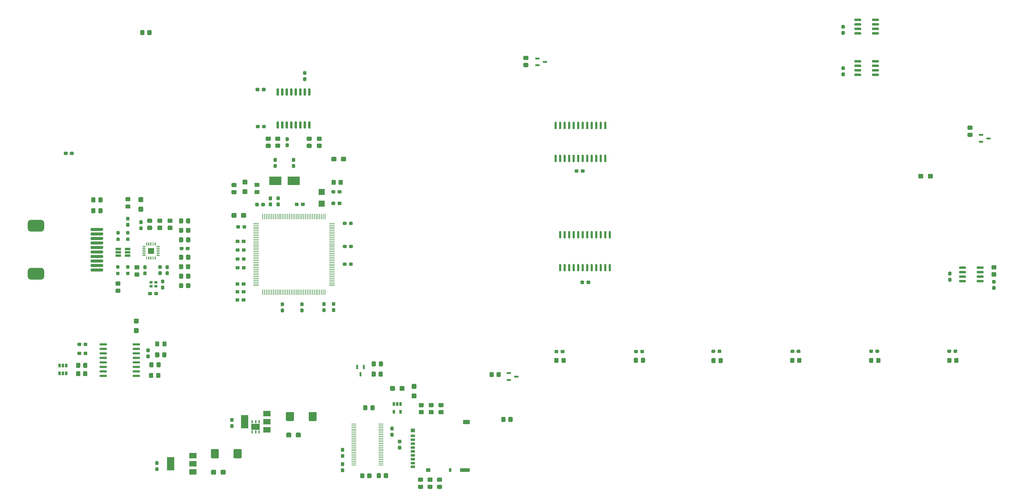
<source format=gbr>
%TF.GenerationSoftware,KiCad,Pcbnew,5.1.10-88a1d61d58~88~ubuntu20.04.1*%
%TF.CreationDate,2021-06-03T15:25:56+07:00*%
%TF.ProjectId,Schema_and_PCB,53636865-6d61-45f6-916e-645f5043422e,v0.1*%
%TF.SameCoordinates,Original*%
%TF.FileFunction,Paste,Top*%
%TF.FilePolarity,Positive*%
%FSLAX46Y46*%
G04 Gerber Fmt 4.6, Leading zero omitted, Abs format (unit mm)*
G04 Created by KiCad (PCBNEW 5.1.10-88a1d61d58~88~ubuntu20.04.1) date 2021-06-03 15:25:56*
%MOMM*%
%LPD*%
G01*
G04 APERTURE LIST*
%ADD10C,0.100000*%
%ADD11R,2.489200X1.675000*%
%ADD12R,0.407200X0.807999*%
%ADD13R,1.300000X0.600000*%
%ADD14R,0.600000X1.300000*%
%ADD15R,1.560000X0.280000*%
%ADD16R,0.280000X1.560000*%
%ADD17R,0.900000X0.800000*%
%ADD18R,0.650000X1.060000*%
%ADD19R,1.560000X0.650000*%
%ADD20R,1.200000X0.700000*%
%ADD21R,1.200000X1.000000*%
%ADD22R,0.800000X1.000000*%
%ADD23R,2.800000X1.000000*%
%ADD24R,1.900000X1.300000*%
%ADD25R,2.000000X3.800000*%
%ADD26R,2.000000X1.500000*%
%ADD27R,0.239283X0.961066*%
%ADD28R,3.500000X2.400000*%
%ADD29R,1.800000X1.750000*%
%ADD30R,1.404099X0.279400*%
G04 APERTURE END LIST*
D10*
%TO.C,U30*%
G36*
X98085407Y-145107193D02*
G01*
X98085407Y-143462809D01*
X99729791Y-143462809D01*
X99729791Y-145107193D01*
X98085407Y-145107193D01*
G37*
%TD*%
D11*
%TO.C,U9*%
X128290520Y-193854840D03*
D12*
X129271001Y-195298400D03*
X128321000Y-195298400D03*
X127370999Y-195298400D03*
X127370999Y-192407600D03*
X128321000Y-192407600D03*
X129271001Y-192407600D03*
%TD*%
D13*
%TO.C,Q1*%
X201701400Y-179666900D03*
X199601400Y-180616900D03*
X199601400Y-178716900D03*
%TD*%
D14*
%TO.C,Q2*%
X157846000Y-179062000D03*
X156896000Y-176962000D03*
X158796000Y-176962000D03*
%TD*%
D13*
%TO.C,Q3*%
X334518000Y-112522000D03*
X332418000Y-113472000D03*
X332418000Y-111572000D03*
%TD*%
%TO.C,Q4*%
X209736400Y-90957400D03*
X207636400Y-91907400D03*
X207636400Y-90007400D03*
%TD*%
D15*
%TO.C,U11*%
X128410000Y-136500000D03*
X128410000Y-137000000D03*
X128410000Y-137500000D03*
X128410000Y-138000000D03*
X128410000Y-138500000D03*
X128410000Y-139000000D03*
X128410000Y-139500000D03*
X128410000Y-140000000D03*
X128410000Y-140500000D03*
X128410000Y-141000000D03*
X128410000Y-141500000D03*
X128410000Y-142000000D03*
X128410000Y-142500000D03*
X128410000Y-143000000D03*
X128410000Y-143500000D03*
X128410000Y-144000000D03*
X128410000Y-144500000D03*
X128410000Y-145000000D03*
X128410000Y-145500000D03*
X128410000Y-146000000D03*
X128410000Y-146500000D03*
X128410000Y-147000000D03*
X128410000Y-147500000D03*
X128410000Y-148000000D03*
X128410000Y-148500000D03*
X128410000Y-149000000D03*
X128410000Y-149500000D03*
X128410000Y-150000000D03*
X128410000Y-150500000D03*
X128410000Y-151000000D03*
X128410000Y-151500000D03*
X128410000Y-152000000D03*
X128410000Y-152500000D03*
X128410000Y-153000000D03*
X128410000Y-153500000D03*
X128410000Y-154000000D03*
X149770000Y-154000000D03*
X149770000Y-153500000D03*
X149770000Y-153000000D03*
X149770000Y-152500000D03*
X149770000Y-152000000D03*
X149770000Y-151500000D03*
X149770000Y-151000000D03*
X149770000Y-150500000D03*
X149770000Y-150000000D03*
X149770000Y-149500000D03*
X149770000Y-149000000D03*
X149770000Y-148500000D03*
X149770000Y-148000000D03*
X149770000Y-147500000D03*
X149770000Y-147000000D03*
X149770000Y-146500000D03*
X149770000Y-146000000D03*
X149770000Y-145500000D03*
X149770000Y-145000000D03*
X149770000Y-144500000D03*
X149770000Y-144000000D03*
X149770000Y-143500000D03*
X149770000Y-143000000D03*
X149770000Y-142500000D03*
X149770000Y-142000000D03*
X149770000Y-141500000D03*
X149770000Y-141000000D03*
X149770000Y-140500000D03*
X149770000Y-140000000D03*
X149770000Y-139500000D03*
X149770000Y-139000000D03*
X149770000Y-138500000D03*
X149770000Y-138000000D03*
X149770000Y-137500000D03*
X149770000Y-137000000D03*
X149770000Y-136500000D03*
D16*
X147840000Y-134570000D03*
X147340000Y-134570000D03*
X146840000Y-134570000D03*
X146340000Y-134570000D03*
X145840000Y-134570000D03*
X145340000Y-134570000D03*
X144840000Y-134570000D03*
X144340000Y-134570000D03*
X143840000Y-134570000D03*
X143340000Y-134570000D03*
X142840000Y-134570000D03*
X142340000Y-134570000D03*
X141840000Y-134570000D03*
X141340000Y-134570000D03*
X140840000Y-134570000D03*
X140340000Y-134570000D03*
X139840000Y-134570000D03*
X139340000Y-134570000D03*
X138840000Y-134570000D03*
X138340000Y-134570000D03*
X137840000Y-134570000D03*
X137340000Y-134570000D03*
X136840000Y-134570000D03*
X136340000Y-134570000D03*
X135840000Y-134570000D03*
X135340000Y-134570000D03*
X134840000Y-134570000D03*
X134340000Y-134570000D03*
X133840000Y-134570000D03*
X133340000Y-134570000D03*
X132840000Y-134570000D03*
X132340000Y-134570000D03*
X131840000Y-134570000D03*
X131340000Y-134570000D03*
X130840000Y-134570000D03*
X130340000Y-134570000D03*
X130340000Y-155930000D03*
X130840000Y-155930000D03*
X131340000Y-155930000D03*
X131840000Y-155930000D03*
X132340000Y-155930000D03*
X132840000Y-155930000D03*
X133340000Y-155930000D03*
X133840000Y-155930000D03*
X134340000Y-155930000D03*
X134840000Y-155930000D03*
X135340000Y-155930000D03*
X135840000Y-155930000D03*
X136340000Y-155930000D03*
X136840000Y-155930000D03*
X137340000Y-155930000D03*
X137840000Y-155930000D03*
X138340000Y-155930000D03*
X138840000Y-155930000D03*
X139340000Y-155930000D03*
X139840000Y-155930000D03*
X140340000Y-155930000D03*
X140840000Y-155930000D03*
X141340000Y-155930000D03*
X141840000Y-155930000D03*
X142340000Y-155930000D03*
X142840000Y-155930000D03*
X143340000Y-155930000D03*
X143840000Y-155930000D03*
X144340000Y-155930000D03*
X144840000Y-155930000D03*
X145340000Y-155930000D03*
X145840000Y-155930000D03*
X146340000Y-155930000D03*
X146840000Y-155930000D03*
X147340000Y-155930000D03*
X147840000Y-155930000D03*
%TD*%
%TO.C,C44*%
G36*
G01*
X219157500Y-121479300D02*
X219157500Y-121954300D01*
G75*
G02*
X218920000Y-122191800I-237500J0D01*
G01*
X218320000Y-122191800D01*
G75*
G02*
X218082500Y-121954300I0J237500D01*
G01*
X218082500Y-121479300D01*
G75*
G02*
X218320000Y-121241800I237500J0D01*
G01*
X218920000Y-121241800D01*
G75*
G02*
X219157500Y-121479300I0J-237500D01*
G01*
G37*
G36*
G01*
X220882500Y-121479300D02*
X220882500Y-121954300D01*
G75*
G02*
X220645000Y-122191800I-237500J0D01*
G01*
X220045000Y-122191800D01*
G75*
G02*
X219807500Y-121954300I0J237500D01*
G01*
X219807500Y-121479300D01*
G75*
G02*
X220045000Y-121241800I237500J0D01*
G01*
X220645000Y-121241800D01*
G75*
G02*
X220882500Y-121479300I0J-237500D01*
G01*
G37*
%TD*%
%TO.C,C43*%
G36*
G01*
X220757700Y-152873700D02*
X220757700Y-153348700D01*
G75*
G02*
X220520200Y-153586200I-237500J0D01*
G01*
X219920200Y-153586200D01*
G75*
G02*
X219682700Y-153348700I0J237500D01*
G01*
X219682700Y-152873700D01*
G75*
G02*
X219920200Y-152636200I237500J0D01*
G01*
X220520200Y-152636200D01*
G75*
G02*
X220757700Y-152873700I0J-237500D01*
G01*
G37*
G36*
G01*
X222482700Y-152873700D02*
X222482700Y-153348700D01*
G75*
G02*
X222245200Y-153586200I-237500J0D01*
G01*
X221645200Y-153586200D01*
G75*
G02*
X221407700Y-153348700I0J237500D01*
G01*
X221407700Y-152873700D01*
G75*
G02*
X221645200Y-152636200I237500J0D01*
G01*
X222245200Y-152636200D01*
G75*
G02*
X222482700Y-152873700I0J-237500D01*
G01*
G37*
%TD*%
%TO.C,C33*%
G36*
G01*
X132723900Y-131703100D02*
X132248900Y-131703100D01*
G75*
G02*
X132011400Y-131465600I0J237500D01*
G01*
X132011400Y-130865600D01*
G75*
G02*
X132248900Y-130628100I237500J0D01*
G01*
X132723900Y-130628100D01*
G75*
G02*
X132961400Y-130865600I0J-237500D01*
G01*
X132961400Y-131465600D01*
G75*
G02*
X132723900Y-131703100I-237500J0D01*
G01*
G37*
G36*
G01*
X132723900Y-129978100D02*
X132248900Y-129978100D01*
G75*
G02*
X132011400Y-129740600I0J237500D01*
G01*
X132011400Y-129140600D01*
G75*
G02*
X132248900Y-128903100I237500J0D01*
G01*
X132723900Y-128903100D01*
G75*
G02*
X132961400Y-129140600I0J-237500D01*
G01*
X132961400Y-129740600D01*
G75*
G02*
X132723900Y-129978100I-237500J0D01*
G01*
G37*
%TD*%
D17*
%TO.C,Y3*%
X98854800Y-154207300D03*
X100254800Y-154207300D03*
X100254800Y-153107300D03*
X98854800Y-153107300D03*
%TD*%
%TO.C,R94*%
G36*
G01*
X89772500Y-149268000D02*
X89297500Y-149268000D01*
G75*
G02*
X89060000Y-149030500I0J237500D01*
G01*
X89060000Y-148530500D01*
G75*
G02*
X89297500Y-148293000I237500J0D01*
G01*
X89772500Y-148293000D01*
G75*
G02*
X90010000Y-148530500I0J-237500D01*
G01*
X90010000Y-149030500D01*
G75*
G02*
X89772500Y-149268000I-237500J0D01*
G01*
G37*
G36*
G01*
X89772500Y-151093000D02*
X89297500Y-151093000D01*
G75*
G02*
X89060000Y-150855500I0J237500D01*
G01*
X89060000Y-150355500D01*
G75*
G02*
X89297500Y-150118000I237500J0D01*
G01*
X89772500Y-150118000D01*
G75*
G02*
X90010000Y-150355500I0J-237500D01*
G01*
X90010000Y-150855500D01*
G75*
G02*
X89772500Y-151093000I-237500J0D01*
G01*
G37*
%TD*%
%TO.C,R93*%
G36*
G01*
X92591900Y-149268000D02*
X92116900Y-149268000D01*
G75*
G02*
X91879400Y-149030500I0J237500D01*
G01*
X91879400Y-148530500D01*
G75*
G02*
X92116900Y-148293000I237500J0D01*
G01*
X92591900Y-148293000D01*
G75*
G02*
X92829400Y-148530500I0J-237500D01*
G01*
X92829400Y-149030500D01*
G75*
G02*
X92591900Y-149268000I-237500J0D01*
G01*
G37*
G36*
G01*
X92591900Y-151093000D02*
X92116900Y-151093000D01*
G75*
G02*
X91879400Y-150855500I0J237500D01*
G01*
X91879400Y-150355500D01*
G75*
G02*
X92116900Y-150118000I237500J0D01*
G01*
X92591900Y-150118000D01*
G75*
G02*
X92829400Y-150355500I0J-237500D01*
G01*
X92829400Y-150855500D01*
G75*
G02*
X92591900Y-151093000I-237500J0D01*
G01*
G37*
%TD*%
%TO.C,R92*%
G36*
G01*
X89373700Y-140495000D02*
X89848700Y-140495000D01*
G75*
G02*
X90086200Y-140732500I0J-237500D01*
G01*
X90086200Y-141232500D01*
G75*
G02*
X89848700Y-141470000I-237500J0D01*
G01*
X89373700Y-141470000D01*
G75*
G02*
X89136200Y-141232500I0J237500D01*
G01*
X89136200Y-140732500D01*
G75*
G02*
X89373700Y-140495000I237500J0D01*
G01*
G37*
G36*
G01*
X89373700Y-138670000D02*
X89848700Y-138670000D01*
G75*
G02*
X90086200Y-138907500I0J-237500D01*
G01*
X90086200Y-139407500D01*
G75*
G02*
X89848700Y-139645000I-237500J0D01*
G01*
X89373700Y-139645000D01*
G75*
G02*
X89136200Y-139407500I0J237500D01*
G01*
X89136200Y-138907500D01*
G75*
G02*
X89373700Y-138670000I237500J0D01*
G01*
G37*
%TD*%
%TO.C,R91*%
G36*
G01*
X92116900Y-140495000D02*
X92591900Y-140495000D01*
G75*
G02*
X92829400Y-140732500I0J-237500D01*
G01*
X92829400Y-141232500D01*
G75*
G02*
X92591900Y-141470000I-237500J0D01*
G01*
X92116900Y-141470000D01*
G75*
G02*
X91879400Y-141232500I0J237500D01*
G01*
X91879400Y-140732500D01*
G75*
G02*
X92116900Y-140495000I237500J0D01*
G01*
G37*
G36*
G01*
X92116900Y-138670000D02*
X92591900Y-138670000D01*
G75*
G02*
X92829400Y-138907500I0J-237500D01*
G01*
X92829400Y-139407500D01*
G75*
G02*
X92591900Y-139645000I-237500J0D01*
G01*
X92116900Y-139645000D01*
G75*
G02*
X91879400Y-139407500I0J237500D01*
G01*
X91879400Y-138907500D01*
G75*
G02*
X92116900Y-138670000I237500J0D01*
G01*
G37*
%TD*%
%TO.C,C1*%
G36*
G01*
X95141601Y-167425600D02*
X94291599Y-167425600D01*
G75*
G02*
X94041600Y-167175601I0J249999D01*
G01*
X94041600Y-166275599D01*
G75*
G02*
X94291599Y-166025600I249999J0D01*
G01*
X95141601Y-166025600D01*
G75*
G02*
X95391600Y-166275599I0J-249999D01*
G01*
X95391600Y-167175601D01*
G75*
G02*
X95141601Y-167425600I-249999J0D01*
G01*
G37*
G36*
G01*
X95141601Y-164725600D02*
X94291599Y-164725600D01*
G75*
G02*
X94041600Y-164475601I0J249999D01*
G01*
X94041600Y-163575599D01*
G75*
G02*
X94291599Y-163325600I249999J0D01*
G01*
X95141601Y-163325600D01*
G75*
G02*
X95391600Y-163575599I0J-249999D01*
G01*
X95391600Y-164475601D01*
G75*
G02*
X95141601Y-164725600I-249999J0D01*
G01*
G37*
%TD*%
%TO.C,C2*%
G36*
G01*
X98294200Y-172814200D02*
X97819200Y-172814200D01*
G75*
G02*
X97581700Y-172576700I0J237500D01*
G01*
X97581700Y-171976700D01*
G75*
G02*
X97819200Y-171739200I237500J0D01*
G01*
X98294200Y-171739200D01*
G75*
G02*
X98531700Y-171976700I0J-237500D01*
G01*
X98531700Y-172576700D01*
G75*
G02*
X98294200Y-172814200I-237500J0D01*
G01*
G37*
G36*
G01*
X98294200Y-174539200D02*
X97819200Y-174539200D01*
G75*
G02*
X97581700Y-174301700I0J237500D01*
G01*
X97581700Y-173701700D01*
G75*
G02*
X97819200Y-173464200I237500J0D01*
G01*
X98294200Y-173464200D01*
G75*
G02*
X98531700Y-173701700I0J-237500D01*
G01*
X98531700Y-174301700D01*
G75*
G02*
X98294200Y-174539200I-237500J0D01*
G01*
G37*
%TD*%
%TO.C,C3*%
G36*
G01*
X80978300Y-172901500D02*
X80978300Y-173376500D01*
G75*
G02*
X80740800Y-173614000I-237500J0D01*
G01*
X80140800Y-173614000D01*
G75*
G02*
X79903300Y-173376500I0J237500D01*
G01*
X79903300Y-172901500D01*
G75*
G02*
X80140800Y-172664000I237500J0D01*
G01*
X80740800Y-172664000D01*
G75*
G02*
X80978300Y-172901500I0J-237500D01*
G01*
G37*
G36*
G01*
X79253300Y-172901500D02*
X79253300Y-173376500D01*
G75*
G02*
X79015800Y-173614000I-237500J0D01*
G01*
X78415800Y-173614000D01*
G75*
G02*
X78178300Y-173376500I0J237500D01*
G01*
X78178300Y-172901500D01*
G75*
G02*
X78415800Y-172664000I237500J0D01*
G01*
X79015800Y-172664000D01*
G75*
G02*
X79253300Y-172901500I0J-237500D01*
G01*
G37*
%TD*%
%TO.C,C4*%
G36*
G01*
X80978300Y-170361500D02*
X80978300Y-170836500D01*
G75*
G02*
X80740800Y-171074000I-237500J0D01*
G01*
X80140800Y-171074000D01*
G75*
G02*
X79903300Y-170836500I0J237500D01*
G01*
X79903300Y-170361500D01*
G75*
G02*
X80140800Y-170124000I237500J0D01*
G01*
X80740800Y-170124000D01*
G75*
G02*
X80978300Y-170361500I0J-237500D01*
G01*
G37*
G36*
G01*
X79253300Y-170361500D02*
X79253300Y-170836500D01*
G75*
G02*
X79015800Y-171074000I-237500J0D01*
G01*
X78415800Y-171074000D01*
G75*
G02*
X78178300Y-170836500I0J237500D01*
G01*
X78178300Y-170361500D01*
G75*
G02*
X78415800Y-170124000I237500J0D01*
G01*
X79015800Y-170124000D01*
G75*
G02*
X79253300Y-170361500I0J-237500D01*
G01*
G37*
%TD*%
%TO.C,C5*%
G36*
G01*
X138738500Y-119782800D02*
X139213500Y-119782800D01*
G75*
G02*
X139451000Y-120020300I0J-237500D01*
G01*
X139451000Y-120620300D01*
G75*
G02*
X139213500Y-120857800I-237500J0D01*
G01*
X138738500Y-120857800D01*
G75*
G02*
X138501000Y-120620300I0J237500D01*
G01*
X138501000Y-120020300D01*
G75*
G02*
X138738500Y-119782800I237500J0D01*
G01*
G37*
G36*
G01*
X138738500Y-118057800D02*
X139213500Y-118057800D01*
G75*
G02*
X139451000Y-118295300I0J-237500D01*
G01*
X139451000Y-118895300D01*
G75*
G02*
X139213500Y-119132800I-237500J0D01*
G01*
X138738500Y-119132800D01*
G75*
G02*
X138501000Y-118895300I0J237500D01*
G01*
X138501000Y-118295300D01*
G75*
G02*
X138738500Y-118057800I237500J0D01*
G01*
G37*
%TD*%
%TO.C,C6*%
G36*
G01*
X133582500Y-119782800D02*
X134057500Y-119782800D01*
G75*
G02*
X134295000Y-120020300I0J-237500D01*
G01*
X134295000Y-120620300D01*
G75*
G02*
X134057500Y-120857800I-237500J0D01*
G01*
X133582500Y-120857800D01*
G75*
G02*
X133345000Y-120620300I0J237500D01*
G01*
X133345000Y-120020300D01*
G75*
G02*
X133582500Y-119782800I237500J0D01*
G01*
G37*
G36*
G01*
X133582500Y-118057800D02*
X134057500Y-118057800D01*
G75*
G02*
X134295000Y-118295300I0J-237500D01*
G01*
X134295000Y-118895300D01*
G75*
G02*
X134057500Y-119132800I-237500J0D01*
G01*
X133582500Y-119132800D01*
G75*
G02*
X133345000Y-118895300I0J237500D01*
G01*
X133345000Y-118295300D01*
G75*
G02*
X133582500Y-118057800I237500J0D01*
G01*
G37*
%TD*%
%TO.C,C7*%
G36*
G01*
X150727800Y-130610500D02*
X150727800Y-131085500D01*
G75*
G02*
X150490300Y-131323000I-237500J0D01*
G01*
X149890300Y-131323000D01*
G75*
G02*
X149652800Y-131085500I0J237500D01*
G01*
X149652800Y-130610500D01*
G75*
G02*
X149890300Y-130373000I237500J0D01*
G01*
X150490300Y-130373000D01*
G75*
G02*
X150727800Y-130610500I0J-237500D01*
G01*
G37*
G36*
G01*
X152452800Y-130610500D02*
X152452800Y-131085500D01*
G75*
G02*
X152215300Y-131323000I-237500J0D01*
G01*
X151615300Y-131323000D01*
G75*
G02*
X151377800Y-131085500I0J237500D01*
G01*
X151377800Y-130610500D01*
G75*
G02*
X151615300Y-130373000I237500J0D01*
G01*
X152215300Y-130373000D01*
G75*
G02*
X152452800Y-130610500I0J-237500D01*
G01*
G37*
%TD*%
%TO.C,C8*%
G36*
G01*
X170227000Y-182606999D02*
X170227000Y-183457001D01*
G75*
G02*
X169977001Y-183707000I-249999J0D01*
G01*
X169076999Y-183707000D01*
G75*
G02*
X168827000Y-183457001I0J249999D01*
G01*
X168827000Y-182606999D01*
G75*
G02*
X169076999Y-182357000I249999J0D01*
G01*
X169977001Y-182357000D01*
G75*
G02*
X170227000Y-182606999I0J-249999D01*
G01*
G37*
G36*
G01*
X167527000Y-182606999D02*
X167527000Y-183457001D01*
G75*
G02*
X167277001Y-183707000I-249999J0D01*
G01*
X166376999Y-183707000D01*
G75*
G02*
X166127000Y-183457001I0J249999D01*
G01*
X166127000Y-182606999D01*
G75*
G02*
X166376999Y-182357000I249999J0D01*
G01*
X167277001Y-182357000D01*
G75*
G02*
X167527000Y-182606999I0J-249999D01*
G01*
G37*
%TD*%
%TO.C,C9*%
G36*
G01*
X173322801Y-185840600D02*
X172472799Y-185840600D01*
G75*
G02*
X172222800Y-185590601I0J249999D01*
G01*
X172222800Y-184690599D01*
G75*
G02*
X172472799Y-184440600I249999J0D01*
G01*
X173322801Y-184440600D01*
G75*
G02*
X173572800Y-184690599I0J-249999D01*
G01*
X173572800Y-185590601D01*
G75*
G02*
X173322801Y-185840600I-249999J0D01*
G01*
G37*
G36*
G01*
X173322801Y-183140600D02*
X172472799Y-183140600D01*
G75*
G02*
X172222800Y-182890601I0J249999D01*
G01*
X172222800Y-181990599D01*
G75*
G02*
X172472799Y-181740600I249999J0D01*
G01*
X173322801Y-181740600D01*
G75*
G02*
X173572800Y-181990599I0J-249999D01*
G01*
X173572800Y-182890601D01*
G75*
G02*
X173322801Y-183140600I-249999J0D01*
G01*
G37*
%TD*%
%TO.C,C10*%
G36*
G01*
X152452800Y-127359500D02*
X152452800Y-127834500D01*
G75*
G02*
X152215300Y-128072000I-237500J0D01*
G01*
X151615300Y-128072000D01*
G75*
G02*
X151377800Y-127834500I0J237500D01*
G01*
X151377800Y-127359500D01*
G75*
G02*
X151615300Y-127122000I237500J0D01*
G01*
X152215300Y-127122000D01*
G75*
G02*
X152452800Y-127359500I0J-237500D01*
G01*
G37*
G36*
G01*
X150727800Y-127359500D02*
X150727800Y-127834500D01*
G75*
G02*
X150490300Y-128072000I-237500J0D01*
G01*
X149890300Y-128072000D01*
G75*
G02*
X149652800Y-127834500I0J237500D01*
G01*
X149652800Y-127359500D01*
G75*
G02*
X149890300Y-127122000I237500J0D01*
G01*
X150490300Y-127122000D01*
G75*
G02*
X150727800Y-127359500I0J-237500D01*
G01*
G37*
%TD*%
%TO.C,C11*%
G36*
G01*
X115728000Y-202447001D02*
X115728000Y-200396999D01*
G75*
G02*
X115977999Y-200147000I249999J0D01*
G01*
X117728001Y-200147000D01*
G75*
G02*
X117978000Y-200396999I0J-249999D01*
G01*
X117978000Y-202447001D01*
G75*
G02*
X117728001Y-202697000I-249999J0D01*
G01*
X115977999Y-202697000D01*
G75*
G02*
X115728000Y-202447001I0J249999D01*
G01*
G37*
G36*
G01*
X122128000Y-202447001D02*
X122128000Y-200396999D01*
G75*
G02*
X122377999Y-200147000I249999J0D01*
G01*
X124128001Y-200147000D01*
G75*
G02*
X124378000Y-200396999I0J-249999D01*
G01*
X124378000Y-202447001D01*
G75*
G02*
X124128001Y-202697000I-249999J0D01*
G01*
X122377999Y-202697000D01*
G75*
G02*
X122128000Y-202447001I0J249999D01*
G01*
G37*
%TD*%
%TO.C,C12*%
G36*
G01*
X118477000Y-207067001D02*
X118477000Y-206216999D01*
G75*
G02*
X118726999Y-205967000I249999J0D01*
G01*
X119627001Y-205967000D01*
G75*
G02*
X119877000Y-206216999I0J-249999D01*
G01*
X119877000Y-207067001D01*
G75*
G02*
X119627001Y-207317000I-249999J0D01*
G01*
X118726999Y-207317000D01*
G75*
G02*
X118477000Y-207067001I0J249999D01*
G01*
G37*
G36*
G01*
X115777000Y-207067001D02*
X115777000Y-206216999D01*
G75*
G02*
X116026999Y-205967000I249999J0D01*
G01*
X116927001Y-205967000D01*
G75*
G02*
X117177000Y-206216999I0J-249999D01*
G01*
X117177000Y-207067001D01*
G75*
G02*
X116927001Y-207317000I-249999J0D01*
G01*
X116026999Y-207317000D01*
G75*
G02*
X115777000Y-207067001I0J249999D01*
G01*
G37*
%TD*%
%TO.C,C13*%
G36*
G01*
X100282500Y-205251000D02*
X100757500Y-205251000D01*
G75*
G02*
X100995000Y-205488500I0J-237500D01*
G01*
X100995000Y-206088500D01*
G75*
G02*
X100757500Y-206326000I-237500J0D01*
G01*
X100282500Y-206326000D01*
G75*
G02*
X100045000Y-206088500I0J237500D01*
G01*
X100045000Y-205488500D01*
G75*
G02*
X100282500Y-205251000I237500J0D01*
G01*
G37*
G36*
G01*
X100282500Y-203526000D02*
X100757500Y-203526000D01*
G75*
G02*
X100995000Y-203763500I0J-237500D01*
G01*
X100995000Y-204363500D01*
G75*
G02*
X100757500Y-204601000I-237500J0D01*
G01*
X100282500Y-204601000D01*
G75*
G02*
X100045000Y-204363500I0J237500D01*
G01*
X100045000Y-203763500D01*
G75*
G02*
X100282500Y-203526000I237500J0D01*
G01*
G37*
%TD*%
%TO.C,C14*%
G36*
G01*
X76068900Y-117001500D02*
X76068900Y-116526500D01*
G75*
G02*
X76306400Y-116289000I237500J0D01*
G01*
X76906400Y-116289000D01*
G75*
G02*
X77143900Y-116526500I0J-237500D01*
G01*
X77143900Y-117001500D01*
G75*
G02*
X76906400Y-117239000I-237500J0D01*
G01*
X76306400Y-117239000D01*
G75*
G02*
X76068900Y-117001500I0J237500D01*
G01*
G37*
G36*
G01*
X74343900Y-117001500D02*
X74343900Y-116526500D01*
G75*
G02*
X74581400Y-116289000I237500J0D01*
G01*
X75181400Y-116289000D01*
G75*
G02*
X75418900Y-116526500I0J-237500D01*
G01*
X75418900Y-117001500D01*
G75*
G02*
X75181400Y-117239000I-237500J0D01*
G01*
X74581400Y-117239000D01*
G75*
G02*
X74343900Y-117001500I0J237500D01*
G01*
G37*
%TD*%
%TO.C,C15*%
G36*
G01*
X143248000Y-191957001D02*
X143248000Y-189906999D01*
G75*
G02*
X143497999Y-189657000I249999J0D01*
G01*
X145248001Y-189657000D01*
G75*
G02*
X145498000Y-189906999I0J-249999D01*
G01*
X145498000Y-191957001D01*
G75*
G02*
X145248001Y-192207000I-249999J0D01*
G01*
X143497999Y-192207000D01*
G75*
G02*
X143248000Y-191957001I0J249999D01*
G01*
G37*
G36*
G01*
X136848000Y-191957001D02*
X136848000Y-189906999D01*
G75*
G02*
X137097999Y-189657000I249999J0D01*
G01*
X138848001Y-189657000D01*
G75*
G02*
X139098000Y-189906999I0J-249999D01*
G01*
X139098000Y-191957001D01*
G75*
G02*
X138848001Y-192207000I-249999J0D01*
G01*
X137097999Y-192207000D01*
G75*
G02*
X136848000Y-191957001I0J249999D01*
G01*
G37*
%TD*%
%TO.C,C16*%
G36*
G01*
X136939000Y-196577001D02*
X136939000Y-195726999D01*
G75*
G02*
X137188999Y-195477000I249999J0D01*
G01*
X138089001Y-195477000D01*
G75*
G02*
X138339000Y-195726999I0J-249999D01*
G01*
X138339000Y-196577001D01*
G75*
G02*
X138089001Y-196827000I-249999J0D01*
G01*
X137188999Y-196827000D01*
G75*
G02*
X136939000Y-196577001I0J249999D01*
G01*
G37*
G36*
G01*
X139639000Y-196577001D02*
X139639000Y-195726999D01*
G75*
G02*
X139888999Y-195477000I249999J0D01*
G01*
X140789001Y-195477000D01*
G75*
G02*
X141039000Y-195726999I0J-249999D01*
G01*
X141039000Y-196577001D01*
G75*
G02*
X140789001Y-196827000I-249999J0D01*
G01*
X139888999Y-196827000D01*
G75*
G02*
X139639000Y-196577001I0J249999D01*
G01*
G37*
%TD*%
%TO.C,C17*%
G36*
G01*
X121403500Y-193086000D02*
X121878500Y-193086000D01*
G75*
G02*
X122116000Y-193323500I0J-237500D01*
G01*
X122116000Y-193923500D01*
G75*
G02*
X121878500Y-194161000I-237500J0D01*
G01*
X121403500Y-194161000D01*
G75*
G02*
X121166000Y-193923500I0J237500D01*
G01*
X121166000Y-193323500D01*
G75*
G02*
X121403500Y-193086000I237500J0D01*
G01*
G37*
G36*
G01*
X121403500Y-191361000D02*
X121878500Y-191361000D01*
G75*
G02*
X122116000Y-191598500I0J-237500D01*
G01*
X122116000Y-192198500D01*
G75*
G02*
X121878500Y-192436000I-237500J0D01*
G01*
X121403500Y-192436000D01*
G75*
G02*
X121166000Y-192198500I0J237500D01*
G01*
X121166000Y-191598500D01*
G75*
G02*
X121403500Y-191361000I237500J0D01*
G01*
G37*
%TD*%
%TO.C,C18*%
G36*
G01*
X123792000Y-143755500D02*
X123792000Y-144230500D01*
G75*
G02*
X123554500Y-144468000I-237500J0D01*
G01*
X122954500Y-144468000D01*
G75*
G02*
X122717000Y-144230500I0J237500D01*
G01*
X122717000Y-143755500D01*
G75*
G02*
X122954500Y-143518000I237500J0D01*
G01*
X123554500Y-143518000D01*
G75*
G02*
X123792000Y-143755500I0J-237500D01*
G01*
G37*
G36*
G01*
X125517000Y-143755500D02*
X125517000Y-144230500D01*
G75*
G02*
X125279500Y-144468000I-237500J0D01*
G01*
X124679500Y-144468000D01*
G75*
G02*
X124442000Y-144230500I0J237500D01*
G01*
X124442000Y-143755500D01*
G75*
G02*
X124679500Y-143518000I237500J0D01*
G01*
X125279500Y-143518000D01*
G75*
G02*
X125517000Y-143755500I0J-237500D01*
G01*
G37*
%TD*%
%TO.C,C19*%
G36*
G01*
X125671000Y-137252500D02*
X125671000Y-137727500D01*
G75*
G02*
X125433500Y-137965000I-237500J0D01*
G01*
X124833500Y-137965000D01*
G75*
G02*
X124596000Y-137727500I0J237500D01*
G01*
X124596000Y-137252500D01*
G75*
G02*
X124833500Y-137015000I237500J0D01*
G01*
X125433500Y-137015000D01*
G75*
G02*
X125671000Y-137252500I0J-237500D01*
G01*
G37*
G36*
G01*
X123946000Y-137252500D02*
X123946000Y-137727500D01*
G75*
G02*
X123708500Y-137965000I-237500J0D01*
G01*
X123108500Y-137965000D01*
G75*
G02*
X122871000Y-137727500I0J237500D01*
G01*
X122871000Y-137252500D01*
G75*
G02*
X123108500Y-137015000I237500J0D01*
G01*
X123708500Y-137015000D01*
G75*
G02*
X123946000Y-137252500I0J-237500D01*
G01*
G37*
%TD*%
%TO.C,C20*%
G36*
G01*
X154565000Y-148243500D02*
X154565000Y-147768500D01*
G75*
G02*
X154802500Y-147531000I237500J0D01*
G01*
X155402500Y-147531000D01*
G75*
G02*
X155640000Y-147768500I0J-237500D01*
G01*
X155640000Y-148243500D01*
G75*
G02*
X155402500Y-148481000I-237500J0D01*
G01*
X154802500Y-148481000D01*
G75*
G02*
X154565000Y-148243500I0J237500D01*
G01*
G37*
G36*
G01*
X152840000Y-148243500D02*
X152840000Y-147768500D01*
G75*
G02*
X153077500Y-147531000I237500J0D01*
G01*
X153677500Y-147531000D01*
G75*
G02*
X153915000Y-147768500I0J-237500D01*
G01*
X153915000Y-148243500D01*
G75*
G02*
X153677500Y-148481000I-237500J0D01*
G01*
X153077500Y-148481000D01*
G75*
G02*
X152840000Y-148243500I0J237500D01*
G01*
G37*
%TD*%
%TO.C,C21*%
G36*
G01*
X134882900Y-131676600D02*
X134407900Y-131676600D01*
G75*
G02*
X134170400Y-131439100I0J237500D01*
G01*
X134170400Y-130839100D01*
G75*
G02*
X134407900Y-130601600I237500J0D01*
G01*
X134882900Y-130601600D01*
G75*
G02*
X135120400Y-130839100I0J-237500D01*
G01*
X135120400Y-131439100D01*
G75*
G02*
X134882900Y-131676600I-237500J0D01*
G01*
G37*
G36*
G01*
X134882900Y-129951600D02*
X134407900Y-129951600D01*
G75*
G02*
X134170400Y-129714100I0J237500D01*
G01*
X134170400Y-129114100D01*
G75*
G02*
X134407900Y-128876600I237500J0D01*
G01*
X134882900Y-128876600D01*
G75*
G02*
X135120400Y-129114100I0J-237500D01*
G01*
X135120400Y-129714100D01*
G75*
G02*
X134882900Y-129951600I-237500J0D01*
G01*
G37*
%TD*%
%TO.C,C22*%
G36*
G01*
X123791000Y-148758500D02*
X123791000Y-149233500D01*
G75*
G02*
X123553500Y-149471000I-237500J0D01*
G01*
X122953500Y-149471000D01*
G75*
G02*
X122716000Y-149233500I0J237500D01*
G01*
X122716000Y-148758500D01*
G75*
G02*
X122953500Y-148521000I237500J0D01*
G01*
X123553500Y-148521000D01*
G75*
G02*
X123791000Y-148758500I0J-237500D01*
G01*
G37*
G36*
G01*
X125516000Y-148758500D02*
X125516000Y-149233500D01*
G75*
G02*
X125278500Y-149471000I-237500J0D01*
G01*
X124678500Y-149471000D01*
G75*
G02*
X124441000Y-149233500I0J237500D01*
G01*
X124441000Y-148758500D01*
G75*
G02*
X124678500Y-148521000I237500J0D01*
G01*
X125278500Y-148521000D01*
G75*
G02*
X125516000Y-148758500I0J-237500D01*
G01*
G37*
%TD*%
%TO.C,C23*%
G36*
G01*
X135588500Y-158771000D02*
X136063500Y-158771000D01*
G75*
G02*
X136301000Y-159008500I0J-237500D01*
G01*
X136301000Y-159608500D01*
G75*
G02*
X136063500Y-159846000I-237500J0D01*
G01*
X135588500Y-159846000D01*
G75*
G02*
X135351000Y-159608500I0J237500D01*
G01*
X135351000Y-159008500D01*
G75*
G02*
X135588500Y-158771000I237500J0D01*
G01*
G37*
G36*
G01*
X135588500Y-160496000D02*
X136063500Y-160496000D01*
G75*
G02*
X136301000Y-160733500I0J-237500D01*
G01*
X136301000Y-161333500D01*
G75*
G02*
X136063500Y-161571000I-237500J0D01*
G01*
X135588500Y-161571000D01*
G75*
G02*
X135351000Y-161333500I0J237500D01*
G01*
X135351000Y-160733500D01*
G75*
G02*
X135588500Y-160496000I237500J0D01*
G01*
G37*
%TD*%
%TO.C,C24*%
G36*
G01*
X154568000Y-136737500D02*
X154568000Y-136262500D01*
G75*
G02*
X154805500Y-136025000I237500J0D01*
G01*
X155405500Y-136025000D01*
G75*
G02*
X155643000Y-136262500I0J-237500D01*
G01*
X155643000Y-136737500D01*
G75*
G02*
X155405500Y-136975000I-237500J0D01*
G01*
X154805500Y-136975000D01*
G75*
G02*
X154568000Y-136737500I0J237500D01*
G01*
G37*
G36*
G01*
X152843000Y-136737500D02*
X152843000Y-136262500D01*
G75*
G02*
X153080500Y-136025000I237500J0D01*
G01*
X153680500Y-136025000D01*
G75*
G02*
X153918000Y-136262500I0J-237500D01*
G01*
X153918000Y-136737500D01*
G75*
G02*
X153680500Y-136975000I-237500J0D01*
G01*
X153080500Y-136975000D01*
G75*
G02*
X152843000Y-136737500I0J237500D01*
G01*
G37*
%TD*%
%TO.C,C25*%
G36*
G01*
X141100500Y-158771000D02*
X141575500Y-158771000D01*
G75*
G02*
X141813000Y-159008500I0J-237500D01*
G01*
X141813000Y-159608500D01*
G75*
G02*
X141575500Y-159846000I-237500J0D01*
G01*
X141100500Y-159846000D01*
G75*
G02*
X140863000Y-159608500I0J237500D01*
G01*
X140863000Y-159008500D01*
G75*
G02*
X141100500Y-158771000I237500J0D01*
G01*
G37*
G36*
G01*
X141100500Y-160496000D02*
X141575500Y-160496000D01*
G75*
G02*
X141813000Y-160733500I0J-237500D01*
G01*
X141813000Y-161333500D01*
G75*
G02*
X141575500Y-161571000I-237500J0D01*
G01*
X141100500Y-161571000D01*
G75*
G02*
X140863000Y-161333500I0J237500D01*
G01*
X140863000Y-160733500D01*
G75*
G02*
X141100500Y-160496000I237500J0D01*
G01*
G37*
%TD*%
%TO.C,C26*%
G36*
G01*
X150029000Y-160396800D02*
X150504000Y-160396800D01*
G75*
G02*
X150741500Y-160634300I0J-237500D01*
G01*
X150741500Y-161234300D01*
G75*
G02*
X150504000Y-161471800I-237500J0D01*
G01*
X150029000Y-161471800D01*
G75*
G02*
X149791500Y-161234300I0J237500D01*
G01*
X149791500Y-160634300D01*
G75*
G02*
X150029000Y-160396800I237500J0D01*
G01*
G37*
G36*
G01*
X150029000Y-158671800D02*
X150504000Y-158671800D01*
G75*
G02*
X150741500Y-158909300I0J-237500D01*
G01*
X150741500Y-159509300D01*
G75*
G02*
X150504000Y-159746800I-237500J0D01*
G01*
X150029000Y-159746800D01*
G75*
G02*
X149791500Y-159509300I0J237500D01*
G01*
X149791500Y-158909300D01*
G75*
G02*
X150029000Y-158671800I237500J0D01*
G01*
G37*
%TD*%
%TO.C,C27*%
G36*
G01*
X139328200Y-131352500D02*
X139328200Y-130877500D01*
G75*
G02*
X139565700Y-130640000I237500J0D01*
G01*
X140165700Y-130640000D01*
G75*
G02*
X140403200Y-130877500I0J-237500D01*
G01*
X140403200Y-131352500D01*
G75*
G02*
X140165700Y-131590000I-237500J0D01*
G01*
X139565700Y-131590000D01*
G75*
G02*
X139328200Y-131352500I0J237500D01*
G01*
G37*
G36*
G01*
X141053200Y-131352500D02*
X141053200Y-130877500D01*
G75*
G02*
X141290700Y-130640000I237500J0D01*
G01*
X141890700Y-130640000D01*
G75*
G02*
X142128200Y-130877500I0J-237500D01*
G01*
X142128200Y-131352500D01*
G75*
G02*
X141890700Y-131590000I-237500J0D01*
G01*
X141290700Y-131590000D01*
G75*
G02*
X141053200Y-131352500I0J237500D01*
G01*
G37*
%TD*%
%TO.C,C28*%
G36*
G01*
X152338800Y-118789001D02*
X152338800Y-117938999D01*
G75*
G02*
X152588799Y-117689000I249999J0D01*
G01*
X153488801Y-117689000D01*
G75*
G02*
X153738800Y-117938999I0J-249999D01*
G01*
X153738800Y-118789001D01*
G75*
G02*
X153488801Y-119039000I-249999J0D01*
G01*
X152588799Y-119039000D01*
G75*
G02*
X152338800Y-118789001I0J249999D01*
G01*
G37*
G36*
G01*
X149638800Y-118789001D02*
X149638800Y-117938999D01*
G75*
G02*
X149888799Y-117689000I249999J0D01*
G01*
X150788801Y-117689000D01*
G75*
G02*
X151038800Y-117938999I0J-249999D01*
G01*
X151038800Y-118789001D01*
G75*
G02*
X150788801Y-119039000I-249999J0D01*
G01*
X149888799Y-119039000D01*
G75*
G02*
X149638800Y-118789001I0J249999D01*
G01*
G37*
%TD*%
%TO.C,C29*%
G36*
G01*
X124390000Y-153831500D02*
X124390000Y-153356500D01*
G75*
G02*
X124627500Y-153119000I237500J0D01*
G01*
X125227500Y-153119000D01*
G75*
G02*
X125465000Y-153356500I0J-237500D01*
G01*
X125465000Y-153831500D01*
G75*
G02*
X125227500Y-154069000I-237500J0D01*
G01*
X124627500Y-154069000D01*
G75*
G02*
X124390000Y-153831500I0J237500D01*
G01*
G37*
G36*
G01*
X122665000Y-153831500D02*
X122665000Y-153356500D01*
G75*
G02*
X122902500Y-153119000I237500J0D01*
G01*
X123502500Y-153119000D01*
G75*
G02*
X123740000Y-153356500I0J-237500D01*
G01*
X123740000Y-153831500D01*
G75*
G02*
X123502500Y-154069000I-237500J0D01*
G01*
X122902500Y-154069000D01*
G75*
G02*
X122665000Y-153831500I0J237500D01*
G01*
G37*
%TD*%
%TO.C,C30*%
G36*
G01*
X147786000Y-161494800D02*
X147311000Y-161494800D01*
G75*
G02*
X147073500Y-161257300I0J237500D01*
G01*
X147073500Y-160657300D01*
G75*
G02*
X147311000Y-160419800I237500J0D01*
G01*
X147786000Y-160419800D01*
G75*
G02*
X148023500Y-160657300I0J-237500D01*
G01*
X148023500Y-161257300D01*
G75*
G02*
X147786000Y-161494800I-237500J0D01*
G01*
G37*
G36*
G01*
X147786000Y-159769800D02*
X147311000Y-159769800D01*
G75*
G02*
X147073500Y-159532300I0J237500D01*
G01*
X147073500Y-158932300D01*
G75*
G02*
X147311000Y-158694800I237500J0D01*
G01*
X147786000Y-158694800D01*
G75*
G02*
X148023500Y-158932300I0J-237500D01*
G01*
X148023500Y-159532300D01*
G75*
G02*
X147786000Y-159769800I-237500J0D01*
G01*
G37*
%TD*%
%TO.C,C31*%
G36*
G01*
X130952000Y-130953500D02*
X130952000Y-131428500D01*
G75*
G02*
X130714500Y-131666000I-237500J0D01*
G01*
X130114500Y-131666000D01*
G75*
G02*
X129877000Y-131428500I0J237500D01*
G01*
X129877000Y-130953500D01*
G75*
G02*
X130114500Y-130716000I237500J0D01*
G01*
X130714500Y-130716000D01*
G75*
G02*
X130952000Y-130953500I0J-237500D01*
G01*
G37*
G36*
G01*
X129227000Y-130953500D02*
X129227000Y-131428500D01*
G75*
G02*
X128989500Y-131666000I-237500J0D01*
G01*
X128389500Y-131666000D01*
G75*
G02*
X128152000Y-131428500I0J237500D01*
G01*
X128152000Y-130953500D01*
G75*
G02*
X128389500Y-130716000I237500J0D01*
G01*
X128989500Y-130716000D01*
G75*
G02*
X129227000Y-130953500I0J-237500D01*
G01*
G37*
%TD*%
%TO.C,C32*%
G36*
G01*
X124885999Y-126859000D02*
X125736001Y-126859000D01*
G75*
G02*
X125986000Y-127108999I0J-249999D01*
G01*
X125986000Y-128009001D01*
G75*
G02*
X125736001Y-128259000I-249999J0D01*
G01*
X124885999Y-128259000D01*
G75*
G02*
X124636000Y-128009001I0J249999D01*
G01*
X124636000Y-127108999D01*
G75*
G02*
X124885999Y-126859000I249999J0D01*
G01*
G37*
G36*
G01*
X124885999Y-124159000D02*
X125736001Y-124159000D01*
G75*
G02*
X125986000Y-124408999I0J-249999D01*
G01*
X125986000Y-125309001D01*
G75*
G02*
X125736001Y-125559000I-249999J0D01*
G01*
X124885999Y-125559000D01*
G75*
G02*
X124636000Y-125309001I0J249999D01*
G01*
X124636000Y-124408999D01*
G75*
G02*
X124885999Y-124159000I249999J0D01*
G01*
G37*
%TD*%
%TO.C,C34*%
G36*
G01*
X125630000Y-133813999D02*
X125630000Y-134664001D01*
G75*
G02*
X125380001Y-134914000I-249999J0D01*
G01*
X124479999Y-134914000D01*
G75*
G02*
X124230000Y-134664001I0J249999D01*
G01*
X124230000Y-133813999D01*
G75*
G02*
X124479999Y-133564000I249999J0D01*
G01*
X125380001Y-133564000D01*
G75*
G02*
X125630000Y-133813999I0J-249999D01*
G01*
G37*
G36*
G01*
X122930000Y-133813999D02*
X122930000Y-134664001D01*
G75*
G02*
X122680001Y-134914000I-249999J0D01*
G01*
X121779999Y-134914000D01*
G75*
G02*
X121530000Y-134664001I0J249999D01*
G01*
X121530000Y-133813999D01*
G75*
G02*
X121779999Y-133564000I249999J0D01*
G01*
X122680001Y-133564000D01*
G75*
G02*
X122930000Y-133813999I0J-249999D01*
G01*
G37*
%TD*%
%TO.C,C35*%
G36*
G01*
X136947500Y-112215000D02*
X137422500Y-112215000D01*
G75*
G02*
X137660000Y-112452500I0J-237500D01*
G01*
X137660000Y-113052500D01*
G75*
G02*
X137422500Y-113290000I-237500J0D01*
G01*
X136947500Y-113290000D01*
G75*
G02*
X136710000Y-113052500I0J237500D01*
G01*
X136710000Y-112452500D01*
G75*
G02*
X136947500Y-112215000I237500J0D01*
G01*
G37*
G36*
G01*
X136947500Y-113940000D02*
X137422500Y-113940000D01*
G75*
G02*
X137660000Y-114177500I0J-237500D01*
G01*
X137660000Y-114777500D01*
G75*
G02*
X137422500Y-115015000I-237500J0D01*
G01*
X136947500Y-115015000D01*
G75*
G02*
X136710000Y-114777500I0J237500D01*
G01*
X136710000Y-114177500D01*
G75*
G02*
X136947500Y-113940000I237500J0D01*
G01*
G37*
%TD*%
%TO.C,C36*%
G36*
G01*
X123742000Y-155540500D02*
X123742000Y-156015500D01*
G75*
G02*
X123504500Y-156253000I-237500J0D01*
G01*
X122904500Y-156253000D01*
G75*
G02*
X122667000Y-156015500I0J237500D01*
G01*
X122667000Y-155540500D01*
G75*
G02*
X122904500Y-155303000I237500J0D01*
G01*
X123504500Y-155303000D01*
G75*
G02*
X123742000Y-155540500I0J-237500D01*
G01*
G37*
G36*
G01*
X125467000Y-155540500D02*
X125467000Y-156015500D01*
G75*
G02*
X125229500Y-156253000I-237500J0D01*
G01*
X124629500Y-156253000D01*
G75*
G02*
X124392000Y-156015500I0J237500D01*
G01*
X124392000Y-155540500D01*
G75*
G02*
X124629500Y-155303000I237500J0D01*
G01*
X125229500Y-155303000D01*
G75*
G02*
X125467000Y-155540500I0J-237500D01*
G01*
G37*
%TD*%
%TO.C,C37*%
G36*
G01*
X123729700Y-157852100D02*
X123729700Y-158327100D01*
G75*
G02*
X123492200Y-158564600I-237500J0D01*
G01*
X122892200Y-158564600D01*
G75*
G02*
X122654700Y-158327100I0J237500D01*
G01*
X122654700Y-157852100D01*
G75*
G02*
X122892200Y-157614600I237500J0D01*
G01*
X123492200Y-157614600D01*
G75*
G02*
X123729700Y-157852100I0J-237500D01*
G01*
G37*
G36*
G01*
X125454700Y-157852100D02*
X125454700Y-158327100D01*
G75*
G02*
X125217200Y-158564600I-237500J0D01*
G01*
X124617200Y-158564600D01*
G75*
G02*
X124379700Y-158327100I0J237500D01*
G01*
X124379700Y-157852100D01*
G75*
G02*
X124617200Y-157614600I237500J0D01*
G01*
X125217200Y-157614600D01*
G75*
G02*
X125454700Y-157852100I0J-237500D01*
G01*
G37*
%TD*%
%TO.C,C38*%
G36*
G01*
X152866000Y-143239500D02*
X152866000Y-142764500D01*
G75*
G02*
X153103500Y-142527000I237500J0D01*
G01*
X153703500Y-142527000D01*
G75*
G02*
X153941000Y-142764500I0J-237500D01*
G01*
X153941000Y-143239500D01*
G75*
G02*
X153703500Y-143477000I-237500J0D01*
G01*
X153103500Y-143477000D01*
G75*
G02*
X152866000Y-143239500I0J237500D01*
G01*
G37*
G36*
G01*
X154591000Y-143239500D02*
X154591000Y-142764500D01*
G75*
G02*
X154828500Y-142527000I237500J0D01*
G01*
X155428500Y-142527000D01*
G75*
G02*
X155666000Y-142764500I0J-237500D01*
G01*
X155666000Y-143239500D01*
G75*
G02*
X155428500Y-143477000I-237500J0D01*
G01*
X154828500Y-143477000D01*
G75*
G02*
X154591000Y-143239500I0J237500D01*
G01*
G37*
%TD*%
%TO.C,C39*%
G36*
G01*
X152993100Y-206632000D02*
X152518100Y-206632000D01*
G75*
G02*
X152280600Y-206394500I0J237500D01*
G01*
X152280600Y-205794500D01*
G75*
G02*
X152518100Y-205557000I237500J0D01*
G01*
X152993100Y-205557000D01*
G75*
G02*
X153230600Y-205794500I0J-237500D01*
G01*
X153230600Y-206394500D01*
G75*
G02*
X152993100Y-206632000I-237500J0D01*
G01*
G37*
G36*
G01*
X152993100Y-204907000D02*
X152518100Y-204907000D01*
G75*
G02*
X152280600Y-204669500I0J237500D01*
G01*
X152280600Y-204069500D01*
G75*
G02*
X152518100Y-203832000I237500J0D01*
G01*
X152993100Y-203832000D01*
G75*
G02*
X153230600Y-204069500I0J-237500D01*
G01*
X153230600Y-204669500D01*
G75*
G02*
X152993100Y-204907000I-237500J0D01*
G01*
G37*
%TD*%
%TO.C,C40*%
G36*
G01*
X128316800Y-99005400D02*
X128316800Y-98530400D01*
G75*
G02*
X128554300Y-98292900I237500J0D01*
G01*
X129154300Y-98292900D01*
G75*
G02*
X129391800Y-98530400I0J-237500D01*
G01*
X129391800Y-99005400D01*
G75*
G02*
X129154300Y-99242900I-237500J0D01*
G01*
X128554300Y-99242900D01*
G75*
G02*
X128316800Y-99005400I0J237500D01*
G01*
G37*
G36*
G01*
X130041800Y-99005400D02*
X130041800Y-98530400D01*
G75*
G02*
X130279300Y-98292900I237500J0D01*
G01*
X130879300Y-98292900D01*
G75*
G02*
X131116800Y-98530400I0J-237500D01*
G01*
X131116800Y-99005400D01*
G75*
G02*
X130879300Y-99242900I-237500J0D01*
G01*
X130279300Y-99242900D01*
G75*
G02*
X130041800Y-99005400I0J237500D01*
G01*
G37*
%TD*%
%TO.C,C41*%
G36*
G01*
X128394800Y-109432500D02*
X128394800Y-108957500D01*
G75*
G02*
X128632300Y-108720000I237500J0D01*
G01*
X129232300Y-108720000D01*
G75*
G02*
X129469800Y-108957500I0J-237500D01*
G01*
X129469800Y-109432500D01*
G75*
G02*
X129232300Y-109670000I-237500J0D01*
G01*
X128632300Y-109670000D01*
G75*
G02*
X128394800Y-109432500I0J237500D01*
G01*
G37*
G36*
G01*
X130119800Y-109432500D02*
X130119800Y-108957500D01*
G75*
G02*
X130357300Y-108720000I237500J0D01*
G01*
X130957300Y-108720000D01*
G75*
G02*
X131194800Y-108957500I0J-237500D01*
G01*
X131194800Y-109432500D01*
G75*
G02*
X130957300Y-109670000I-237500J0D01*
G01*
X130357300Y-109670000D01*
G75*
G02*
X130119800Y-109432500I0J237500D01*
G01*
G37*
%TD*%
%TO.C,C42*%
G36*
G01*
X141913500Y-93571700D02*
X142388500Y-93571700D01*
G75*
G02*
X142626000Y-93809200I0J-237500D01*
G01*
X142626000Y-94409200D01*
G75*
G02*
X142388500Y-94646700I-237500J0D01*
G01*
X141913500Y-94646700D01*
G75*
G02*
X141676000Y-94409200I0J237500D01*
G01*
X141676000Y-93809200D01*
G75*
G02*
X141913500Y-93571700I237500J0D01*
G01*
G37*
G36*
G01*
X141913500Y-95296700D02*
X142388500Y-95296700D01*
G75*
G02*
X142626000Y-95534200I0J-237500D01*
G01*
X142626000Y-96134200D01*
G75*
G02*
X142388500Y-96371700I-237500J0D01*
G01*
X141913500Y-96371700D01*
G75*
G02*
X141676000Y-96134200I0J237500D01*
G01*
X141676000Y-95534200D01*
G75*
G02*
X141913500Y-95296700I237500J0D01*
G01*
G37*
%TD*%
%TO.C,C45*%
G36*
G01*
X152543500Y-201517000D02*
X153018500Y-201517000D01*
G75*
G02*
X153256000Y-201754500I0J-237500D01*
G01*
X153256000Y-202354500D01*
G75*
G02*
X153018500Y-202592000I-237500J0D01*
G01*
X152543500Y-202592000D01*
G75*
G02*
X152306000Y-202354500I0J237500D01*
G01*
X152306000Y-201754500D01*
G75*
G02*
X152543500Y-201517000I237500J0D01*
G01*
G37*
G36*
G01*
X152543500Y-199792000D02*
X153018500Y-199792000D01*
G75*
G02*
X153256000Y-200029500I0J-237500D01*
G01*
X153256000Y-200629500D01*
G75*
G02*
X153018500Y-200867000I-237500J0D01*
G01*
X152543500Y-200867000D01*
G75*
G02*
X152306000Y-200629500I0J237500D01*
G01*
X152306000Y-200029500D01*
G75*
G02*
X152543500Y-199792000I237500J0D01*
G01*
G37*
%TD*%
%TO.C,C46*%
G36*
G01*
X169071500Y-198531000D02*
X168596500Y-198531000D01*
G75*
G02*
X168359000Y-198293500I0J237500D01*
G01*
X168359000Y-197693500D01*
G75*
G02*
X168596500Y-197456000I237500J0D01*
G01*
X169071500Y-197456000D01*
G75*
G02*
X169309000Y-197693500I0J-237500D01*
G01*
X169309000Y-198293500D01*
G75*
G02*
X169071500Y-198531000I-237500J0D01*
G01*
G37*
G36*
G01*
X169071500Y-200256000D02*
X168596500Y-200256000D01*
G75*
G02*
X168359000Y-200018500I0J237500D01*
G01*
X168359000Y-199418500D01*
G75*
G02*
X168596500Y-199181000I237500J0D01*
G01*
X169071500Y-199181000D01*
G75*
G02*
X169309000Y-199418500I0J-237500D01*
G01*
X169309000Y-200018500D01*
G75*
G02*
X169071500Y-200256000I-237500J0D01*
G01*
G37*
%TD*%
%TO.C,C47*%
G36*
G01*
X166937500Y-196600000D02*
X166462500Y-196600000D01*
G75*
G02*
X166225000Y-196362500I0J237500D01*
G01*
X166225000Y-195762500D01*
G75*
G02*
X166462500Y-195525000I237500J0D01*
G01*
X166937500Y-195525000D01*
G75*
G02*
X167175000Y-195762500I0J-237500D01*
G01*
X167175000Y-196362500D01*
G75*
G02*
X166937500Y-196600000I-237500J0D01*
G01*
G37*
G36*
G01*
X166937500Y-194875000D02*
X166462500Y-194875000D01*
G75*
G02*
X166225000Y-194637500I0J237500D01*
G01*
X166225000Y-194037500D01*
G75*
G02*
X166462500Y-193800000I237500J0D01*
G01*
X166937500Y-193800000D01*
G75*
G02*
X167175000Y-194037500I0J-237500D01*
G01*
X167175000Y-194637500D01*
G75*
G02*
X166937500Y-194875000I-237500J0D01*
G01*
G37*
%TD*%
%TO.C,C54*%
G36*
G01*
X335804500Y-154149000D02*
X336279500Y-154149000D01*
G75*
G02*
X336517000Y-154386500I0J-237500D01*
G01*
X336517000Y-154986500D01*
G75*
G02*
X336279500Y-155224000I-237500J0D01*
G01*
X335804500Y-155224000D01*
G75*
G02*
X335567000Y-154986500I0J237500D01*
G01*
X335567000Y-154386500D01*
G75*
G02*
X335804500Y-154149000I237500J0D01*
G01*
G37*
G36*
G01*
X335804500Y-152424000D02*
X336279500Y-152424000D01*
G75*
G02*
X336517000Y-152661500I0J-237500D01*
G01*
X336517000Y-153261500D01*
G75*
G02*
X336279500Y-153499000I-237500J0D01*
G01*
X335804500Y-153499000D01*
G75*
G02*
X335567000Y-153261500I0J237500D01*
G01*
X335567000Y-152661500D01*
G75*
G02*
X335804500Y-152424000I237500J0D01*
G01*
G37*
%TD*%
%TO.C,C69*%
G36*
G01*
X293386500Y-82266500D02*
X293861500Y-82266500D01*
G75*
G02*
X294099000Y-82504000I0J-237500D01*
G01*
X294099000Y-83104000D01*
G75*
G02*
X293861500Y-83341500I-237500J0D01*
G01*
X293386500Y-83341500D01*
G75*
G02*
X293149000Y-83104000I0J237500D01*
G01*
X293149000Y-82504000D01*
G75*
G02*
X293386500Y-82266500I237500J0D01*
G01*
G37*
G36*
G01*
X293386500Y-80541500D02*
X293861500Y-80541500D01*
G75*
G02*
X294099000Y-80779000I0J-237500D01*
G01*
X294099000Y-81379000D01*
G75*
G02*
X293861500Y-81616500I-237500J0D01*
G01*
X293386500Y-81616500D01*
G75*
G02*
X293149000Y-81379000I0J237500D01*
G01*
X293149000Y-80779000D01*
G75*
G02*
X293386500Y-80541500I237500J0D01*
G01*
G37*
%TD*%
%TO.C,C75*%
G36*
G01*
X293386500Y-92225500D02*
X293861500Y-92225500D01*
G75*
G02*
X294099000Y-92463000I0J-237500D01*
G01*
X294099000Y-93063000D01*
G75*
G02*
X293861500Y-93300500I-237500J0D01*
G01*
X293386500Y-93300500D01*
G75*
G02*
X293149000Y-93063000I0J237500D01*
G01*
X293149000Y-92463000D01*
G75*
G02*
X293386500Y-92225500I237500J0D01*
G01*
G37*
G36*
G01*
X293386500Y-93950500D02*
X293861500Y-93950500D01*
G75*
G02*
X294099000Y-94188000I0J-237500D01*
G01*
X294099000Y-94788000D01*
G75*
G02*
X293861500Y-95025500I-237500J0D01*
G01*
X293386500Y-95025500D01*
G75*
G02*
X293149000Y-94788000I0J237500D01*
G01*
X293149000Y-94188000D01*
G75*
G02*
X293386500Y-93950500I237500J0D01*
G01*
G37*
%TD*%
%TO.C,C79*%
G36*
G01*
X324681900Y-172754300D02*
X324681900Y-172279300D01*
G75*
G02*
X324919400Y-172041800I237500J0D01*
G01*
X325519400Y-172041800D01*
G75*
G02*
X325756900Y-172279300I0J-237500D01*
G01*
X325756900Y-172754300D01*
G75*
G02*
X325519400Y-172991800I-237500J0D01*
G01*
X324919400Y-172991800D01*
G75*
G02*
X324681900Y-172754300I0J237500D01*
G01*
G37*
G36*
G01*
X322956900Y-172754300D02*
X322956900Y-172279300D01*
G75*
G02*
X323194400Y-172041800I237500J0D01*
G01*
X323794400Y-172041800D01*
G75*
G02*
X324031900Y-172279300I0J-237500D01*
G01*
X324031900Y-172754300D01*
G75*
G02*
X323794400Y-172991800I-237500J0D01*
G01*
X323194400Y-172991800D01*
G75*
G02*
X322956900Y-172754300I0J237500D01*
G01*
G37*
%TD*%
%TO.C,C80*%
G36*
G01*
X302685500Y-172754300D02*
X302685500Y-172279300D01*
G75*
G02*
X302923000Y-172041800I237500J0D01*
G01*
X303523000Y-172041800D01*
G75*
G02*
X303760500Y-172279300I0J-237500D01*
G01*
X303760500Y-172754300D01*
G75*
G02*
X303523000Y-172991800I-237500J0D01*
G01*
X302923000Y-172991800D01*
G75*
G02*
X302685500Y-172754300I0J237500D01*
G01*
G37*
G36*
G01*
X300960500Y-172754300D02*
X300960500Y-172279300D01*
G75*
G02*
X301198000Y-172041800I237500J0D01*
G01*
X301798000Y-172041800D01*
G75*
G02*
X302035500Y-172279300I0J-237500D01*
G01*
X302035500Y-172754300D01*
G75*
G02*
X301798000Y-172991800I-237500J0D01*
G01*
X301198000Y-172991800D01*
G75*
G02*
X300960500Y-172754300I0J237500D01*
G01*
G37*
%TD*%
%TO.C,C81*%
G36*
G01*
X278811700Y-172805100D02*
X278811700Y-172330100D01*
G75*
G02*
X279049200Y-172092600I237500J0D01*
G01*
X279649200Y-172092600D01*
G75*
G02*
X279886700Y-172330100I0J-237500D01*
G01*
X279886700Y-172805100D01*
G75*
G02*
X279649200Y-173042600I-237500J0D01*
G01*
X279049200Y-173042600D01*
G75*
G02*
X278811700Y-172805100I0J237500D01*
G01*
G37*
G36*
G01*
X280536700Y-172805100D02*
X280536700Y-172330100D01*
G75*
G02*
X280774200Y-172092600I237500J0D01*
G01*
X281374200Y-172092600D01*
G75*
G02*
X281611700Y-172330100I0J-237500D01*
G01*
X281611700Y-172805100D01*
G75*
G02*
X281374200Y-173042600I-237500J0D01*
G01*
X280774200Y-173042600D01*
G75*
G02*
X280536700Y-172805100I0J237500D01*
G01*
G37*
%TD*%
%TO.C,C82*%
G36*
G01*
X258286300Y-172805100D02*
X258286300Y-172330100D01*
G75*
G02*
X258523800Y-172092600I237500J0D01*
G01*
X259123800Y-172092600D01*
G75*
G02*
X259361300Y-172330100I0J-237500D01*
G01*
X259361300Y-172805100D01*
G75*
G02*
X259123800Y-173042600I-237500J0D01*
G01*
X258523800Y-173042600D01*
G75*
G02*
X258286300Y-172805100I0J237500D01*
G01*
G37*
G36*
G01*
X256561300Y-172805100D02*
X256561300Y-172330100D01*
G75*
G02*
X256798800Y-172092600I237500J0D01*
G01*
X257398800Y-172092600D01*
G75*
G02*
X257636300Y-172330100I0J-237500D01*
G01*
X257636300Y-172805100D01*
G75*
G02*
X257398800Y-173042600I-237500J0D01*
G01*
X256798800Y-173042600D01*
G75*
G02*
X256561300Y-172805100I0J237500D01*
G01*
G37*
%TD*%
%TO.C,C83*%
G36*
G01*
X234820000Y-172855900D02*
X234820000Y-172380900D01*
G75*
G02*
X235057500Y-172143400I237500J0D01*
G01*
X235657500Y-172143400D01*
G75*
G02*
X235895000Y-172380900I0J-237500D01*
G01*
X235895000Y-172855900D01*
G75*
G02*
X235657500Y-173093400I-237500J0D01*
G01*
X235057500Y-173093400D01*
G75*
G02*
X234820000Y-172855900I0J237500D01*
G01*
G37*
G36*
G01*
X236545000Y-172855900D02*
X236545000Y-172380900D01*
G75*
G02*
X236782500Y-172143400I237500J0D01*
G01*
X237382500Y-172143400D01*
G75*
G02*
X237620000Y-172380900I0J-237500D01*
G01*
X237620000Y-172855900D01*
G75*
G02*
X237382500Y-173093400I-237500J0D01*
G01*
X236782500Y-173093400D01*
G75*
G02*
X236545000Y-172855900I0J237500D01*
G01*
G37*
%TD*%
%TO.C,C84*%
G36*
G01*
X214141100Y-172855900D02*
X214141100Y-172380900D01*
G75*
G02*
X214378600Y-172143400I237500J0D01*
G01*
X214978600Y-172143400D01*
G75*
G02*
X215216100Y-172380900I0J-237500D01*
G01*
X215216100Y-172855900D01*
G75*
G02*
X214978600Y-173093400I-237500J0D01*
G01*
X214378600Y-173093400D01*
G75*
G02*
X214141100Y-172855900I0J237500D01*
G01*
G37*
G36*
G01*
X212416100Y-172855900D02*
X212416100Y-172380900D01*
G75*
G02*
X212653600Y-172143400I237500J0D01*
G01*
X213253600Y-172143400D01*
G75*
G02*
X213491100Y-172380900I0J-237500D01*
G01*
X213491100Y-172855900D01*
G75*
G02*
X213253600Y-173093400I-237500J0D01*
G01*
X212653600Y-173093400D01*
G75*
G02*
X212416100Y-172855900I0J237500D01*
G01*
G37*
%TD*%
%TO.C,C85*%
G36*
G01*
X92104200Y-136368500D02*
X92579200Y-136368500D01*
G75*
G02*
X92816700Y-136606000I0J-237500D01*
G01*
X92816700Y-137206000D01*
G75*
G02*
X92579200Y-137443500I-237500J0D01*
G01*
X92104200Y-137443500D01*
G75*
G02*
X91866700Y-137206000I0J237500D01*
G01*
X91866700Y-136606000D01*
G75*
G02*
X92104200Y-136368500I237500J0D01*
G01*
G37*
G36*
G01*
X92104200Y-134643500D02*
X92579200Y-134643500D01*
G75*
G02*
X92816700Y-134881000I0J-237500D01*
G01*
X92816700Y-135481000D01*
G75*
G02*
X92579200Y-135718500I-237500J0D01*
G01*
X92104200Y-135718500D01*
G75*
G02*
X91866700Y-135481000I0J237500D01*
G01*
X91866700Y-134881000D01*
G75*
G02*
X92104200Y-134643500I237500J0D01*
G01*
G37*
%TD*%
%TO.C,C86*%
G36*
G01*
X96942900Y-148321400D02*
X97417900Y-148321400D01*
G75*
G02*
X97655400Y-148558900I0J-237500D01*
G01*
X97655400Y-149158900D01*
G75*
G02*
X97417900Y-149396400I-237500J0D01*
G01*
X96942900Y-149396400D01*
G75*
G02*
X96705400Y-149158900I0J237500D01*
G01*
X96705400Y-148558900D01*
G75*
G02*
X96942900Y-148321400I237500J0D01*
G01*
G37*
G36*
G01*
X96942900Y-150046400D02*
X97417900Y-150046400D01*
G75*
G02*
X97655400Y-150283900I0J-237500D01*
G01*
X97655400Y-150883900D01*
G75*
G02*
X97417900Y-151121400I-237500J0D01*
G01*
X96942900Y-151121400D01*
G75*
G02*
X96705400Y-150883900I0J237500D01*
G01*
X96705400Y-150283900D01*
G75*
G02*
X96942900Y-150046400I237500J0D01*
G01*
G37*
%TD*%
%TO.C,C87*%
G36*
G01*
X96300300Y-138419000D02*
X95825300Y-138419000D01*
G75*
G02*
X95587800Y-138181500I0J237500D01*
G01*
X95587800Y-137581500D01*
G75*
G02*
X95825300Y-137344000I237500J0D01*
G01*
X96300300Y-137344000D01*
G75*
G02*
X96537800Y-137581500I0J-237500D01*
G01*
X96537800Y-138181500D01*
G75*
G02*
X96300300Y-138419000I-237500J0D01*
G01*
G37*
G36*
G01*
X96300300Y-136694000D02*
X95825300Y-136694000D01*
G75*
G02*
X95587800Y-136456500I0J237500D01*
G01*
X95587800Y-135856500D01*
G75*
G02*
X95825300Y-135619000I237500J0D01*
G01*
X96300300Y-135619000D01*
G75*
G02*
X96537800Y-135856500I0J-237500D01*
G01*
X96537800Y-136456500D01*
G75*
G02*
X96300300Y-136694000I-237500J0D01*
G01*
G37*
%TD*%
%TO.C,C88*%
G36*
G01*
X96437001Y-130503000D02*
X95586999Y-130503000D01*
G75*
G02*
X95337000Y-130253001I0J249999D01*
G01*
X95337000Y-129352999D01*
G75*
G02*
X95586999Y-129103000I249999J0D01*
G01*
X96437001Y-129103000D01*
G75*
G02*
X96687000Y-129352999I0J-249999D01*
G01*
X96687000Y-130253001D01*
G75*
G02*
X96437001Y-130503000I-249999J0D01*
G01*
G37*
G36*
G01*
X96437001Y-133203000D02*
X95586999Y-133203000D01*
G75*
G02*
X95337000Y-132953001I0J249999D01*
G01*
X95337000Y-132052999D01*
G75*
G02*
X95586999Y-131803000I249999J0D01*
G01*
X96437001Y-131803000D01*
G75*
G02*
X96687000Y-132052999I0J-249999D01*
G01*
X96687000Y-132953001D01*
G75*
G02*
X96437001Y-133203000I-249999J0D01*
G01*
G37*
%TD*%
%TO.C,C89*%
G36*
G01*
X109732000Y-143340500D02*
X109732000Y-143815500D01*
G75*
G02*
X109494500Y-144053000I-237500J0D01*
G01*
X108894500Y-144053000D01*
G75*
G02*
X108657000Y-143815500I0J237500D01*
G01*
X108657000Y-143340500D01*
G75*
G02*
X108894500Y-143103000I237500J0D01*
G01*
X109494500Y-143103000D01*
G75*
G02*
X109732000Y-143340500I0J-237500D01*
G01*
G37*
G36*
G01*
X108007000Y-143340500D02*
X108007000Y-143815500D01*
G75*
G02*
X107769500Y-144053000I-237500J0D01*
G01*
X107169500Y-144053000D01*
G75*
G02*
X106932000Y-143815500I0J237500D01*
G01*
X106932000Y-143340500D01*
G75*
G02*
X107169500Y-143103000I237500J0D01*
G01*
X107769500Y-143103000D01*
G75*
G02*
X108007000Y-143340500I0J-237500D01*
G01*
G37*
%TD*%
%TO.C,C92*%
G36*
G01*
X98067800Y-156498800D02*
X98067800Y-156023800D01*
G75*
G02*
X98305300Y-155786300I237500J0D01*
G01*
X98905300Y-155786300D01*
G75*
G02*
X99142800Y-156023800I0J-237500D01*
G01*
X99142800Y-156498800D01*
G75*
G02*
X98905300Y-156736300I-237500J0D01*
G01*
X98305300Y-156736300D01*
G75*
G02*
X98067800Y-156498800I0J237500D01*
G01*
G37*
G36*
G01*
X99792800Y-156498800D02*
X99792800Y-156023800D01*
G75*
G02*
X100030300Y-155786300I237500J0D01*
G01*
X100630300Y-155786300D01*
G75*
G02*
X100867800Y-156023800I0J-237500D01*
G01*
X100867800Y-156498800D01*
G75*
G02*
X100630300Y-156736300I-237500J0D01*
G01*
X100030300Y-156736300D01*
G75*
G02*
X99792800Y-156498800I0J237500D01*
G01*
G37*
%TD*%
%TO.C,C93*%
G36*
G01*
X101197500Y-148257000D02*
X101672500Y-148257000D01*
G75*
G02*
X101910000Y-148494500I0J-237500D01*
G01*
X101910000Y-149094500D01*
G75*
G02*
X101672500Y-149332000I-237500J0D01*
G01*
X101197500Y-149332000D01*
G75*
G02*
X100960000Y-149094500I0J237500D01*
G01*
X100960000Y-148494500D01*
G75*
G02*
X101197500Y-148257000I237500J0D01*
G01*
G37*
G36*
G01*
X101197500Y-149982000D02*
X101672500Y-149982000D01*
G75*
G02*
X101910000Y-150219500I0J-237500D01*
G01*
X101910000Y-150819500D01*
G75*
G02*
X101672500Y-151057000I-237500J0D01*
G01*
X101197500Y-151057000D01*
G75*
G02*
X100960000Y-150819500I0J237500D01*
G01*
X100960000Y-150219500D01*
G75*
G02*
X101197500Y-149982000I237500J0D01*
G01*
G37*
%TD*%
%TO.C,C94*%
G36*
G01*
X103216500Y-150019000D02*
X103691500Y-150019000D01*
G75*
G02*
X103929000Y-150256500I0J-237500D01*
G01*
X103929000Y-150856500D01*
G75*
G02*
X103691500Y-151094000I-237500J0D01*
G01*
X103216500Y-151094000D01*
G75*
G02*
X102979000Y-150856500I0J237500D01*
G01*
X102979000Y-150256500D01*
G75*
G02*
X103216500Y-150019000I237500J0D01*
G01*
G37*
G36*
G01*
X103216500Y-148294000D02*
X103691500Y-148294000D01*
G75*
G02*
X103929000Y-148531500I0J-237500D01*
G01*
X103929000Y-149131500D01*
G75*
G02*
X103691500Y-149369000I-237500J0D01*
G01*
X103216500Y-149369000D01*
G75*
G02*
X102979000Y-149131500I0J237500D01*
G01*
X102979000Y-148531500D01*
G75*
G02*
X103216500Y-148294000I237500J0D01*
G01*
G37*
%TD*%
%TO.C,C95*%
G36*
G01*
X101921300Y-152319300D02*
X102396300Y-152319300D01*
G75*
G02*
X102633800Y-152556800I0J-237500D01*
G01*
X102633800Y-153156800D01*
G75*
G02*
X102396300Y-153394300I-237500J0D01*
G01*
X101921300Y-153394300D01*
G75*
G02*
X101683800Y-153156800I0J237500D01*
G01*
X101683800Y-152556800D01*
G75*
G02*
X101921300Y-152319300I237500J0D01*
G01*
G37*
G36*
G01*
X101921300Y-154044300D02*
X102396300Y-154044300D01*
G75*
G02*
X102633800Y-154281800I0J-237500D01*
G01*
X102633800Y-154881800D01*
G75*
G02*
X102396300Y-155119300I-237500J0D01*
G01*
X101921300Y-155119300D01*
G75*
G02*
X101683800Y-154881800I0J237500D01*
G01*
X101683800Y-154281800D01*
G75*
G02*
X101921300Y-154044300I237500J0D01*
G01*
G37*
%TD*%
D18*
%TO.C,D3*%
X75039300Y-176565000D03*
X74089300Y-176565000D03*
X73139300Y-176565000D03*
X73139300Y-178765000D03*
X75039300Y-178765000D03*
X74089300Y-178765000D03*
%TD*%
D19*
%TO.C,D15*%
X89629000Y-143716000D03*
X89629000Y-144666000D03*
X89629000Y-145616000D03*
X92329000Y-145616000D03*
X92329000Y-143716000D03*
X92329000Y-144666000D03*
%TD*%
D20*
%TO.C,J4*%
X172542000Y-196419000D03*
X172542000Y-197519000D03*
X172542000Y-198619000D03*
X172542000Y-199719000D03*
X172542000Y-200819000D03*
X172542000Y-201919000D03*
X172542000Y-203019000D03*
X172542000Y-204119000D03*
X172542000Y-205069000D03*
D21*
X172542000Y-194869000D03*
X176842000Y-206019000D03*
D22*
X183042000Y-206019000D03*
D23*
X187192000Y-206019000D03*
D24*
X187642000Y-192519000D03*
%TD*%
%TO.C,J11*%
G36*
G01*
X68805400Y-149884000D02*
X68805400Y-151514000D01*
G75*
G02*
X67990400Y-152329000I-815000J0D01*
G01*
X65020400Y-152329000D01*
G75*
G02*
X64205400Y-151514000I0J815000D01*
G01*
X64205400Y-149884000D01*
G75*
G02*
X65020400Y-149069000I815000J0D01*
G01*
X67990400Y-149069000D01*
G75*
G02*
X68805400Y-149884000I0J-815000D01*
G01*
G37*
G36*
G01*
X68805400Y-136344000D02*
X68805400Y-137974000D01*
G75*
G02*
X67990400Y-138789000I-815000J0D01*
G01*
X65020400Y-138789000D01*
G75*
G02*
X64205400Y-137974000I0J815000D01*
G01*
X64205400Y-136344000D01*
G75*
G02*
X65020400Y-135529000I815000J0D01*
G01*
X67990400Y-135529000D01*
G75*
G02*
X68805400Y-136344000I0J-815000D01*
G01*
G37*
G36*
G01*
X85405400Y-138014000D02*
X85405400Y-138414000D01*
G75*
G02*
X85205400Y-138614000I-200000J0D01*
G01*
X82105400Y-138614000D01*
G75*
G02*
X81905400Y-138414000I0J200000D01*
G01*
X81905400Y-138014000D01*
G75*
G02*
X82105400Y-137814000I200000J0D01*
G01*
X85205400Y-137814000D01*
G75*
G02*
X85405400Y-138014000I0J-200000D01*
G01*
G37*
G36*
G01*
X85405400Y-139284000D02*
X85405400Y-139684000D01*
G75*
G02*
X85205400Y-139884000I-200000J0D01*
G01*
X82105400Y-139884000D01*
G75*
G02*
X81905400Y-139684000I0J200000D01*
G01*
X81905400Y-139284000D01*
G75*
G02*
X82105400Y-139084000I200000J0D01*
G01*
X85205400Y-139084000D01*
G75*
G02*
X85405400Y-139284000I0J-200000D01*
G01*
G37*
G36*
G01*
X85405400Y-140554000D02*
X85405400Y-140954000D01*
G75*
G02*
X85205400Y-141154000I-200000J0D01*
G01*
X82105400Y-141154000D01*
G75*
G02*
X81905400Y-140954000I0J200000D01*
G01*
X81905400Y-140554000D01*
G75*
G02*
X82105400Y-140354000I200000J0D01*
G01*
X85205400Y-140354000D01*
G75*
G02*
X85405400Y-140554000I0J-200000D01*
G01*
G37*
G36*
G01*
X85405400Y-141824000D02*
X85405400Y-142224000D01*
G75*
G02*
X85205400Y-142424000I-200000J0D01*
G01*
X82105400Y-142424000D01*
G75*
G02*
X81905400Y-142224000I0J200000D01*
G01*
X81905400Y-141824000D01*
G75*
G02*
X82105400Y-141624000I200000J0D01*
G01*
X85205400Y-141624000D01*
G75*
G02*
X85405400Y-141824000I0J-200000D01*
G01*
G37*
G36*
G01*
X85405400Y-143094000D02*
X85405400Y-143494000D01*
G75*
G02*
X85205400Y-143694000I-200000J0D01*
G01*
X82105400Y-143694000D01*
G75*
G02*
X81905400Y-143494000I0J200000D01*
G01*
X81905400Y-143094000D01*
G75*
G02*
X82105400Y-142894000I200000J0D01*
G01*
X85205400Y-142894000D01*
G75*
G02*
X85405400Y-143094000I0J-200000D01*
G01*
G37*
G36*
G01*
X85405400Y-144364000D02*
X85405400Y-144764000D01*
G75*
G02*
X85205400Y-144964000I-200000J0D01*
G01*
X82105400Y-144964000D01*
G75*
G02*
X81905400Y-144764000I0J200000D01*
G01*
X81905400Y-144364000D01*
G75*
G02*
X82105400Y-144164000I200000J0D01*
G01*
X85205400Y-144164000D01*
G75*
G02*
X85405400Y-144364000I0J-200000D01*
G01*
G37*
G36*
G01*
X85405400Y-145634000D02*
X85405400Y-146034000D01*
G75*
G02*
X85205400Y-146234000I-200000J0D01*
G01*
X82105400Y-146234000D01*
G75*
G02*
X81905400Y-146034000I0J200000D01*
G01*
X81905400Y-145634000D01*
G75*
G02*
X82105400Y-145434000I200000J0D01*
G01*
X85205400Y-145434000D01*
G75*
G02*
X85405400Y-145634000I0J-200000D01*
G01*
G37*
G36*
G01*
X85405400Y-146904000D02*
X85405400Y-147304000D01*
G75*
G02*
X85205400Y-147504000I-200000J0D01*
G01*
X82105400Y-147504000D01*
G75*
G02*
X81905400Y-147304000I0J200000D01*
G01*
X81905400Y-146904000D01*
G75*
G02*
X82105400Y-146704000I200000J0D01*
G01*
X85205400Y-146704000D01*
G75*
G02*
X85405400Y-146904000I0J-200000D01*
G01*
G37*
G36*
G01*
X85405400Y-148174000D02*
X85405400Y-148574000D01*
G75*
G02*
X85205400Y-148774000I-200000J0D01*
G01*
X82105400Y-148774000D01*
G75*
G02*
X81905400Y-148574000I0J200000D01*
G01*
X81905400Y-148174000D01*
G75*
G02*
X82105400Y-147974000I200000J0D01*
G01*
X85205400Y-147974000D01*
G75*
G02*
X85405400Y-148174000I0J-200000D01*
G01*
G37*
G36*
G01*
X85405400Y-149444000D02*
X85405400Y-149844000D01*
G75*
G02*
X85205400Y-150044000I-200000J0D01*
G01*
X82105400Y-150044000D01*
G75*
G02*
X81905400Y-149844000I0J200000D01*
G01*
X81905400Y-149444000D01*
G75*
G02*
X82105400Y-149244000I200000J0D01*
G01*
X85205400Y-149244000D01*
G75*
G02*
X85405400Y-149444000I0J-200000D01*
G01*
G37*
%TD*%
%TO.C,L1*%
G36*
G01*
X103241800Y-170009199D02*
X103241800Y-170909201D01*
G75*
G02*
X102991801Y-171159200I-249999J0D01*
G01*
X102341799Y-171159200D01*
G75*
G02*
X102091800Y-170909201I0J249999D01*
G01*
X102091800Y-170009199D01*
G75*
G02*
X102341799Y-169759200I249999J0D01*
G01*
X102991801Y-169759200D01*
G75*
G02*
X103241800Y-170009199I0J-249999D01*
G01*
G37*
G36*
G01*
X101191800Y-170009199D02*
X101191800Y-170909201D01*
G75*
G02*
X100941801Y-171159200I-249999J0D01*
G01*
X100291799Y-171159200D01*
G75*
G02*
X100041800Y-170909201I0J249999D01*
G01*
X100041800Y-170009199D01*
G75*
G02*
X100291799Y-169759200I249999J0D01*
G01*
X100941801Y-169759200D01*
G75*
G02*
X101191800Y-170009199I0J-249999D01*
G01*
G37*
%TD*%
%TO.C,L2*%
G36*
G01*
X128238999Y-125061000D02*
X129139001Y-125061000D01*
G75*
G02*
X129389000Y-125310999I0J-249999D01*
G01*
X129389000Y-125961001D01*
G75*
G02*
X129139001Y-126211000I-249999J0D01*
G01*
X128238999Y-126211000D01*
G75*
G02*
X127989000Y-125961001I0J249999D01*
G01*
X127989000Y-125310999D01*
G75*
G02*
X128238999Y-125061000I249999J0D01*
G01*
G37*
G36*
G01*
X128238999Y-127111000D02*
X129139001Y-127111000D01*
G75*
G02*
X129389000Y-127360999I0J-249999D01*
G01*
X129389000Y-128011001D01*
G75*
G02*
X129139001Y-128261000I-249999J0D01*
G01*
X128238999Y-128261000D01*
G75*
G02*
X127989000Y-128011001I0J249999D01*
G01*
X127989000Y-127360999D01*
G75*
G02*
X128238999Y-127111000I249999J0D01*
G01*
G37*
%TD*%
%TO.C,L6*%
G36*
G01*
X91929799Y-131153000D02*
X92829801Y-131153000D01*
G75*
G02*
X93079800Y-131402999I0J-249999D01*
G01*
X93079800Y-132053001D01*
G75*
G02*
X92829801Y-132303000I-249999J0D01*
G01*
X91929799Y-132303000D01*
G75*
G02*
X91679800Y-132053001I0J249999D01*
G01*
X91679800Y-131402999D01*
G75*
G02*
X91929799Y-131153000I249999J0D01*
G01*
G37*
G36*
G01*
X91929799Y-129103000D02*
X92829801Y-129103000D01*
G75*
G02*
X93079800Y-129352999I0J-249999D01*
G01*
X93079800Y-130003001D01*
G75*
G02*
X92829801Y-130253000I-249999J0D01*
G01*
X91929799Y-130253000D01*
G75*
G02*
X91679800Y-130003001I0J249999D01*
G01*
X91679800Y-129352999D01*
G75*
G02*
X91929799Y-129103000I249999J0D01*
G01*
G37*
%TD*%
%TO.C,R1*%
G36*
G01*
X199425000Y-192207301D02*
X199425000Y-191307299D01*
G75*
G02*
X199674999Y-191057300I249999J0D01*
G01*
X200375001Y-191057300D01*
G75*
G02*
X200625000Y-191307299I0J-249999D01*
G01*
X200625000Y-192207301D01*
G75*
G02*
X200375001Y-192457300I-249999J0D01*
G01*
X199674999Y-192457300D01*
G75*
G02*
X199425000Y-192207301I0J249999D01*
G01*
G37*
G36*
G01*
X197425000Y-192207301D02*
X197425000Y-191307299D01*
G75*
G02*
X197674999Y-191057300I249999J0D01*
G01*
X198375001Y-191057300D01*
G75*
G02*
X198625000Y-191307299I0J-249999D01*
G01*
X198625000Y-192207301D01*
G75*
G02*
X198375001Y-192457300I-249999J0D01*
G01*
X197674999Y-192457300D01*
G75*
G02*
X197425000Y-192207301I0J249999D01*
G01*
G37*
%TD*%
%TO.C,R2*%
G36*
G01*
X164119000Y-178517999D02*
X164119000Y-179418001D01*
G75*
G02*
X163869001Y-179668000I-249999J0D01*
G01*
X163168999Y-179668000D01*
G75*
G02*
X162919000Y-179418001I0J249999D01*
G01*
X162919000Y-178517999D01*
G75*
G02*
X163168999Y-178268000I249999J0D01*
G01*
X163869001Y-178268000D01*
G75*
G02*
X164119000Y-178517999I0J-249999D01*
G01*
G37*
G36*
G01*
X162119000Y-178517999D02*
X162119000Y-179418001D01*
G75*
G02*
X161869001Y-179668000I-249999J0D01*
G01*
X161168999Y-179668000D01*
G75*
G02*
X160919000Y-179418001I0J249999D01*
G01*
X160919000Y-178517999D01*
G75*
G02*
X161168999Y-178268000I249999J0D01*
G01*
X161869001Y-178268000D01*
G75*
G02*
X162119000Y-178517999I0J-249999D01*
G01*
G37*
%TD*%
%TO.C,R4*%
G36*
G01*
X197307000Y-178670999D02*
X197307000Y-179571001D01*
G75*
G02*
X197057001Y-179821000I-249999J0D01*
G01*
X196356999Y-179821000D01*
G75*
G02*
X196107000Y-179571001I0J249999D01*
G01*
X196107000Y-178670999D01*
G75*
G02*
X196356999Y-178421000I249999J0D01*
G01*
X197057001Y-178421000D01*
G75*
G02*
X197307000Y-178670999I0J-249999D01*
G01*
G37*
G36*
G01*
X195307000Y-178670999D02*
X195307000Y-179571001D01*
G75*
G02*
X195057001Y-179821000I-249999J0D01*
G01*
X194356999Y-179821000D01*
G75*
G02*
X194107000Y-179571001I0J249999D01*
G01*
X194107000Y-178670999D01*
G75*
G02*
X194356999Y-178421000I249999J0D01*
G01*
X195057001Y-178421000D01*
G75*
G02*
X195307000Y-178670999I0J-249999D01*
G01*
G37*
%TD*%
%TO.C,R5*%
G36*
G01*
X162951000Y-176548001D02*
X162951000Y-175647999D01*
G75*
G02*
X163200999Y-175398000I249999J0D01*
G01*
X163901001Y-175398000D01*
G75*
G02*
X164151000Y-175647999I0J-249999D01*
G01*
X164151000Y-176548001D01*
G75*
G02*
X163901001Y-176798000I-249999J0D01*
G01*
X163200999Y-176798000D01*
G75*
G02*
X162951000Y-176548001I0J249999D01*
G01*
G37*
G36*
G01*
X160951000Y-176548001D02*
X160951000Y-175647999D01*
G75*
G02*
X161200999Y-175398000I249999J0D01*
G01*
X161901001Y-175398000D01*
G75*
G02*
X162151000Y-175647999I0J-249999D01*
G01*
X162151000Y-176548001D01*
G75*
G02*
X161901001Y-176798000I-249999J0D01*
G01*
X161200999Y-176798000D01*
G75*
G02*
X160951000Y-176548001I0J249999D01*
G01*
G37*
%TD*%
%TO.C,R9*%
G36*
G01*
X103225800Y-173095199D02*
X103225800Y-173995201D01*
G75*
G02*
X102975801Y-174245200I-249999J0D01*
G01*
X102275799Y-174245200D01*
G75*
G02*
X102025800Y-173995201I0J249999D01*
G01*
X102025800Y-173095199D01*
G75*
G02*
X102275799Y-172845200I249999J0D01*
G01*
X102975801Y-172845200D01*
G75*
G02*
X103225800Y-173095199I0J-249999D01*
G01*
G37*
G36*
G01*
X101225800Y-173095199D02*
X101225800Y-173995201D01*
G75*
G02*
X100975801Y-174245200I-249999J0D01*
G01*
X100275799Y-174245200D01*
G75*
G02*
X100025800Y-173995201I0J249999D01*
G01*
X100025800Y-173095199D01*
G75*
G02*
X100275799Y-172845200I249999J0D01*
G01*
X100975801Y-172845200D01*
G75*
G02*
X101225800Y-173095199I0J-249999D01*
G01*
G37*
%TD*%
%TO.C,R10*%
G36*
G01*
X100320300Y-179812201D02*
X100320300Y-178912199D01*
G75*
G02*
X100570299Y-178662200I249999J0D01*
G01*
X101270301Y-178662200D01*
G75*
G02*
X101520300Y-178912199I0J-249999D01*
G01*
X101520300Y-179812201D01*
G75*
G02*
X101270301Y-180062200I-249999J0D01*
G01*
X100570299Y-180062200D01*
G75*
G02*
X100320300Y-179812201I0J249999D01*
G01*
G37*
G36*
G01*
X98320300Y-179812201D02*
X98320300Y-178912199D01*
G75*
G02*
X98570299Y-178662200I249999J0D01*
G01*
X99270301Y-178662200D01*
G75*
G02*
X99520300Y-178912199I0J-249999D01*
G01*
X99520300Y-179812201D01*
G75*
G02*
X99270301Y-180062200I-249999J0D01*
G01*
X98570299Y-180062200D01*
G75*
G02*
X98320300Y-179812201I0J249999D01*
G01*
G37*
%TD*%
%TO.C,R11*%
G36*
G01*
X79778300Y-176967001D02*
X79778300Y-176066999D01*
G75*
G02*
X80028299Y-175817000I249999J0D01*
G01*
X80728301Y-175817000D01*
G75*
G02*
X80978300Y-176066999I0J-249999D01*
G01*
X80978300Y-176967001D01*
G75*
G02*
X80728301Y-177217000I-249999J0D01*
G01*
X80028299Y-177217000D01*
G75*
G02*
X79778300Y-176967001I0J249999D01*
G01*
G37*
G36*
G01*
X77778300Y-176967001D02*
X77778300Y-176066999D01*
G75*
G02*
X78028299Y-175817000I249999J0D01*
G01*
X78728301Y-175817000D01*
G75*
G02*
X78978300Y-176066999I0J-249999D01*
G01*
X78978300Y-176967001D01*
G75*
G02*
X78728301Y-177217000I-249999J0D01*
G01*
X78028299Y-177217000D01*
G75*
G02*
X77778300Y-176967001I0J249999D01*
G01*
G37*
%TD*%
%TO.C,R12*%
G36*
G01*
X100403100Y-176802201D02*
X100403100Y-175902199D01*
G75*
G02*
X100653099Y-175652200I249999J0D01*
G01*
X101353101Y-175652200D01*
G75*
G02*
X101603100Y-175902199I0J-249999D01*
G01*
X101603100Y-176802201D01*
G75*
G02*
X101353101Y-177052200I-249999J0D01*
G01*
X100653099Y-177052200D01*
G75*
G02*
X100403100Y-176802201I0J249999D01*
G01*
G37*
G36*
G01*
X98403100Y-176802201D02*
X98403100Y-175902199D01*
G75*
G02*
X98653099Y-175652200I249999J0D01*
G01*
X99353101Y-175652200D01*
G75*
G02*
X99603100Y-175902199I0J-249999D01*
G01*
X99603100Y-176802201D01*
G75*
G02*
X99353101Y-177052200I-249999J0D01*
G01*
X98653099Y-177052200D01*
G75*
G02*
X98403100Y-176802201I0J249999D01*
G01*
G37*
%TD*%
%TO.C,R13*%
G36*
G01*
X79778300Y-179304001D02*
X79778300Y-178403999D01*
G75*
G02*
X80028299Y-178154000I249999J0D01*
G01*
X80728301Y-178154000D01*
G75*
G02*
X80978300Y-178403999I0J-249999D01*
G01*
X80978300Y-179304001D01*
G75*
G02*
X80728301Y-179554000I-249999J0D01*
G01*
X80028299Y-179554000D01*
G75*
G02*
X79778300Y-179304001I0J249999D01*
G01*
G37*
G36*
G01*
X77778300Y-179304001D02*
X77778300Y-178403999D01*
G75*
G02*
X78028299Y-178154000I249999J0D01*
G01*
X78728301Y-178154000D01*
G75*
G02*
X78978300Y-178403999I0J-249999D01*
G01*
X78978300Y-179304001D01*
G75*
G02*
X78728301Y-179554000I-249999J0D01*
G01*
X78028299Y-179554000D01*
G75*
G02*
X77778300Y-179304001I0J249999D01*
G01*
G37*
%TD*%
%TO.C,R16*%
G36*
G01*
X95834400Y-83152401D02*
X95834400Y-82252399D01*
G75*
G02*
X96084399Y-82002400I249999J0D01*
G01*
X96784401Y-82002400D01*
G75*
G02*
X97034400Y-82252399I0J-249999D01*
G01*
X97034400Y-83152401D01*
G75*
G02*
X96784401Y-83402400I-249999J0D01*
G01*
X96084399Y-83402400D01*
G75*
G02*
X95834400Y-83152401I0J249999D01*
G01*
G37*
G36*
G01*
X97834400Y-83152401D02*
X97834400Y-82252399D01*
G75*
G02*
X98084399Y-82002400I249999J0D01*
G01*
X98784401Y-82002400D01*
G75*
G02*
X99034400Y-82252399I0J-249999D01*
G01*
X99034400Y-83152401D01*
G75*
G02*
X98784401Y-83402400I-249999J0D01*
G01*
X98084399Y-83402400D01*
G75*
G02*
X97834400Y-83152401I0J249999D01*
G01*
G37*
%TD*%
%TO.C,R17*%
G36*
G01*
X149658601Y-125392601D02*
X149658601Y-124492599D01*
G75*
G02*
X149908600Y-124242600I249999J0D01*
G01*
X150608602Y-124242600D01*
G75*
G02*
X150858601Y-124492599I0J-249999D01*
G01*
X150858601Y-125392601D01*
G75*
G02*
X150608602Y-125642600I-249999J0D01*
G01*
X149908600Y-125642600D01*
G75*
G02*
X149658601Y-125392601I0J249999D01*
G01*
G37*
G36*
G01*
X151658601Y-125392601D02*
X151658601Y-124492599D01*
G75*
G02*
X151908600Y-124242600I249999J0D01*
G01*
X152608602Y-124242600D01*
G75*
G02*
X152858601Y-124492599I0J-249999D01*
G01*
X152858601Y-125392601D01*
G75*
G02*
X152608602Y-125642600I-249999J0D01*
G01*
X151908600Y-125642600D01*
G75*
G02*
X151658601Y-125392601I0J249999D01*
G01*
G37*
%TD*%
%TO.C,R18*%
G36*
G01*
X122688001Y-128286000D02*
X121787999Y-128286000D01*
G75*
G02*
X121538000Y-128036001I0J249999D01*
G01*
X121538000Y-127335999D01*
G75*
G02*
X121787999Y-127086000I249999J0D01*
G01*
X122688001Y-127086000D01*
G75*
G02*
X122938000Y-127335999I0J-249999D01*
G01*
X122938000Y-128036001D01*
G75*
G02*
X122688001Y-128286000I-249999J0D01*
G01*
G37*
G36*
G01*
X122688001Y-126286000D02*
X121787999Y-126286000D01*
G75*
G02*
X121538000Y-126036001I0J249999D01*
G01*
X121538000Y-125335999D01*
G75*
G02*
X121787999Y-125086000I249999J0D01*
G01*
X122688001Y-125086000D01*
G75*
G02*
X122938000Y-125335999I0J-249999D01*
G01*
X122938000Y-126036001D01*
G75*
G02*
X122688001Y-126286000I-249999J0D01*
G01*
G37*
%TD*%
%TO.C,R19*%
G36*
G01*
X146677801Y-113230200D02*
X145777799Y-113230200D01*
G75*
G02*
X145527800Y-112980201I0J249999D01*
G01*
X145527800Y-112280199D01*
G75*
G02*
X145777799Y-112030200I249999J0D01*
G01*
X146677801Y-112030200D01*
G75*
G02*
X146927800Y-112280199I0J-249999D01*
G01*
X146927800Y-112980201D01*
G75*
G02*
X146677801Y-113230200I-249999J0D01*
G01*
G37*
G36*
G01*
X146677801Y-115230200D02*
X145777799Y-115230200D01*
G75*
G02*
X145527800Y-114980201I0J249999D01*
G01*
X145527800Y-114280199D01*
G75*
G02*
X145777799Y-114030200I249999J0D01*
G01*
X146677801Y-114030200D01*
G75*
G02*
X146927800Y-114280199I0J-249999D01*
G01*
X146927800Y-114980201D01*
G75*
G02*
X146677801Y-115230200I-249999J0D01*
G01*
G37*
%TD*%
%TO.C,R20*%
G36*
G01*
X134994001Y-115224000D02*
X134093999Y-115224000D01*
G75*
G02*
X133844000Y-114974001I0J249999D01*
G01*
X133844000Y-114273999D01*
G75*
G02*
X134093999Y-114024000I249999J0D01*
G01*
X134994001Y-114024000D01*
G75*
G02*
X135244000Y-114273999I0J-249999D01*
G01*
X135244000Y-114974001D01*
G75*
G02*
X134994001Y-115224000I-249999J0D01*
G01*
G37*
G36*
G01*
X134994001Y-113224000D02*
X134093999Y-113224000D01*
G75*
G02*
X133844000Y-112974001I0J249999D01*
G01*
X133844000Y-112273999D01*
G75*
G02*
X134093999Y-112024000I249999J0D01*
G01*
X134994001Y-112024000D01*
G75*
G02*
X135244000Y-112273999I0J-249999D01*
G01*
X135244000Y-112974001D01*
G75*
G02*
X134994001Y-113224000I-249999J0D01*
G01*
G37*
%TD*%
%TO.C,R21*%
G36*
G01*
X132326801Y-115230200D02*
X131426799Y-115230200D01*
G75*
G02*
X131176800Y-114980201I0J249999D01*
G01*
X131176800Y-114280199D01*
G75*
G02*
X131426799Y-114030200I249999J0D01*
G01*
X132326801Y-114030200D01*
G75*
G02*
X132576800Y-114280199I0J-249999D01*
G01*
X132576800Y-114980201D01*
G75*
G02*
X132326801Y-115230200I-249999J0D01*
G01*
G37*
G36*
G01*
X132326801Y-113230200D02*
X131426799Y-113230200D01*
G75*
G02*
X131176800Y-112980201I0J249999D01*
G01*
X131176800Y-112280199D01*
G75*
G02*
X131426799Y-112030200I249999J0D01*
G01*
X132326801Y-112030200D01*
G75*
G02*
X132576800Y-112280199I0J-249999D01*
G01*
X132576800Y-112980201D01*
G75*
G02*
X132326801Y-113230200I-249999J0D01*
G01*
G37*
%TD*%
%TO.C,R22*%
G36*
G01*
X143833001Y-113230000D02*
X142932999Y-113230000D01*
G75*
G02*
X142683000Y-112980001I0J249999D01*
G01*
X142683000Y-112279999D01*
G75*
G02*
X142932999Y-112030000I249999J0D01*
G01*
X143833001Y-112030000D01*
G75*
G02*
X144083000Y-112279999I0J-249999D01*
G01*
X144083000Y-112980001D01*
G75*
G02*
X143833001Y-113230000I-249999J0D01*
G01*
G37*
G36*
G01*
X143833001Y-115230000D02*
X142932999Y-115230000D01*
G75*
G02*
X142683000Y-114980001I0J249999D01*
G01*
X142683000Y-114279999D01*
G75*
G02*
X142932999Y-114030000I249999J0D01*
G01*
X143833001Y-114030000D01*
G75*
G02*
X144083000Y-114279999I0J-249999D01*
G01*
X144083000Y-114980001D01*
G75*
G02*
X143833001Y-115230000I-249999J0D01*
G01*
G37*
%TD*%
%TO.C,R26*%
G36*
G01*
X335591999Y-148276000D02*
X336492001Y-148276000D01*
G75*
G02*
X336742000Y-148525999I0J-249999D01*
G01*
X336742000Y-149226001D01*
G75*
G02*
X336492001Y-149476000I-249999J0D01*
G01*
X335591999Y-149476000D01*
G75*
G02*
X335342000Y-149226001I0J249999D01*
G01*
X335342000Y-148525999D01*
G75*
G02*
X335591999Y-148276000I249999J0D01*
G01*
G37*
G36*
G01*
X335591999Y-150276000D02*
X336492001Y-150276000D01*
G75*
G02*
X336742000Y-150525999I0J-249999D01*
G01*
X336742000Y-151226001D01*
G75*
G02*
X336492001Y-151476000I-249999J0D01*
G01*
X335591999Y-151476000D01*
G75*
G02*
X335342000Y-151226001I0J249999D01*
G01*
X335342000Y-150525999D01*
G75*
G02*
X335591999Y-150276000I249999J0D01*
G01*
G37*
%TD*%
%TO.C,R40*%
G36*
G01*
X329786401Y-112124800D02*
X328886399Y-112124800D01*
G75*
G02*
X328636400Y-111874801I0J249999D01*
G01*
X328636400Y-111174799D01*
G75*
G02*
X328886399Y-110924800I249999J0D01*
G01*
X329786401Y-110924800D01*
G75*
G02*
X330036400Y-111174799I0J-249999D01*
G01*
X330036400Y-111874801D01*
G75*
G02*
X329786401Y-112124800I-249999J0D01*
G01*
G37*
G36*
G01*
X329786401Y-110124800D02*
X328886399Y-110124800D01*
G75*
G02*
X328636400Y-109874801I0J249999D01*
G01*
X328636400Y-109174799D01*
G75*
G02*
X328886399Y-108924800I249999J0D01*
G01*
X329786401Y-108924800D01*
G75*
G02*
X330036400Y-109174799I0J-249999D01*
G01*
X330036400Y-109874801D01*
G75*
G02*
X329786401Y-110124800I-249999J0D01*
G01*
G37*
%TD*%
%TO.C,R43*%
G36*
G01*
X203892999Y-91255800D02*
X204793001Y-91255800D01*
G75*
G02*
X205043000Y-91505799I0J-249999D01*
G01*
X205043000Y-92205801D01*
G75*
G02*
X204793001Y-92455800I-249999J0D01*
G01*
X203892999Y-92455800D01*
G75*
G02*
X203643000Y-92205801I0J249999D01*
G01*
X203643000Y-91505799D01*
G75*
G02*
X203892999Y-91255800I249999J0D01*
G01*
G37*
G36*
G01*
X203892999Y-89255800D02*
X204793001Y-89255800D01*
G75*
G02*
X205043000Y-89505799I0J-249999D01*
G01*
X205043000Y-90205801D01*
G75*
G02*
X204793001Y-90455800I-249999J0D01*
G01*
X203892999Y-90455800D01*
G75*
G02*
X203643000Y-90205801I0J249999D01*
G01*
X203643000Y-89505799D01*
G75*
G02*
X203892999Y-89255800I249999J0D01*
G01*
G37*
%TD*%
%TO.C,R80*%
G36*
G01*
X322885000Y-175583001D02*
X322885000Y-174682999D01*
G75*
G02*
X323134999Y-174433000I249999J0D01*
G01*
X323835001Y-174433000D01*
G75*
G02*
X324085000Y-174682999I0J-249999D01*
G01*
X324085000Y-175583001D01*
G75*
G02*
X323835001Y-175833000I-249999J0D01*
G01*
X323134999Y-175833000D01*
G75*
G02*
X322885000Y-175583001I0J249999D01*
G01*
G37*
G36*
G01*
X324885000Y-175583001D02*
X324885000Y-174682999D01*
G75*
G02*
X325134999Y-174433000I249999J0D01*
G01*
X325835001Y-174433000D01*
G75*
G02*
X326085000Y-174682999I0J-249999D01*
G01*
X326085000Y-175583001D01*
G75*
G02*
X325835001Y-175833000I-249999J0D01*
G01*
X325134999Y-175833000D01*
G75*
G02*
X324885000Y-175583001I0J249999D01*
G01*
G37*
%TD*%
%TO.C,R81*%
G36*
G01*
X300914000Y-175583001D02*
X300914000Y-174682999D01*
G75*
G02*
X301163999Y-174433000I249999J0D01*
G01*
X301864001Y-174433000D01*
G75*
G02*
X302114000Y-174682999I0J-249999D01*
G01*
X302114000Y-175583001D01*
G75*
G02*
X301864001Y-175833000I-249999J0D01*
G01*
X301163999Y-175833000D01*
G75*
G02*
X300914000Y-175583001I0J249999D01*
G01*
G37*
G36*
G01*
X302914000Y-175583001D02*
X302914000Y-174682999D01*
G75*
G02*
X303163999Y-174433000I249999J0D01*
G01*
X303864001Y-174433000D01*
G75*
G02*
X304114000Y-174682999I0J-249999D01*
G01*
X304114000Y-175583001D01*
G75*
G02*
X303864001Y-175833000I-249999J0D01*
G01*
X303163999Y-175833000D01*
G75*
G02*
X302914000Y-175583001I0J249999D01*
G01*
G37*
%TD*%
%TO.C,R82*%
G36*
G01*
X280689000Y-175583001D02*
X280689000Y-174682999D01*
G75*
G02*
X280938999Y-174433000I249999J0D01*
G01*
X281639001Y-174433000D01*
G75*
G02*
X281889000Y-174682999I0J-249999D01*
G01*
X281889000Y-175583001D01*
G75*
G02*
X281639001Y-175833000I-249999J0D01*
G01*
X280938999Y-175833000D01*
G75*
G02*
X280689000Y-175583001I0J249999D01*
G01*
G37*
G36*
G01*
X278689000Y-175583001D02*
X278689000Y-174682999D01*
G75*
G02*
X278938999Y-174433000I249999J0D01*
G01*
X279639001Y-174433000D01*
G75*
G02*
X279889000Y-174682999I0J-249999D01*
G01*
X279889000Y-175583001D01*
G75*
G02*
X279639001Y-175833000I-249999J0D01*
G01*
X278938999Y-175833000D01*
G75*
G02*
X278689000Y-175583001I0J249999D01*
G01*
G37*
%TD*%
%TO.C,R83*%
G36*
G01*
X256553000Y-175608001D02*
X256553000Y-174707999D01*
G75*
G02*
X256802999Y-174458000I249999J0D01*
G01*
X257503001Y-174458000D01*
G75*
G02*
X257753000Y-174707999I0J-249999D01*
G01*
X257753000Y-175608001D01*
G75*
G02*
X257503001Y-175858000I-249999J0D01*
G01*
X256802999Y-175858000D01*
G75*
G02*
X256553000Y-175608001I0J249999D01*
G01*
G37*
G36*
G01*
X258553000Y-175608001D02*
X258553000Y-174707999D01*
G75*
G02*
X258802999Y-174458000I249999J0D01*
G01*
X259503001Y-174458000D01*
G75*
G02*
X259753000Y-174707999I0J-249999D01*
G01*
X259753000Y-175608001D01*
G75*
G02*
X259503001Y-175858000I-249999J0D01*
G01*
X258802999Y-175858000D01*
G75*
G02*
X258553000Y-175608001I0J249999D01*
G01*
G37*
%TD*%
%TO.C,R84*%
G36*
G01*
X236709000Y-175532001D02*
X236709000Y-174631999D01*
G75*
G02*
X236958999Y-174382000I249999J0D01*
G01*
X237659001Y-174382000D01*
G75*
G02*
X237909000Y-174631999I0J-249999D01*
G01*
X237909000Y-175532001D01*
G75*
G02*
X237659001Y-175782000I-249999J0D01*
G01*
X236958999Y-175782000D01*
G75*
G02*
X236709000Y-175532001I0J249999D01*
G01*
G37*
G36*
G01*
X234709000Y-175532001D02*
X234709000Y-174631999D01*
G75*
G02*
X234958999Y-174382000I249999J0D01*
G01*
X235659001Y-174382000D01*
G75*
G02*
X235909000Y-174631999I0J-249999D01*
G01*
X235909000Y-175532001D01*
G75*
G02*
X235659001Y-175782000I-249999J0D01*
G01*
X234958999Y-175782000D01*
G75*
G02*
X234709000Y-175532001I0J249999D01*
G01*
G37*
%TD*%
%TO.C,R85*%
G36*
G01*
X212357000Y-175583001D02*
X212357000Y-174682999D01*
G75*
G02*
X212606999Y-174433000I249999J0D01*
G01*
X213307001Y-174433000D01*
G75*
G02*
X213557000Y-174682999I0J-249999D01*
G01*
X213557000Y-175583001D01*
G75*
G02*
X213307001Y-175833000I-249999J0D01*
G01*
X212606999Y-175833000D01*
G75*
G02*
X212357000Y-175583001I0J249999D01*
G01*
G37*
G36*
G01*
X214357000Y-175583001D02*
X214357000Y-174682999D01*
G75*
G02*
X214606999Y-174433000I249999J0D01*
G01*
X215307001Y-174433000D01*
G75*
G02*
X215557000Y-174682999I0J-249999D01*
G01*
X215557000Y-175583001D01*
G75*
G02*
X215307001Y-175833000I-249999J0D01*
G01*
X214606999Y-175833000D01*
G75*
G02*
X214357000Y-175583001I0J249999D01*
G01*
G37*
%TD*%
%TO.C,R86*%
G36*
G01*
X109940000Y-148247999D02*
X109940000Y-149148001D01*
G75*
G02*
X109690001Y-149398000I-249999J0D01*
G01*
X108989999Y-149398000D01*
G75*
G02*
X108740000Y-149148001I0J249999D01*
G01*
X108740000Y-148247999D01*
G75*
G02*
X108989999Y-147998000I249999J0D01*
G01*
X109690001Y-147998000D01*
G75*
G02*
X109940000Y-148247999I0J-249999D01*
G01*
G37*
G36*
G01*
X107940000Y-148247999D02*
X107940000Y-149148001D01*
G75*
G02*
X107690001Y-149398000I-249999J0D01*
G01*
X106989999Y-149398000D01*
G75*
G02*
X106740000Y-149148001I0J249999D01*
G01*
X106740000Y-148247999D01*
G75*
G02*
X106989999Y-147998000I249999J0D01*
G01*
X107690001Y-147998000D01*
G75*
G02*
X107940000Y-148247999I0J-249999D01*
G01*
G37*
%TD*%
%TO.C,R87*%
G36*
G01*
X107956000Y-150917999D02*
X107956000Y-151818001D01*
G75*
G02*
X107706001Y-152068000I-249999J0D01*
G01*
X107005999Y-152068000D01*
G75*
G02*
X106756000Y-151818001I0J249999D01*
G01*
X106756000Y-150917999D01*
G75*
G02*
X107005999Y-150668000I249999J0D01*
G01*
X107706001Y-150668000D01*
G75*
G02*
X107956000Y-150917999I0J-249999D01*
G01*
G37*
G36*
G01*
X109956000Y-150917999D02*
X109956000Y-151818001D01*
G75*
G02*
X109706001Y-152068000I-249999J0D01*
G01*
X109005999Y-152068000D01*
G75*
G02*
X108756000Y-151818001I0J249999D01*
G01*
X108756000Y-150917999D01*
G75*
G02*
X109005999Y-150668000I249999J0D01*
G01*
X109706001Y-150668000D01*
G75*
G02*
X109956000Y-150917999I0J-249999D01*
G01*
G37*
%TD*%
%TO.C,R88*%
G36*
G01*
X109944000Y-135337999D02*
X109944000Y-136238001D01*
G75*
G02*
X109694001Y-136488000I-249999J0D01*
G01*
X108993999Y-136488000D01*
G75*
G02*
X108744000Y-136238001I0J249999D01*
G01*
X108744000Y-135337999D01*
G75*
G02*
X108993999Y-135088000I249999J0D01*
G01*
X109694001Y-135088000D01*
G75*
G02*
X109944000Y-135337999I0J-249999D01*
G01*
G37*
G36*
G01*
X107944000Y-135337999D02*
X107944000Y-136238001D01*
G75*
G02*
X107694001Y-136488000I-249999J0D01*
G01*
X106993999Y-136488000D01*
G75*
G02*
X106744000Y-136238001I0J249999D01*
G01*
X106744000Y-135337999D01*
G75*
G02*
X106993999Y-135088000I249999J0D01*
G01*
X107694001Y-135088000D01*
G75*
G02*
X107944000Y-135337999I0J-249999D01*
G01*
G37*
%TD*%
%TO.C,R89*%
G36*
G01*
X103791999Y-137157000D02*
X104692001Y-137157000D01*
G75*
G02*
X104942000Y-137406999I0J-249999D01*
G01*
X104942000Y-138107001D01*
G75*
G02*
X104692001Y-138357000I-249999J0D01*
G01*
X103791999Y-138357000D01*
G75*
G02*
X103542000Y-138107001I0J249999D01*
G01*
X103542000Y-137406999D01*
G75*
G02*
X103791999Y-137157000I249999J0D01*
G01*
G37*
G36*
G01*
X103791999Y-135157000D02*
X104692001Y-135157000D01*
G75*
G02*
X104942000Y-135406999I0J-249999D01*
G01*
X104942000Y-136107001D01*
G75*
G02*
X104692001Y-136357000I-249999J0D01*
G01*
X103791999Y-136357000D01*
G75*
G02*
X103542000Y-136107001I0J249999D01*
G01*
X103542000Y-135406999D01*
G75*
G02*
X103791999Y-135157000I249999J0D01*
G01*
G37*
%TD*%
%TO.C,R90*%
G36*
G01*
X100920999Y-137157000D02*
X101821001Y-137157000D01*
G75*
G02*
X102071000Y-137406999I0J-249999D01*
G01*
X102071000Y-138107001D01*
G75*
G02*
X101821001Y-138357000I-249999J0D01*
G01*
X100920999Y-138357000D01*
G75*
G02*
X100671000Y-138107001I0J249999D01*
G01*
X100671000Y-137406999D01*
G75*
G02*
X100920999Y-137157000I249999J0D01*
G01*
G37*
G36*
G01*
X100920999Y-135157000D02*
X101821001Y-135157000D01*
G75*
G02*
X102071000Y-135406999I0J-249999D01*
G01*
X102071000Y-136107001D01*
G75*
G02*
X101821001Y-136357000I-249999J0D01*
G01*
X100920999Y-136357000D01*
G75*
G02*
X100671000Y-136107001I0J249999D01*
G01*
X100671000Y-135406999D01*
G75*
G02*
X100920999Y-135157000I249999J0D01*
G01*
G37*
%TD*%
%TO.C,R95*%
G36*
G01*
X82067600Y-130308001D02*
X82067600Y-129407999D01*
G75*
G02*
X82317599Y-129158000I249999J0D01*
G01*
X83017601Y-129158000D01*
G75*
G02*
X83267600Y-129407999I0J-249999D01*
G01*
X83267600Y-130308001D01*
G75*
G02*
X83017601Y-130558000I-249999J0D01*
G01*
X82317599Y-130558000D01*
G75*
G02*
X82067600Y-130308001I0J249999D01*
G01*
G37*
G36*
G01*
X84067600Y-130308001D02*
X84067600Y-129407999D01*
G75*
G02*
X84317599Y-129158000I249999J0D01*
G01*
X85017601Y-129158000D01*
G75*
G02*
X85267600Y-129407999I0J-249999D01*
G01*
X85267600Y-130308001D01*
G75*
G02*
X85017601Y-130558000I-249999J0D01*
G01*
X84317599Y-130558000D01*
G75*
G02*
X84067600Y-130308001I0J249999D01*
G01*
G37*
%TD*%
%TO.C,R96*%
G36*
G01*
X90035801Y-156054000D02*
X89135799Y-156054000D01*
G75*
G02*
X88885800Y-155804001I0J249999D01*
G01*
X88885800Y-155103999D01*
G75*
G02*
X89135799Y-154854000I249999J0D01*
G01*
X90035801Y-154854000D01*
G75*
G02*
X90285800Y-155103999I0J-249999D01*
G01*
X90285800Y-155804001D01*
G75*
G02*
X90035801Y-156054000I-249999J0D01*
G01*
G37*
G36*
G01*
X90035801Y-154054000D02*
X89135799Y-154054000D01*
G75*
G02*
X88885800Y-153804001I0J249999D01*
G01*
X88885800Y-153103999D01*
G75*
G02*
X89135799Y-152854000I249999J0D01*
G01*
X90035801Y-152854000D01*
G75*
G02*
X90285800Y-153103999I0J-249999D01*
G01*
X90285800Y-153804001D01*
G75*
G02*
X90035801Y-154054000I-249999J0D01*
G01*
G37*
%TD*%
%TO.C,R97*%
G36*
G01*
X82058200Y-133381001D02*
X82058200Y-132480999D01*
G75*
G02*
X82308199Y-132231000I249999J0D01*
G01*
X83008201Y-132231000D01*
G75*
G02*
X83258200Y-132480999I0J-249999D01*
G01*
X83258200Y-133381001D01*
G75*
G02*
X83008201Y-133631000I-249999J0D01*
G01*
X82308199Y-133631000D01*
G75*
G02*
X82058200Y-133381001I0J249999D01*
G01*
G37*
G36*
G01*
X84058200Y-133381001D02*
X84058200Y-132480999D01*
G75*
G02*
X84308199Y-132231000I249999J0D01*
G01*
X85008201Y-132231000D01*
G75*
G02*
X85258200Y-132480999I0J-249999D01*
G01*
X85258200Y-133381001D01*
G75*
G02*
X85008201Y-133631000I-249999J0D01*
G01*
X84308199Y-133631000D01*
G75*
G02*
X84058200Y-133381001I0J249999D01*
G01*
G37*
%TD*%
%TO.C,R98*%
G36*
G01*
X107947000Y-145577999D02*
X107947000Y-146478001D01*
G75*
G02*
X107697001Y-146728000I-249999J0D01*
G01*
X106996999Y-146728000D01*
G75*
G02*
X106747000Y-146478001I0J249999D01*
G01*
X106747000Y-145577999D01*
G75*
G02*
X106996999Y-145328000I249999J0D01*
G01*
X107697001Y-145328000D01*
G75*
G02*
X107947000Y-145577999I0J-249999D01*
G01*
G37*
G36*
G01*
X109947000Y-145577999D02*
X109947000Y-146478001D01*
G75*
G02*
X109697001Y-146728000I-249999J0D01*
G01*
X108996999Y-146728000D01*
G75*
G02*
X108747000Y-146478001I0J249999D01*
G01*
X108747000Y-145577999D01*
G75*
G02*
X108996999Y-145328000I249999J0D01*
G01*
X109697001Y-145328000D01*
G75*
G02*
X109947000Y-145577999I0J-249999D01*
G01*
G37*
%TD*%
%TO.C,R99*%
G36*
G01*
X109947000Y-153587999D02*
X109947000Y-154488001D01*
G75*
G02*
X109697001Y-154738000I-249999J0D01*
G01*
X108996999Y-154738000D01*
G75*
G02*
X108747000Y-154488001I0J249999D01*
G01*
X108747000Y-153587999D01*
G75*
G02*
X108996999Y-153338000I249999J0D01*
G01*
X109697001Y-153338000D01*
G75*
G02*
X109947000Y-153587999I0J-249999D01*
G01*
G37*
G36*
G01*
X107947000Y-153587999D02*
X107947000Y-154488001D01*
G75*
G02*
X107697001Y-154738000I-249999J0D01*
G01*
X106996999Y-154738000D01*
G75*
G02*
X106747000Y-154488001I0J249999D01*
G01*
X106747000Y-153587999D01*
G75*
G02*
X106996999Y-153338000I249999J0D01*
G01*
X107697001Y-153338000D01*
G75*
G02*
X107947000Y-153587999I0J-249999D01*
G01*
G37*
%TD*%
%TO.C,R100*%
G36*
G01*
X108747000Y-141578001D02*
X108747000Y-140677999D01*
G75*
G02*
X108996999Y-140428000I249999J0D01*
G01*
X109697001Y-140428000D01*
G75*
G02*
X109947000Y-140677999I0J-249999D01*
G01*
X109947000Y-141578001D01*
G75*
G02*
X109697001Y-141828000I-249999J0D01*
G01*
X108996999Y-141828000D01*
G75*
G02*
X108747000Y-141578001I0J249999D01*
G01*
G37*
G36*
G01*
X106747000Y-141578001D02*
X106747000Y-140677999D01*
G75*
G02*
X106996999Y-140428000I249999J0D01*
G01*
X107697001Y-140428000D01*
G75*
G02*
X107947000Y-140677999I0J-249999D01*
G01*
X107947000Y-141578001D01*
G75*
G02*
X107697001Y-141828000I-249999J0D01*
G01*
X106996999Y-141828000D01*
G75*
G02*
X106747000Y-141578001I0J249999D01*
G01*
G37*
%TD*%
%TO.C,R101*%
G36*
G01*
X109947000Y-138007999D02*
X109947000Y-138908001D01*
G75*
G02*
X109697001Y-139158000I-249999J0D01*
G01*
X108996999Y-139158000D01*
G75*
G02*
X108747000Y-138908001I0J249999D01*
G01*
X108747000Y-138007999D01*
G75*
G02*
X108996999Y-137758000I249999J0D01*
G01*
X109697001Y-137758000D01*
G75*
G02*
X109947000Y-138007999I0J-249999D01*
G01*
G37*
G36*
G01*
X107947000Y-138007999D02*
X107947000Y-138908001D01*
G75*
G02*
X107697001Y-139158000I-249999J0D01*
G01*
X106996999Y-139158000D01*
G75*
G02*
X106747000Y-138908001I0J249999D01*
G01*
X106747000Y-138007999D01*
G75*
G02*
X106996999Y-137758000I249999J0D01*
G01*
X107697001Y-137758000D01*
G75*
G02*
X107947000Y-138007999I0J-249999D01*
G01*
G37*
%TD*%
%TO.C,R102*%
G36*
G01*
X98051199Y-135157000D02*
X98951201Y-135157000D01*
G75*
G02*
X99201200Y-135406999I0J-249999D01*
G01*
X99201200Y-136107001D01*
G75*
G02*
X98951201Y-136357000I-249999J0D01*
G01*
X98051199Y-136357000D01*
G75*
G02*
X97801200Y-136107001I0J249999D01*
G01*
X97801200Y-135406999D01*
G75*
G02*
X98051199Y-135157000I249999J0D01*
G01*
G37*
G36*
G01*
X98051199Y-137157000D02*
X98951201Y-137157000D01*
G75*
G02*
X99201200Y-137406999I0J-249999D01*
G01*
X99201200Y-138107001D01*
G75*
G02*
X98951201Y-138357000I-249999J0D01*
G01*
X98051199Y-138357000D01*
G75*
G02*
X97801200Y-138107001I0J249999D01*
G01*
X97801200Y-137406999D01*
G75*
G02*
X98051199Y-137157000I249999J0D01*
G01*
G37*
%TD*%
%TO.C,R103*%
G36*
G01*
X94469799Y-148288400D02*
X95369801Y-148288400D01*
G75*
G02*
X95619800Y-148538399I0J-249999D01*
G01*
X95619800Y-149238401D01*
G75*
G02*
X95369801Y-149488400I-249999J0D01*
G01*
X94469799Y-149488400D01*
G75*
G02*
X94219800Y-149238401I0J249999D01*
G01*
X94219800Y-148538399D01*
G75*
G02*
X94469799Y-148288400I249999J0D01*
G01*
G37*
G36*
G01*
X94469799Y-150288400D02*
X95369801Y-150288400D01*
G75*
G02*
X95619800Y-150538399I0J-249999D01*
G01*
X95619800Y-151238401D01*
G75*
G02*
X95369801Y-151488400I-249999J0D01*
G01*
X94469799Y-151488400D01*
G75*
G02*
X94219800Y-151238401I0J249999D01*
G01*
X94219800Y-150538399D01*
G75*
G02*
X94469799Y-150288400I249999J0D01*
G01*
G37*
%TD*%
%TO.C,U3*%
G36*
G01*
X227815000Y-147973200D02*
X228115000Y-147973200D01*
G75*
G02*
X228265000Y-148123200I0J-150000D01*
G01*
X228265000Y-149873200D01*
G75*
G02*
X228115000Y-150023200I-150000J0D01*
G01*
X227815000Y-150023200D01*
G75*
G02*
X227665000Y-149873200I0J150000D01*
G01*
X227665000Y-148123200D01*
G75*
G02*
X227815000Y-147973200I150000J0D01*
G01*
G37*
G36*
G01*
X226545000Y-147973200D02*
X226845000Y-147973200D01*
G75*
G02*
X226995000Y-148123200I0J-150000D01*
G01*
X226995000Y-149873200D01*
G75*
G02*
X226845000Y-150023200I-150000J0D01*
G01*
X226545000Y-150023200D01*
G75*
G02*
X226395000Y-149873200I0J150000D01*
G01*
X226395000Y-148123200D01*
G75*
G02*
X226545000Y-147973200I150000J0D01*
G01*
G37*
G36*
G01*
X225275000Y-147973200D02*
X225575000Y-147973200D01*
G75*
G02*
X225725000Y-148123200I0J-150000D01*
G01*
X225725000Y-149873200D01*
G75*
G02*
X225575000Y-150023200I-150000J0D01*
G01*
X225275000Y-150023200D01*
G75*
G02*
X225125000Y-149873200I0J150000D01*
G01*
X225125000Y-148123200D01*
G75*
G02*
X225275000Y-147973200I150000J0D01*
G01*
G37*
G36*
G01*
X224005000Y-147973200D02*
X224305000Y-147973200D01*
G75*
G02*
X224455000Y-148123200I0J-150000D01*
G01*
X224455000Y-149873200D01*
G75*
G02*
X224305000Y-150023200I-150000J0D01*
G01*
X224005000Y-150023200D01*
G75*
G02*
X223855000Y-149873200I0J150000D01*
G01*
X223855000Y-148123200D01*
G75*
G02*
X224005000Y-147973200I150000J0D01*
G01*
G37*
G36*
G01*
X222735000Y-147973200D02*
X223035000Y-147973200D01*
G75*
G02*
X223185000Y-148123200I0J-150000D01*
G01*
X223185000Y-149873200D01*
G75*
G02*
X223035000Y-150023200I-150000J0D01*
G01*
X222735000Y-150023200D01*
G75*
G02*
X222585000Y-149873200I0J150000D01*
G01*
X222585000Y-148123200D01*
G75*
G02*
X222735000Y-147973200I150000J0D01*
G01*
G37*
G36*
G01*
X221465000Y-147973200D02*
X221765000Y-147973200D01*
G75*
G02*
X221915000Y-148123200I0J-150000D01*
G01*
X221915000Y-149873200D01*
G75*
G02*
X221765000Y-150023200I-150000J0D01*
G01*
X221465000Y-150023200D01*
G75*
G02*
X221315000Y-149873200I0J150000D01*
G01*
X221315000Y-148123200D01*
G75*
G02*
X221465000Y-147973200I150000J0D01*
G01*
G37*
G36*
G01*
X220195000Y-147973200D02*
X220495000Y-147973200D01*
G75*
G02*
X220645000Y-148123200I0J-150000D01*
G01*
X220645000Y-149873200D01*
G75*
G02*
X220495000Y-150023200I-150000J0D01*
G01*
X220195000Y-150023200D01*
G75*
G02*
X220045000Y-149873200I0J150000D01*
G01*
X220045000Y-148123200D01*
G75*
G02*
X220195000Y-147973200I150000J0D01*
G01*
G37*
G36*
G01*
X218925000Y-147973200D02*
X219225000Y-147973200D01*
G75*
G02*
X219375000Y-148123200I0J-150000D01*
G01*
X219375000Y-149873200D01*
G75*
G02*
X219225000Y-150023200I-150000J0D01*
G01*
X218925000Y-150023200D01*
G75*
G02*
X218775000Y-149873200I0J150000D01*
G01*
X218775000Y-148123200D01*
G75*
G02*
X218925000Y-147973200I150000J0D01*
G01*
G37*
G36*
G01*
X217655000Y-147973200D02*
X217955000Y-147973200D01*
G75*
G02*
X218105000Y-148123200I0J-150000D01*
G01*
X218105000Y-149873200D01*
G75*
G02*
X217955000Y-150023200I-150000J0D01*
G01*
X217655000Y-150023200D01*
G75*
G02*
X217505000Y-149873200I0J150000D01*
G01*
X217505000Y-148123200D01*
G75*
G02*
X217655000Y-147973200I150000J0D01*
G01*
G37*
G36*
G01*
X216385000Y-147973200D02*
X216685000Y-147973200D01*
G75*
G02*
X216835000Y-148123200I0J-150000D01*
G01*
X216835000Y-149873200D01*
G75*
G02*
X216685000Y-150023200I-150000J0D01*
G01*
X216385000Y-150023200D01*
G75*
G02*
X216235000Y-149873200I0J150000D01*
G01*
X216235000Y-148123200D01*
G75*
G02*
X216385000Y-147973200I150000J0D01*
G01*
G37*
G36*
G01*
X215115000Y-147973200D02*
X215415000Y-147973200D01*
G75*
G02*
X215565000Y-148123200I0J-150000D01*
G01*
X215565000Y-149873200D01*
G75*
G02*
X215415000Y-150023200I-150000J0D01*
G01*
X215115000Y-150023200D01*
G75*
G02*
X214965000Y-149873200I0J150000D01*
G01*
X214965000Y-148123200D01*
G75*
G02*
X215115000Y-147973200I150000J0D01*
G01*
G37*
G36*
G01*
X213845000Y-147973200D02*
X214145000Y-147973200D01*
G75*
G02*
X214295000Y-148123200I0J-150000D01*
G01*
X214295000Y-149873200D01*
G75*
G02*
X214145000Y-150023200I-150000J0D01*
G01*
X213845000Y-150023200D01*
G75*
G02*
X213695000Y-149873200I0J150000D01*
G01*
X213695000Y-148123200D01*
G75*
G02*
X213845000Y-147973200I150000J0D01*
G01*
G37*
G36*
G01*
X213845000Y-138673200D02*
X214145000Y-138673200D01*
G75*
G02*
X214295000Y-138823200I0J-150000D01*
G01*
X214295000Y-140573200D01*
G75*
G02*
X214145000Y-140723200I-150000J0D01*
G01*
X213845000Y-140723200D01*
G75*
G02*
X213695000Y-140573200I0J150000D01*
G01*
X213695000Y-138823200D01*
G75*
G02*
X213845000Y-138673200I150000J0D01*
G01*
G37*
G36*
G01*
X215115000Y-138673200D02*
X215415000Y-138673200D01*
G75*
G02*
X215565000Y-138823200I0J-150000D01*
G01*
X215565000Y-140573200D01*
G75*
G02*
X215415000Y-140723200I-150000J0D01*
G01*
X215115000Y-140723200D01*
G75*
G02*
X214965000Y-140573200I0J150000D01*
G01*
X214965000Y-138823200D01*
G75*
G02*
X215115000Y-138673200I150000J0D01*
G01*
G37*
G36*
G01*
X216385000Y-138673200D02*
X216685000Y-138673200D01*
G75*
G02*
X216835000Y-138823200I0J-150000D01*
G01*
X216835000Y-140573200D01*
G75*
G02*
X216685000Y-140723200I-150000J0D01*
G01*
X216385000Y-140723200D01*
G75*
G02*
X216235000Y-140573200I0J150000D01*
G01*
X216235000Y-138823200D01*
G75*
G02*
X216385000Y-138673200I150000J0D01*
G01*
G37*
G36*
G01*
X217655000Y-138673200D02*
X217955000Y-138673200D01*
G75*
G02*
X218105000Y-138823200I0J-150000D01*
G01*
X218105000Y-140573200D01*
G75*
G02*
X217955000Y-140723200I-150000J0D01*
G01*
X217655000Y-140723200D01*
G75*
G02*
X217505000Y-140573200I0J150000D01*
G01*
X217505000Y-138823200D01*
G75*
G02*
X217655000Y-138673200I150000J0D01*
G01*
G37*
G36*
G01*
X218925000Y-138673200D02*
X219225000Y-138673200D01*
G75*
G02*
X219375000Y-138823200I0J-150000D01*
G01*
X219375000Y-140573200D01*
G75*
G02*
X219225000Y-140723200I-150000J0D01*
G01*
X218925000Y-140723200D01*
G75*
G02*
X218775000Y-140573200I0J150000D01*
G01*
X218775000Y-138823200D01*
G75*
G02*
X218925000Y-138673200I150000J0D01*
G01*
G37*
G36*
G01*
X220195000Y-138673200D02*
X220495000Y-138673200D01*
G75*
G02*
X220645000Y-138823200I0J-150000D01*
G01*
X220645000Y-140573200D01*
G75*
G02*
X220495000Y-140723200I-150000J0D01*
G01*
X220195000Y-140723200D01*
G75*
G02*
X220045000Y-140573200I0J150000D01*
G01*
X220045000Y-138823200D01*
G75*
G02*
X220195000Y-138673200I150000J0D01*
G01*
G37*
G36*
G01*
X221465000Y-138673200D02*
X221765000Y-138673200D01*
G75*
G02*
X221915000Y-138823200I0J-150000D01*
G01*
X221915000Y-140573200D01*
G75*
G02*
X221765000Y-140723200I-150000J0D01*
G01*
X221465000Y-140723200D01*
G75*
G02*
X221315000Y-140573200I0J150000D01*
G01*
X221315000Y-138823200D01*
G75*
G02*
X221465000Y-138673200I150000J0D01*
G01*
G37*
G36*
G01*
X222735000Y-138673200D02*
X223035000Y-138673200D01*
G75*
G02*
X223185000Y-138823200I0J-150000D01*
G01*
X223185000Y-140573200D01*
G75*
G02*
X223035000Y-140723200I-150000J0D01*
G01*
X222735000Y-140723200D01*
G75*
G02*
X222585000Y-140573200I0J150000D01*
G01*
X222585000Y-138823200D01*
G75*
G02*
X222735000Y-138673200I150000J0D01*
G01*
G37*
G36*
G01*
X224005000Y-138673200D02*
X224305000Y-138673200D01*
G75*
G02*
X224455000Y-138823200I0J-150000D01*
G01*
X224455000Y-140573200D01*
G75*
G02*
X224305000Y-140723200I-150000J0D01*
G01*
X224005000Y-140723200D01*
G75*
G02*
X223855000Y-140573200I0J150000D01*
G01*
X223855000Y-138823200D01*
G75*
G02*
X224005000Y-138673200I150000J0D01*
G01*
G37*
G36*
G01*
X225275000Y-138673200D02*
X225575000Y-138673200D01*
G75*
G02*
X225725000Y-138823200I0J-150000D01*
G01*
X225725000Y-140573200D01*
G75*
G02*
X225575000Y-140723200I-150000J0D01*
G01*
X225275000Y-140723200D01*
G75*
G02*
X225125000Y-140573200I0J150000D01*
G01*
X225125000Y-138823200D01*
G75*
G02*
X225275000Y-138673200I150000J0D01*
G01*
G37*
G36*
G01*
X226545000Y-138673200D02*
X226845000Y-138673200D01*
G75*
G02*
X226995000Y-138823200I0J-150000D01*
G01*
X226995000Y-140573200D01*
G75*
G02*
X226845000Y-140723200I-150000J0D01*
G01*
X226545000Y-140723200D01*
G75*
G02*
X226395000Y-140573200I0J150000D01*
G01*
X226395000Y-138823200D01*
G75*
G02*
X226545000Y-138673200I150000J0D01*
G01*
G37*
G36*
G01*
X227815000Y-138673200D02*
X228115000Y-138673200D01*
G75*
G02*
X228265000Y-138823200I0J-150000D01*
G01*
X228265000Y-140573200D01*
G75*
G02*
X228115000Y-140723200I-150000J0D01*
G01*
X227815000Y-140723200D01*
G75*
G02*
X227665000Y-140573200I0J150000D01*
G01*
X227665000Y-138823200D01*
G75*
G02*
X227815000Y-138673200I150000J0D01*
G01*
G37*
%TD*%
%TO.C,U6*%
G36*
G01*
X226545000Y-107863000D02*
X226845000Y-107863000D01*
G75*
G02*
X226995000Y-108013000I0J-150000D01*
G01*
X226995000Y-109763000D01*
G75*
G02*
X226845000Y-109913000I-150000J0D01*
G01*
X226545000Y-109913000D01*
G75*
G02*
X226395000Y-109763000I0J150000D01*
G01*
X226395000Y-108013000D01*
G75*
G02*
X226545000Y-107863000I150000J0D01*
G01*
G37*
G36*
G01*
X225275000Y-107863000D02*
X225575000Y-107863000D01*
G75*
G02*
X225725000Y-108013000I0J-150000D01*
G01*
X225725000Y-109763000D01*
G75*
G02*
X225575000Y-109913000I-150000J0D01*
G01*
X225275000Y-109913000D01*
G75*
G02*
X225125000Y-109763000I0J150000D01*
G01*
X225125000Y-108013000D01*
G75*
G02*
X225275000Y-107863000I150000J0D01*
G01*
G37*
G36*
G01*
X224005000Y-107863000D02*
X224305000Y-107863000D01*
G75*
G02*
X224455000Y-108013000I0J-150000D01*
G01*
X224455000Y-109763000D01*
G75*
G02*
X224305000Y-109913000I-150000J0D01*
G01*
X224005000Y-109913000D01*
G75*
G02*
X223855000Y-109763000I0J150000D01*
G01*
X223855000Y-108013000D01*
G75*
G02*
X224005000Y-107863000I150000J0D01*
G01*
G37*
G36*
G01*
X222735000Y-107863000D02*
X223035000Y-107863000D01*
G75*
G02*
X223185000Y-108013000I0J-150000D01*
G01*
X223185000Y-109763000D01*
G75*
G02*
X223035000Y-109913000I-150000J0D01*
G01*
X222735000Y-109913000D01*
G75*
G02*
X222585000Y-109763000I0J150000D01*
G01*
X222585000Y-108013000D01*
G75*
G02*
X222735000Y-107863000I150000J0D01*
G01*
G37*
G36*
G01*
X221465000Y-107863000D02*
X221765000Y-107863000D01*
G75*
G02*
X221915000Y-108013000I0J-150000D01*
G01*
X221915000Y-109763000D01*
G75*
G02*
X221765000Y-109913000I-150000J0D01*
G01*
X221465000Y-109913000D01*
G75*
G02*
X221315000Y-109763000I0J150000D01*
G01*
X221315000Y-108013000D01*
G75*
G02*
X221465000Y-107863000I150000J0D01*
G01*
G37*
G36*
G01*
X220195000Y-107863000D02*
X220495000Y-107863000D01*
G75*
G02*
X220645000Y-108013000I0J-150000D01*
G01*
X220645000Y-109763000D01*
G75*
G02*
X220495000Y-109913000I-150000J0D01*
G01*
X220195000Y-109913000D01*
G75*
G02*
X220045000Y-109763000I0J150000D01*
G01*
X220045000Y-108013000D01*
G75*
G02*
X220195000Y-107863000I150000J0D01*
G01*
G37*
G36*
G01*
X218925000Y-107863000D02*
X219225000Y-107863000D01*
G75*
G02*
X219375000Y-108013000I0J-150000D01*
G01*
X219375000Y-109763000D01*
G75*
G02*
X219225000Y-109913000I-150000J0D01*
G01*
X218925000Y-109913000D01*
G75*
G02*
X218775000Y-109763000I0J150000D01*
G01*
X218775000Y-108013000D01*
G75*
G02*
X218925000Y-107863000I150000J0D01*
G01*
G37*
G36*
G01*
X217655000Y-107863000D02*
X217955000Y-107863000D01*
G75*
G02*
X218105000Y-108013000I0J-150000D01*
G01*
X218105000Y-109763000D01*
G75*
G02*
X217955000Y-109913000I-150000J0D01*
G01*
X217655000Y-109913000D01*
G75*
G02*
X217505000Y-109763000I0J150000D01*
G01*
X217505000Y-108013000D01*
G75*
G02*
X217655000Y-107863000I150000J0D01*
G01*
G37*
G36*
G01*
X216385000Y-107863000D02*
X216685000Y-107863000D01*
G75*
G02*
X216835000Y-108013000I0J-150000D01*
G01*
X216835000Y-109763000D01*
G75*
G02*
X216685000Y-109913000I-150000J0D01*
G01*
X216385000Y-109913000D01*
G75*
G02*
X216235000Y-109763000I0J150000D01*
G01*
X216235000Y-108013000D01*
G75*
G02*
X216385000Y-107863000I150000J0D01*
G01*
G37*
G36*
G01*
X215115000Y-107863000D02*
X215415000Y-107863000D01*
G75*
G02*
X215565000Y-108013000I0J-150000D01*
G01*
X215565000Y-109763000D01*
G75*
G02*
X215415000Y-109913000I-150000J0D01*
G01*
X215115000Y-109913000D01*
G75*
G02*
X214965000Y-109763000I0J150000D01*
G01*
X214965000Y-108013000D01*
G75*
G02*
X215115000Y-107863000I150000J0D01*
G01*
G37*
G36*
G01*
X213845000Y-107863000D02*
X214145000Y-107863000D01*
G75*
G02*
X214295000Y-108013000I0J-150000D01*
G01*
X214295000Y-109763000D01*
G75*
G02*
X214145000Y-109913000I-150000J0D01*
G01*
X213845000Y-109913000D01*
G75*
G02*
X213695000Y-109763000I0J150000D01*
G01*
X213695000Y-108013000D01*
G75*
G02*
X213845000Y-107863000I150000J0D01*
G01*
G37*
G36*
G01*
X212575000Y-107863000D02*
X212875000Y-107863000D01*
G75*
G02*
X213025000Y-108013000I0J-150000D01*
G01*
X213025000Y-109763000D01*
G75*
G02*
X212875000Y-109913000I-150000J0D01*
G01*
X212575000Y-109913000D01*
G75*
G02*
X212425000Y-109763000I0J150000D01*
G01*
X212425000Y-108013000D01*
G75*
G02*
X212575000Y-107863000I150000J0D01*
G01*
G37*
G36*
G01*
X212575000Y-117163000D02*
X212875000Y-117163000D01*
G75*
G02*
X213025000Y-117313000I0J-150000D01*
G01*
X213025000Y-119063000D01*
G75*
G02*
X212875000Y-119213000I-150000J0D01*
G01*
X212575000Y-119213000D01*
G75*
G02*
X212425000Y-119063000I0J150000D01*
G01*
X212425000Y-117313000D01*
G75*
G02*
X212575000Y-117163000I150000J0D01*
G01*
G37*
G36*
G01*
X213845000Y-117163000D02*
X214145000Y-117163000D01*
G75*
G02*
X214295000Y-117313000I0J-150000D01*
G01*
X214295000Y-119063000D01*
G75*
G02*
X214145000Y-119213000I-150000J0D01*
G01*
X213845000Y-119213000D01*
G75*
G02*
X213695000Y-119063000I0J150000D01*
G01*
X213695000Y-117313000D01*
G75*
G02*
X213845000Y-117163000I150000J0D01*
G01*
G37*
G36*
G01*
X215115000Y-117163000D02*
X215415000Y-117163000D01*
G75*
G02*
X215565000Y-117313000I0J-150000D01*
G01*
X215565000Y-119063000D01*
G75*
G02*
X215415000Y-119213000I-150000J0D01*
G01*
X215115000Y-119213000D01*
G75*
G02*
X214965000Y-119063000I0J150000D01*
G01*
X214965000Y-117313000D01*
G75*
G02*
X215115000Y-117163000I150000J0D01*
G01*
G37*
G36*
G01*
X216385000Y-117163000D02*
X216685000Y-117163000D01*
G75*
G02*
X216835000Y-117313000I0J-150000D01*
G01*
X216835000Y-119063000D01*
G75*
G02*
X216685000Y-119213000I-150000J0D01*
G01*
X216385000Y-119213000D01*
G75*
G02*
X216235000Y-119063000I0J150000D01*
G01*
X216235000Y-117313000D01*
G75*
G02*
X216385000Y-117163000I150000J0D01*
G01*
G37*
G36*
G01*
X217655000Y-117163000D02*
X217955000Y-117163000D01*
G75*
G02*
X218105000Y-117313000I0J-150000D01*
G01*
X218105000Y-119063000D01*
G75*
G02*
X217955000Y-119213000I-150000J0D01*
G01*
X217655000Y-119213000D01*
G75*
G02*
X217505000Y-119063000I0J150000D01*
G01*
X217505000Y-117313000D01*
G75*
G02*
X217655000Y-117163000I150000J0D01*
G01*
G37*
G36*
G01*
X218925000Y-117163000D02*
X219225000Y-117163000D01*
G75*
G02*
X219375000Y-117313000I0J-150000D01*
G01*
X219375000Y-119063000D01*
G75*
G02*
X219225000Y-119213000I-150000J0D01*
G01*
X218925000Y-119213000D01*
G75*
G02*
X218775000Y-119063000I0J150000D01*
G01*
X218775000Y-117313000D01*
G75*
G02*
X218925000Y-117163000I150000J0D01*
G01*
G37*
G36*
G01*
X220195000Y-117163000D02*
X220495000Y-117163000D01*
G75*
G02*
X220645000Y-117313000I0J-150000D01*
G01*
X220645000Y-119063000D01*
G75*
G02*
X220495000Y-119213000I-150000J0D01*
G01*
X220195000Y-119213000D01*
G75*
G02*
X220045000Y-119063000I0J150000D01*
G01*
X220045000Y-117313000D01*
G75*
G02*
X220195000Y-117163000I150000J0D01*
G01*
G37*
G36*
G01*
X221465000Y-117163000D02*
X221765000Y-117163000D01*
G75*
G02*
X221915000Y-117313000I0J-150000D01*
G01*
X221915000Y-119063000D01*
G75*
G02*
X221765000Y-119213000I-150000J0D01*
G01*
X221465000Y-119213000D01*
G75*
G02*
X221315000Y-119063000I0J150000D01*
G01*
X221315000Y-117313000D01*
G75*
G02*
X221465000Y-117163000I150000J0D01*
G01*
G37*
G36*
G01*
X222735000Y-117163000D02*
X223035000Y-117163000D01*
G75*
G02*
X223185000Y-117313000I0J-150000D01*
G01*
X223185000Y-119063000D01*
G75*
G02*
X223035000Y-119213000I-150000J0D01*
G01*
X222735000Y-119213000D01*
G75*
G02*
X222585000Y-119063000I0J150000D01*
G01*
X222585000Y-117313000D01*
G75*
G02*
X222735000Y-117163000I150000J0D01*
G01*
G37*
G36*
G01*
X224005000Y-117163000D02*
X224305000Y-117163000D01*
G75*
G02*
X224455000Y-117313000I0J-150000D01*
G01*
X224455000Y-119063000D01*
G75*
G02*
X224305000Y-119213000I-150000J0D01*
G01*
X224005000Y-119213000D01*
G75*
G02*
X223855000Y-119063000I0J150000D01*
G01*
X223855000Y-117313000D01*
G75*
G02*
X224005000Y-117163000I150000J0D01*
G01*
G37*
G36*
G01*
X225275000Y-117163000D02*
X225575000Y-117163000D01*
G75*
G02*
X225725000Y-117313000I0J-150000D01*
G01*
X225725000Y-119063000D01*
G75*
G02*
X225575000Y-119213000I-150000J0D01*
G01*
X225275000Y-119213000D01*
G75*
G02*
X225125000Y-119063000I0J150000D01*
G01*
X225125000Y-117313000D01*
G75*
G02*
X225275000Y-117163000I150000J0D01*
G01*
G37*
G36*
G01*
X226545000Y-117163000D02*
X226845000Y-117163000D01*
G75*
G02*
X226995000Y-117313000I0J-150000D01*
G01*
X226995000Y-119063000D01*
G75*
G02*
X226845000Y-119213000I-150000J0D01*
G01*
X226545000Y-119213000D01*
G75*
G02*
X226395000Y-119063000I0J150000D01*
G01*
X226395000Y-117313000D01*
G75*
G02*
X226545000Y-117163000I150000J0D01*
G01*
G37*
%TD*%
%TO.C,U8*%
G36*
G01*
X84418800Y-170736400D02*
X84418800Y-170436400D01*
G75*
G02*
X84568800Y-170286400I150000J0D01*
G01*
X86318800Y-170286400D01*
G75*
G02*
X86468800Y-170436400I0J-150000D01*
G01*
X86468800Y-170736400D01*
G75*
G02*
X86318800Y-170886400I-150000J0D01*
G01*
X84568800Y-170886400D01*
G75*
G02*
X84418800Y-170736400I0J150000D01*
G01*
G37*
G36*
G01*
X84418800Y-172006400D02*
X84418800Y-171706400D01*
G75*
G02*
X84568800Y-171556400I150000J0D01*
G01*
X86318800Y-171556400D01*
G75*
G02*
X86468800Y-171706400I0J-150000D01*
G01*
X86468800Y-172006400D01*
G75*
G02*
X86318800Y-172156400I-150000J0D01*
G01*
X84568800Y-172156400D01*
G75*
G02*
X84418800Y-172006400I0J150000D01*
G01*
G37*
G36*
G01*
X84418800Y-173276400D02*
X84418800Y-172976400D01*
G75*
G02*
X84568800Y-172826400I150000J0D01*
G01*
X86318800Y-172826400D01*
G75*
G02*
X86468800Y-172976400I0J-150000D01*
G01*
X86468800Y-173276400D01*
G75*
G02*
X86318800Y-173426400I-150000J0D01*
G01*
X84568800Y-173426400D01*
G75*
G02*
X84418800Y-173276400I0J150000D01*
G01*
G37*
G36*
G01*
X84418800Y-174546400D02*
X84418800Y-174246400D01*
G75*
G02*
X84568800Y-174096400I150000J0D01*
G01*
X86318800Y-174096400D01*
G75*
G02*
X86468800Y-174246400I0J-150000D01*
G01*
X86468800Y-174546400D01*
G75*
G02*
X86318800Y-174696400I-150000J0D01*
G01*
X84568800Y-174696400D01*
G75*
G02*
X84418800Y-174546400I0J150000D01*
G01*
G37*
G36*
G01*
X84418800Y-175816400D02*
X84418800Y-175516400D01*
G75*
G02*
X84568800Y-175366400I150000J0D01*
G01*
X86318800Y-175366400D01*
G75*
G02*
X86468800Y-175516400I0J-150000D01*
G01*
X86468800Y-175816400D01*
G75*
G02*
X86318800Y-175966400I-150000J0D01*
G01*
X84568800Y-175966400D01*
G75*
G02*
X84418800Y-175816400I0J150000D01*
G01*
G37*
G36*
G01*
X84418800Y-177086400D02*
X84418800Y-176786400D01*
G75*
G02*
X84568800Y-176636400I150000J0D01*
G01*
X86318800Y-176636400D01*
G75*
G02*
X86468800Y-176786400I0J-150000D01*
G01*
X86468800Y-177086400D01*
G75*
G02*
X86318800Y-177236400I-150000J0D01*
G01*
X84568800Y-177236400D01*
G75*
G02*
X84418800Y-177086400I0J150000D01*
G01*
G37*
G36*
G01*
X84418800Y-178356400D02*
X84418800Y-178056400D01*
G75*
G02*
X84568800Y-177906400I150000J0D01*
G01*
X86318800Y-177906400D01*
G75*
G02*
X86468800Y-178056400I0J-150000D01*
G01*
X86468800Y-178356400D01*
G75*
G02*
X86318800Y-178506400I-150000J0D01*
G01*
X84568800Y-178506400D01*
G75*
G02*
X84418800Y-178356400I0J150000D01*
G01*
G37*
G36*
G01*
X84418800Y-179626400D02*
X84418800Y-179326400D01*
G75*
G02*
X84568800Y-179176400I150000J0D01*
G01*
X86318800Y-179176400D01*
G75*
G02*
X86468800Y-179326400I0J-150000D01*
G01*
X86468800Y-179626400D01*
G75*
G02*
X86318800Y-179776400I-150000J0D01*
G01*
X84568800Y-179776400D01*
G75*
G02*
X84418800Y-179626400I0J150000D01*
G01*
G37*
G36*
G01*
X93718800Y-179626400D02*
X93718800Y-179326400D01*
G75*
G02*
X93868800Y-179176400I150000J0D01*
G01*
X95618800Y-179176400D01*
G75*
G02*
X95768800Y-179326400I0J-150000D01*
G01*
X95768800Y-179626400D01*
G75*
G02*
X95618800Y-179776400I-150000J0D01*
G01*
X93868800Y-179776400D01*
G75*
G02*
X93718800Y-179626400I0J150000D01*
G01*
G37*
G36*
G01*
X93718800Y-178356400D02*
X93718800Y-178056400D01*
G75*
G02*
X93868800Y-177906400I150000J0D01*
G01*
X95618800Y-177906400D01*
G75*
G02*
X95768800Y-178056400I0J-150000D01*
G01*
X95768800Y-178356400D01*
G75*
G02*
X95618800Y-178506400I-150000J0D01*
G01*
X93868800Y-178506400D01*
G75*
G02*
X93718800Y-178356400I0J150000D01*
G01*
G37*
G36*
G01*
X93718800Y-177086400D02*
X93718800Y-176786400D01*
G75*
G02*
X93868800Y-176636400I150000J0D01*
G01*
X95618800Y-176636400D01*
G75*
G02*
X95768800Y-176786400I0J-150000D01*
G01*
X95768800Y-177086400D01*
G75*
G02*
X95618800Y-177236400I-150000J0D01*
G01*
X93868800Y-177236400D01*
G75*
G02*
X93718800Y-177086400I0J150000D01*
G01*
G37*
G36*
G01*
X93718800Y-175816400D02*
X93718800Y-175516400D01*
G75*
G02*
X93868800Y-175366400I150000J0D01*
G01*
X95618800Y-175366400D01*
G75*
G02*
X95768800Y-175516400I0J-150000D01*
G01*
X95768800Y-175816400D01*
G75*
G02*
X95618800Y-175966400I-150000J0D01*
G01*
X93868800Y-175966400D01*
G75*
G02*
X93718800Y-175816400I0J150000D01*
G01*
G37*
G36*
G01*
X93718800Y-174546400D02*
X93718800Y-174246400D01*
G75*
G02*
X93868800Y-174096400I150000J0D01*
G01*
X95618800Y-174096400D01*
G75*
G02*
X95768800Y-174246400I0J-150000D01*
G01*
X95768800Y-174546400D01*
G75*
G02*
X95618800Y-174696400I-150000J0D01*
G01*
X93868800Y-174696400D01*
G75*
G02*
X93718800Y-174546400I0J150000D01*
G01*
G37*
G36*
G01*
X93718800Y-173276400D02*
X93718800Y-172976400D01*
G75*
G02*
X93868800Y-172826400I150000J0D01*
G01*
X95618800Y-172826400D01*
G75*
G02*
X95768800Y-172976400I0J-150000D01*
G01*
X95768800Y-173276400D01*
G75*
G02*
X95618800Y-173426400I-150000J0D01*
G01*
X93868800Y-173426400D01*
G75*
G02*
X93718800Y-173276400I0J150000D01*
G01*
G37*
G36*
G01*
X93718800Y-172006400D02*
X93718800Y-171706400D01*
G75*
G02*
X93868800Y-171556400I150000J0D01*
G01*
X95618800Y-171556400D01*
G75*
G02*
X95768800Y-171706400I0J-150000D01*
G01*
X95768800Y-172006400D01*
G75*
G02*
X95618800Y-172156400I-150000J0D01*
G01*
X93868800Y-172156400D01*
G75*
G02*
X93718800Y-172006400I0J150000D01*
G01*
G37*
G36*
G01*
X93718800Y-170736400D02*
X93718800Y-170436400D01*
G75*
G02*
X93868800Y-170286400I150000J0D01*
G01*
X95618800Y-170286400D01*
G75*
G02*
X95768800Y-170436400I0J-150000D01*
G01*
X95768800Y-170736400D01*
G75*
G02*
X95618800Y-170886400I-150000J0D01*
G01*
X93868800Y-170886400D01*
G75*
G02*
X93718800Y-170736400I0J150000D01*
G01*
G37*
%TD*%
D18*
%TO.C,U10*%
X169098000Y-187368000D03*
X168148000Y-187368000D03*
X167198000Y-187368000D03*
X167198000Y-189568000D03*
X169098000Y-189568000D03*
%TD*%
D25*
%TO.C,U12*%
X104368000Y-204267000D03*
D26*
X110668000Y-204267000D03*
X110668000Y-201967000D03*
X110668000Y-206567000D03*
%TD*%
%TO.C,U13*%
X131522000Y-194718000D03*
X131522000Y-190118000D03*
X131522000Y-192418000D03*
D25*
X125222000Y-192418000D03*
%TD*%
%TO.C,U15*%
G36*
G01*
X134694000Y-109789600D02*
X134394000Y-109789600D01*
G75*
G02*
X134244000Y-109639600I0J150000D01*
G01*
X134244000Y-107889600D01*
G75*
G02*
X134394000Y-107739600I150000J0D01*
G01*
X134694000Y-107739600D01*
G75*
G02*
X134844000Y-107889600I0J-150000D01*
G01*
X134844000Y-109639600D01*
G75*
G02*
X134694000Y-109789600I-150000J0D01*
G01*
G37*
G36*
G01*
X135964000Y-109789600D02*
X135664000Y-109789600D01*
G75*
G02*
X135514000Y-109639600I0J150000D01*
G01*
X135514000Y-107889600D01*
G75*
G02*
X135664000Y-107739600I150000J0D01*
G01*
X135964000Y-107739600D01*
G75*
G02*
X136114000Y-107889600I0J-150000D01*
G01*
X136114000Y-109639600D01*
G75*
G02*
X135964000Y-109789600I-150000J0D01*
G01*
G37*
G36*
G01*
X137234000Y-109789600D02*
X136934000Y-109789600D01*
G75*
G02*
X136784000Y-109639600I0J150000D01*
G01*
X136784000Y-107889600D01*
G75*
G02*
X136934000Y-107739600I150000J0D01*
G01*
X137234000Y-107739600D01*
G75*
G02*
X137384000Y-107889600I0J-150000D01*
G01*
X137384000Y-109639600D01*
G75*
G02*
X137234000Y-109789600I-150000J0D01*
G01*
G37*
G36*
G01*
X138504000Y-109789600D02*
X138204000Y-109789600D01*
G75*
G02*
X138054000Y-109639600I0J150000D01*
G01*
X138054000Y-107889600D01*
G75*
G02*
X138204000Y-107739600I150000J0D01*
G01*
X138504000Y-107739600D01*
G75*
G02*
X138654000Y-107889600I0J-150000D01*
G01*
X138654000Y-109639600D01*
G75*
G02*
X138504000Y-109789600I-150000J0D01*
G01*
G37*
G36*
G01*
X139774000Y-109789600D02*
X139474000Y-109789600D01*
G75*
G02*
X139324000Y-109639600I0J150000D01*
G01*
X139324000Y-107889600D01*
G75*
G02*
X139474000Y-107739600I150000J0D01*
G01*
X139774000Y-107739600D01*
G75*
G02*
X139924000Y-107889600I0J-150000D01*
G01*
X139924000Y-109639600D01*
G75*
G02*
X139774000Y-109789600I-150000J0D01*
G01*
G37*
G36*
G01*
X141044000Y-109789600D02*
X140744000Y-109789600D01*
G75*
G02*
X140594000Y-109639600I0J150000D01*
G01*
X140594000Y-107889600D01*
G75*
G02*
X140744000Y-107739600I150000J0D01*
G01*
X141044000Y-107739600D01*
G75*
G02*
X141194000Y-107889600I0J-150000D01*
G01*
X141194000Y-109639600D01*
G75*
G02*
X141044000Y-109789600I-150000J0D01*
G01*
G37*
G36*
G01*
X142314000Y-109789600D02*
X142014000Y-109789600D01*
G75*
G02*
X141864000Y-109639600I0J150000D01*
G01*
X141864000Y-107889600D01*
G75*
G02*
X142014000Y-107739600I150000J0D01*
G01*
X142314000Y-107739600D01*
G75*
G02*
X142464000Y-107889600I0J-150000D01*
G01*
X142464000Y-109639600D01*
G75*
G02*
X142314000Y-109789600I-150000J0D01*
G01*
G37*
G36*
G01*
X143584000Y-109789600D02*
X143284000Y-109789600D01*
G75*
G02*
X143134000Y-109639600I0J150000D01*
G01*
X143134000Y-107889600D01*
G75*
G02*
X143284000Y-107739600I150000J0D01*
G01*
X143584000Y-107739600D01*
G75*
G02*
X143734000Y-107889600I0J-150000D01*
G01*
X143734000Y-109639600D01*
G75*
G02*
X143584000Y-109789600I-150000J0D01*
G01*
G37*
G36*
G01*
X143584000Y-100489600D02*
X143284000Y-100489600D01*
G75*
G02*
X143134000Y-100339600I0J150000D01*
G01*
X143134000Y-98589600D01*
G75*
G02*
X143284000Y-98439600I150000J0D01*
G01*
X143584000Y-98439600D01*
G75*
G02*
X143734000Y-98589600I0J-150000D01*
G01*
X143734000Y-100339600D01*
G75*
G02*
X143584000Y-100489600I-150000J0D01*
G01*
G37*
G36*
G01*
X142314000Y-100489600D02*
X142014000Y-100489600D01*
G75*
G02*
X141864000Y-100339600I0J150000D01*
G01*
X141864000Y-98589600D01*
G75*
G02*
X142014000Y-98439600I150000J0D01*
G01*
X142314000Y-98439600D01*
G75*
G02*
X142464000Y-98589600I0J-150000D01*
G01*
X142464000Y-100339600D01*
G75*
G02*
X142314000Y-100489600I-150000J0D01*
G01*
G37*
G36*
G01*
X141044000Y-100489600D02*
X140744000Y-100489600D01*
G75*
G02*
X140594000Y-100339600I0J150000D01*
G01*
X140594000Y-98589600D01*
G75*
G02*
X140744000Y-98439600I150000J0D01*
G01*
X141044000Y-98439600D01*
G75*
G02*
X141194000Y-98589600I0J-150000D01*
G01*
X141194000Y-100339600D01*
G75*
G02*
X141044000Y-100489600I-150000J0D01*
G01*
G37*
G36*
G01*
X139774000Y-100489600D02*
X139474000Y-100489600D01*
G75*
G02*
X139324000Y-100339600I0J150000D01*
G01*
X139324000Y-98589600D01*
G75*
G02*
X139474000Y-98439600I150000J0D01*
G01*
X139774000Y-98439600D01*
G75*
G02*
X139924000Y-98589600I0J-150000D01*
G01*
X139924000Y-100339600D01*
G75*
G02*
X139774000Y-100489600I-150000J0D01*
G01*
G37*
G36*
G01*
X138504000Y-100489600D02*
X138204000Y-100489600D01*
G75*
G02*
X138054000Y-100339600I0J150000D01*
G01*
X138054000Y-98589600D01*
G75*
G02*
X138204000Y-98439600I150000J0D01*
G01*
X138504000Y-98439600D01*
G75*
G02*
X138654000Y-98589600I0J-150000D01*
G01*
X138654000Y-100339600D01*
G75*
G02*
X138504000Y-100489600I-150000J0D01*
G01*
G37*
G36*
G01*
X137234000Y-100489600D02*
X136934000Y-100489600D01*
G75*
G02*
X136784000Y-100339600I0J150000D01*
G01*
X136784000Y-98589600D01*
G75*
G02*
X136934000Y-98439600I150000J0D01*
G01*
X137234000Y-98439600D01*
G75*
G02*
X137384000Y-98589600I0J-150000D01*
G01*
X137384000Y-100339600D01*
G75*
G02*
X137234000Y-100489600I-150000J0D01*
G01*
G37*
G36*
G01*
X135964000Y-100489600D02*
X135664000Y-100489600D01*
G75*
G02*
X135514000Y-100339600I0J150000D01*
G01*
X135514000Y-98589600D01*
G75*
G02*
X135664000Y-98439600I150000J0D01*
G01*
X135964000Y-98439600D01*
G75*
G02*
X136114000Y-98589600I0J-150000D01*
G01*
X136114000Y-100339600D01*
G75*
G02*
X135964000Y-100489600I-150000J0D01*
G01*
G37*
G36*
G01*
X134694000Y-100489600D02*
X134394000Y-100489600D01*
G75*
G02*
X134244000Y-100339600I0J150000D01*
G01*
X134244000Y-98589600D01*
G75*
G02*
X134394000Y-98439600I150000J0D01*
G01*
X134694000Y-98439600D01*
G75*
G02*
X134844000Y-98589600I0J-150000D01*
G01*
X134844000Y-100339600D01*
G75*
G02*
X134694000Y-100489600I-150000J0D01*
G01*
G37*
%TD*%
%TO.C,U17*%
G36*
G01*
X326242000Y-149121000D02*
X326242000Y-148821000D01*
G75*
G02*
X326392000Y-148671000I150000J0D01*
G01*
X328042000Y-148671000D01*
G75*
G02*
X328192000Y-148821000I0J-150000D01*
G01*
X328192000Y-149121000D01*
G75*
G02*
X328042000Y-149271000I-150000J0D01*
G01*
X326392000Y-149271000D01*
G75*
G02*
X326242000Y-149121000I0J150000D01*
G01*
G37*
G36*
G01*
X326242000Y-150391000D02*
X326242000Y-150091000D01*
G75*
G02*
X326392000Y-149941000I150000J0D01*
G01*
X328042000Y-149941000D01*
G75*
G02*
X328192000Y-150091000I0J-150000D01*
G01*
X328192000Y-150391000D01*
G75*
G02*
X328042000Y-150541000I-150000J0D01*
G01*
X326392000Y-150541000D01*
G75*
G02*
X326242000Y-150391000I0J150000D01*
G01*
G37*
G36*
G01*
X326242000Y-151661000D02*
X326242000Y-151361000D01*
G75*
G02*
X326392000Y-151211000I150000J0D01*
G01*
X328042000Y-151211000D01*
G75*
G02*
X328192000Y-151361000I0J-150000D01*
G01*
X328192000Y-151661000D01*
G75*
G02*
X328042000Y-151811000I-150000J0D01*
G01*
X326392000Y-151811000D01*
G75*
G02*
X326242000Y-151661000I0J150000D01*
G01*
G37*
G36*
G01*
X326242000Y-152931000D02*
X326242000Y-152631000D01*
G75*
G02*
X326392000Y-152481000I150000J0D01*
G01*
X328042000Y-152481000D01*
G75*
G02*
X328192000Y-152631000I0J-150000D01*
G01*
X328192000Y-152931000D01*
G75*
G02*
X328042000Y-153081000I-150000J0D01*
G01*
X326392000Y-153081000D01*
G75*
G02*
X326242000Y-152931000I0J150000D01*
G01*
G37*
G36*
G01*
X331192000Y-152931000D02*
X331192000Y-152631000D01*
G75*
G02*
X331342000Y-152481000I150000J0D01*
G01*
X332992000Y-152481000D01*
G75*
G02*
X333142000Y-152631000I0J-150000D01*
G01*
X333142000Y-152931000D01*
G75*
G02*
X332992000Y-153081000I-150000J0D01*
G01*
X331342000Y-153081000D01*
G75*
G02*
X331192000Y-152931000I0J150000D01*
G01*
G37*
G36*
G01*
X331192000Y-151661000D02*
X331192000Y-151361000D01*
G75*
G02*
X331342000Y-151211000I150000J0D01*
G01*
X332992000Y-151211000D01*
G75*
G02*
X333142000Y-151361000I0J-150000D01*
G01*
X333142000Y-151661000D01*
G75*
G02*
X332992000Y-151811000I-150000J0D01*
G01*
X331342000Y-151811000D01*
G75*
G02*
X331192000Y-151661000I0J150000D01*
G01*
G37*
G36*
G01*
X331192000Y-150391000D02*
X331192000Y-150091000D01*
G75*
G02*
X331342000Y-149941000I150000J0D01*
G01*
X332992000Y-149941000D01*
G75*
G02*
X333142000Y-150091000I0J-150000D01*
G01*
X333142000Y-150391000D01*
G75*
G02*
X332992000Y-150541000I-150000J0D01*
G01*
X331342000Y-150541000D01*
G75*
G02*
X331192000Y-150391000I0J150000D01*
G01*
G37*
G36*
G01*
X331192000Y-149121000D02*
X331192000Y-148821000D01*
G75*
G02*
X331342000Y-148671000I150000J0D01*
G01*
X332992000Y-148671000D01*
G75*
G02*
X333142000Y-148821000I0J-150000D01*
G01*
X333142000Y-149121000D01*
G75*
G02*
X332992000Y-149271000I-150000J0D01*
G01*
X331342000Y-149271000D01*
G75*
G02*
X331192000Y-149121000I0J150000D01*
G01*
G37*
%TD*%
%TO.C,U24*%
G36*
G01*
X296778000Y-90955000D02*
X296778000Y-90655000D01*
G75*
G02*
X296928000Y-90505000I150000J0D01*
G01*
X298578000Y-90505000D01*
G75*
G02*
X298728000Y-90655000I0J-150000D01*
G01*
X298728000Y-90955000D01*
G75*
G02*
X298578000Y-91105000I-150000J0D01*
G01*
X296928000Y-91105000D01*
G75*
G02*
X296778000Y-90955000I0J150000D01*
G01*
G37*
G36*
G01*
X296778000Y-92225000D02*
X296778000Y-91925000D01*
G75*
G02*
X296928000Y-91775000I150000J0D01*
G01*
X298578000Y-91775000D01*
G75*
G02*
X298728000Y-91925000I0J-150000D01*
G01*
X298728000Y-92225000D01*
G75*
G02*
X298578000Y-92375000I-150000J0D01*
G01*
X296928000Y-92375000D01*
G75*
G02*
X296778000Y-92225000I0J150000D01*
G01*
G37*
G36*
G01*
X296778000Y-93495000D02*
X296778000Y-93195000D01*
G75*
G02*
X296928000Y-93045000I150000J0D01*
G01*
X298578000Y-93045000D01*
G75*
G02*
X298728000Y-93195000I0J-150000D01*
G01*
X298728000Y-93495000D01*
G75*
G02*
X298578000Y-93645000I-150000J0D01*
G01*
X296928000Y-93645000D01*
G75*
G02*
X296778000Y-93495000I0J150000D01*
G01*
G37*
G36*
G01*
X296778000Y-94765000D02*
X296778000Y-94465000D01*
G75*
G02*
X296928000Y-94315000I150000J0D01*
G01*
X298578000Y-94315000D01*
G75*
G02*
X298728000Y-94465000I0J-150000D01*
G01*
X298728000Y-94765000D01*
G75*
G02*
X298578000Y-94915000I-150000J0D01*
G01*
X296928000Y-94915000D01*
G75*
G02*
X296778000Y-94765000I0J150000D01*
G01*
G37*
G36*
G01*
X301728000Y-94765000D02*
X301728000Y-94465000D01*
G75*
G02*
X301878000Y-94315000I150000J0D01*
G01*
X303528000Y-94315000D01*
G75*
G02*
X303678000Y-94465000I0J-150000D01*
G01*
X303678000Y-94765000D01*
G75*
G02*
X303528000Y-94915000I-150000J0D01*
G01*
X301878000Y-94915000D01*
G75*
G02*
X301728000Y-94765000I0J150000D01*
G01*
G37*
G36*
G01*
X301728000Y-93495000D02*
X301728000Y-93195000D01*
G75*
G02*
X301878000Y-93045000I150000J0D01*
G01*
X303528000Y-93045000D01*
G75*
G02*
X303678000Y-93195000I0J-150000D01*
G01*
X303678000Y-93495000D01*
G75*
G02*
X303528000Y-93645000I-150000J0D01*
G01*
X301878000Y-93645000D01*
G75*
G02*
X301728000Y-93495000I0J150000D01*
G01*
G37*
G36*
G01*
X301728000Y-92225000D02*
X301728000Y-91925000D01*
G75*
G02*
X301878000Y-91775000I150000J0D01*
G01*
X303528000Y-91775000D01*
G75*
G02*
X303678000Y-91925000I0J-150000D01*
G01*
X303678000Y-92225000D01*
G75*
G02*
X303528000Y-92375000I-150000J0D01*
G01*
X301878000Y-92375000D01*
G75*
G02*
X301728000Y-92225000I0J150000D01*
G01*
G37*
G36*
G01*
X301728000Y-90955000D02*
X301728000Y-90655000D01*
G75*
G02*
X301878000Y-90505000I150000J0D01*
G01*
X303528000Y-90505000D01*
G75*
G02*
X303678000Y-90655000I0J-150000D01*
G01*
X303678000Y-90955000D01*
G75*
G02*
X303528000Y-91105000I-150000J0D01*
G01*
X301878000Y-91105000D01*
G75*
G02*
X301728000Y-90955000I0J150000D01*
G01*
G37*
%TD*%
%TO.C,U26*%
G36*
G01*
X301728000Y-79271000D02*
X301728000Y-78971000D01*
G75*
G02*
X301878000Y-78821000I150000J0D01*
G01*
X303528000Y-78821000D01*
G75*
G02*
X303678000Y-78971000I0J-150000D01*
G01*
X303678000Y-79271000D01*
G75*
G02*
X303528000Y-79421000I-150000J0D01*
G01*
X301878000Y-79421000D01*
G75*
G02*
X301728000Y-79271000I0J150000D01*
G01*
G37*
G36*
G01*
X301728000Y-80541000D02*
X301728000Y-80241000D01*
G75*
G02*
X301878000Y-80091000I150000J0D01*
G01*
X303528000Y-80091000D01*
G75*
G02*
X303678000Y-80241000I0J-150000D01*
G01*
X303678000Y-80541000D01*
G75*
G02*
X303528000Y-80691000I-150000J0D01*
G01*
X301878000Y-80691000D01*
G75*
G02*
X301728000Y-80541000I0J150000D01*
G01*
G37*
G36*
G01*
X301728000Y-81811000D02*
X301728000Y-81511000D01*
G75*
G02*
X301878000Y-81361000I150000J0D01*
G01*
X303528000Y-81361000D01*
G75*
G02*
X303678000Y-81511000I0J-150000D01*
G01*
X303678000Y-81811000D01*
G75*
G02*
X303528000Y-81961000I-150000J0D01*
G01*
X301878000Y-81961000D01*
G75*
G02*
X301728000Y-81811000I0J150000D01*
G01*
G37*
G36*
G01*
X301728000Y-83081000D02*
X301728000Y-82781000D01*
G75*
G02*
X301878000Y-82631000I150000J0D01*
G01*
X303528000Y-82631000D01*
G75*
G02*
X303678000Y-82781000I0J-150000D01*
G01*
X303678000Y-83081000D01*
G75*
G02*
X303528000Y-83231000I-150000J0D01*
G01*
X301878000Y-83231000D01*
G75*
G02*
X301728000Y-83081000I0J150000D01*
G01*
G37*
G36*
G01*
X296778000Y-83081000D02*
X296778000Y-82781000D01*
G75*
G02*
X296928000Y-82631000I150000J0D01*
G01*
X298578000Y-82631000D01*
G75*
G02*
X298728000Y-82781000I0J-150000D01*
G01*
X298728000Y-83081000D01*
G75*
G02*
X298578000Y-83231000I-150000J0D01*
G01*
X296928000Y-83231000D01*
G75*
G02*
X296778000Y-83081000I0J150000D01*
G01*
G37*
G36*
G01*
X296778000Y-81811000D02*
X296778000Y-81511000D01*
G75*
G02*
X296928000Y-81361000I150000J0D01*
G01*
X298578000Y-81361000D01*
G75*
G02*
X298728000Y-81511000I0J-150000D01*
G01*
X298728000Y-81811000D01*
G75*
G02*
X298578000Y-81961000I-150000J0D01*
G01*
X296928000Y-81961000D01*
G75*
G02*
X296778000Y-81811000I0J150000D01*
G01*
G37*
G36*
G01*
X296778000Y-80541000D02*
X296778000Y-80241000D01*
G75*
G02*
X296928000Y-80091000I150000J0D01*
G01*
X298578000Y-80091000D01*
G75*
G02*
X298728000Y-80241000I0J-150000D01*
G01*
X298728000Y-80541000D01*
G75*
G02*
X298578000Y-80691000I-150000J0D01*
G01*
X296928000Y-80691000D01*
G75*
G02*
X296778000Y-80541000I0J150000D01*
G01*
G37*
G36*
G01*
X296778000Y-79271000D02*
X296778000Y-78971000D01*
G75*
G02*
X296928000Y-78821000I150000J0D01*
G01*
X298578000Y-78821000D01*
G75*
G02*
X298728000Y-78971000I0J-150000D01*
G01*
X298728000Y-79271000D01*
G75*
G02*
X298578000Y-79421000I-150000J0D01*
G01*
X296928000Y-79421000D01*
G75*
G02*
X296778000Y-79271000I0J150000D01*
G01*
G37*
%TD*%
%TO.C,U30*%
G36*
G01*
X97292960Y-145654641D02*
X96571176Y-145654641D01*
G75*
G02*
X96451535Y-145535000I0J119641D01*
G01*
X96451535Y-145535000D01*
G75*
G02*
X96571176Y-145415359I119641J0D01*
G01*
X97292960Y-145415359D01*
G75*
G02*
X97412601Y-145535000I0J-119641D01*
G01*
X97412601Y-145535000D01*
G75*
G02*
X97292960Y-145654641I-119641J0D01*
G01*
G37*
G36*
G01*
X97292960Y-145154641D02*
X96571176Y-145154641D01*
G75*
G02*
X96451535Y-145035000I0J119641D01*
G01*
X96451535Y-145035000D01*
G75*
G02*
X96571176Y-144915359I119641J0D01*
G01*
X97292960Y-144915359D01*
G75*
G02*
X97412601Y-145035000I0J-119641D01*
G01*
X97412601Y-145035000D01*
G75*
G02*
X97292960Y-145154641I-119641J0D01*
G01*
G37*
G36*
G01*
X97292960Y-144654641D02*
X96571176Y-144654641D01*
G75*
G02*
X96451535Y-144535000I0J119641D01*
G01*
X96451535Y-144535000D01*
G75*
G02*
X96571176Y-144415359I119641J0D01*
G01*
X97292960Y-144415359D01*
G75*
G02*
X97412601Y-144535000I0J-119641D01*
G01*
X97412601Y-144535000D01*
G75*
G02*
X97292960Y-144654641I-119641J0D01*
G01*
G37*
G36*
G01*
X97292960Y-144154640D02*
X96571176Y-144154640D01*
G75*
G02*
X96451535Y-144034999I0J119641D01*
G01*
X96451535Y-144034999D01*
G75*
G02*
X96571176Y-143915358I119641J0D01*
G01*
X97292960Y-143915358D01*
G75*
G02*
X97412601Y-144034999I0J-119641D01*
G01*
X97412601Y-144034999D01*
G75*
G02*
X97292960Y-144154640I-119641J0D01*
G01*
G37*
G36*
G01*
X97292960Y-143654640D02*
X96571176Y-143654640D01*
G75*
G02*
X96451535Y-143534999I0J119641D01*
G01*
X96451535Y-143534999D01*
G75*
G02*
X96571176Y-143415358I119641J0D01*
G01*
X97292960Y-143415358D01*
G75*
G02*
X97412601Y-143534999I0J-119641D01*
G01*
X97412601Y-143534999D01*
G75*
G02*
X97292960Y-143654640I-119641J0D01*
G01*
G37*
G36*
G01*
X97292960Y-143154640D02*
X96571176Y-143154640D01*
G75*
G02*
X96451535Y-143034999I0J119641D01*
G01*
X96451535Y-143034999D01*
G75*
G02*
X96571176Y-142915358I119641J0D01*
G01*
X97292960Y-142915358D01*
G75*
G02*
X97412601Y-143034999I0J-119641D01*
G01*
X97412601Y-143034999D01*
G75*
G02*
X97292960Y-143154640I-119641J0D01*
G01*
G37*
G36*
G01*
X101244024Y-143154640D02*
X100522240Y-143154640D01*
G75*
G02*
X100402599Y-143034999I0J119641D01*
G01*
X100402599Y-143034999D01*
G75*
G02*
X100522240Y-142915358I119641J0D01*
G01*
X101244024Y-142915358D01*
G75*
G02*
X101363665Y-143034999I0J-119641D01*
G01*
X101363665Y-143034999D01*
G75*
G02*
X101244024Y-143154640I-119641J0D01*
G01*
G37*
G36*
G01*
X101244024Y-143654640D02*
X100522240Y-143654640D01*
G75*
G02*
X100402599Y-143534999I0J119641D01*
G01*
X100402599Y-143534999D01*
G75*
G02*
X100522240Y-143415358I119641J0D01*
G01*
X101244024Y-143415358D01*
G75*
G02*
X101363665Y-143534999I0J-119641D01*
G01*
X101363665Y-143534999D01*
G75*
G02*
X101244024Y-143654640I-119641J0D01*
G01*
G37*
G36*
G01*
X101244024Y-144154640D02*
X100522240Y-144154640D01*
G75*
G02*
X100402599Y-144034999I0J119641D01*
G01*
X100402599Y-144034999D01*
G75*
G02*
X100522240Y-143915358I119641J0D01*
G01*
X101244024Y-143915358D01*
G75*
G02*
X101363665Y-144034999I0J-119641D01*
G01*
X101363665Y-144034999D01*
G75*
G02*
X101244024Y-144154640I-119641J0D01*
G01*
G37*
G36*
G01*
X101244024Y-144654641D02*
X100522240Y-144654641D01*
G75*
G02*
X100402599Y-144535000I0J119641D01*
G01*
X100402599Y-144535000D01*
G75*
G02*
X100522240Y-144415359I119641J0D01*
G01*
X101244024Y-144415359D01*
G75*
G02*
X101363665Y-144535000I0J-119641D01*
G01*
X101363665Y-144535000D01*
G75*
G02*
X101244024Y-144654641I-119641J0D01*
G01*
G37*
G36*
G01*
X101244024Y-145154641D02*
X100522240Y-145154641D01*
G75*
G02*
X100402599Y-145035000I0J119641D01*
G01*
X100402599Y-145035000D01*
G75*
G02*
X100522240Y-144915359I119641J0D01*
G01*
X101244024Y-144915359D01*
G75*
G02*
X101363665Y-145035000I0J-119641D01*
G01*
X101363665Y-145035000D01*
G75*
G02*
X101244024Y-145154641I-119641J0D01*
G01*
G37*
G36*
G01*
X101244024Y-145654641D02*
X100522240Y-145654641D01*
G75*
G02*
X100402599Y-145535000I0J119641D01*
G01*
X100402599Y-145535000D01*
G75*
G02*
X100522240Y-145415359I119641J0D01*
G01*
X101244024Y-145415359D01*
G75*
G02*
X101363665Y-145535000I0J-119641D01*
G01*
X101363665Y-145535000D01*
G75*
G02*
X101244024Y-145654641I-119641J0D01*
G01*
G37*
G36*
G01*
X97657600Y-142790001D02*
X97657600Y-142790001D01*
G75*
G02*
X97537959Y-142670360I0J119641D01*
G01*
X97537959Y-141948576D01*
G75*
G02*
X97657600Y-141828935I119641J0D01*
G01*
X97657600Y-141828935D01*
G75*
G02*
X97777241Y-141948576I0J-119641D01*
G01*
X97777241Y-142670360D01*
G75*
G02*
X97657600Y-142790001I-119641J0D01*
G01*
G37*
G36*
G01*
X98157600Y-142790001D02*
X98157600Y-142790001D01*
G75*
G02*
X98037959Y-142670360I0J119641D01*
G01*
X98037959Y-141948576D01*
G75*
G02*
X98157600Y-141828935I119641J0D01*
G01*
X98157600Y-141828935D01*
G75*
G02*
X98277241Y-141948576I0J-119641D01*
G01*
X98277241Y-142670360D01*
G75*
G02*
X98157600Y-142790001I-119641J0D01*
G01*
G37*
G36*
G01*
X98657600Y-142790001D02*
X98657600Y-142790001D01*
G75*
G02*
X98537959Y-142670360I0J119641D01*
G01*
X98537959Y-141948576D01*
G75*
G02*
X98657600Y-141828935I119641J0D01*
G01*
X98657600Y-141828935D01*
G75*
G02*
X98777241Y-141948576I0J-119641D01*
G01*
X98777241Y-142670360D01*
G75*
G02*
X98657600Y-142790001I-119641J0D01*
G01*
G37*
G36*
G01*
X99157601Y-142790001D02*
X99157601Y-142790001D01*
G75*
G02*
X99037960Y-142670360I0J119641D01*
G01*
X99037960Y-141948576D01*
G75*
G02*
X99157601Y-141828935I119641J0D01*
G01*
X99157601Y-141828935D01*
G75*
G02*
X99277242Y-141948576I0J-119641D01*
G01*
X99277242Y-142670360D01*
G75*
G02*
X99157601Y-142790001I-119641J0D01*
G01*
G37*
G36*
G01*
X99657601Y-142790001D02*
X99657601Y-142790001D01*
G75*
G02*
X99537960Y-142670360I0J119641D01*
G01*
X99537960Y-141948576D01*
G75*
G02*
X99657601Y-141828935I119641J0D01*
G01*
X99657601Y-141828935D01*
G75*
G02*
X99777242Y-141948576I0J-119641D01*
G01*
X99777242Y-142670360D01*
G75*
G02*
X99657601Y-142790001I-119641J0D01*
G01*
G37*
G36*
G01*
X100157601Y-142790001D02*
X100157601Y-142790001D01*
G75*
G02*
X100037960Y-142670360I0J119641D01*
G01*
X100037960Y-141948576D01*
G75*
G02*
X100157601Y-141828935I119641J0D01*
G01*
X100157601Y-141828935D01*
G75*
G02*
X100277242Y-141948576I0J-119641D01*
G01*
X100277242Y-142670360D01*
G75*
G02*
X100157601Y-142790001I-119641J0D01*
G01*
G37*
G36*
G01*
X100157601Y-146741065D02*
X100157601Y-146741065D01*
G75*
G02*
X100037960Y-146621424I0J119641D01*
G01*
X100037960Y-145899640D01*
G75*
G02*
X100157601Y-145779999I119641J0D01*
G01*
X100157601Y-145779999D01*
G75*
G02*
X100277242Y-145899640I0J-119641D01*
G01*
X100277242Y-146621424D01*
G75*
G02*
X100157601Y-146741065I-119641J0D01*
G01*
G37*
G36*
G01*
X99657601Y-146741065D02*
X99657601Y-146741065D01*
G75*
G02*
X99537960Y-146621424I0J119641D01*
G01*
X99537960Y-145899640D01*
G75*
G02*
X99657601Y-145779999I119641J0D01*
G01*
X99657601Y-145779999D01*
G75*
G02*
X99777242Y-145899640I0J-119641D01*
G01*
X99777242Y-146621424D01*
G75*
G02*
X99657601Y-146741065I-119641J0D01*
G01*
G37*
G36*
G01*
X99157601Y-146741065D02*
X99157601Y-146741065D01*
G75*
G02*
X99037960Y-146621424I0J119641D01*
G01*
X99037960Y-145899640D01*
G75*
G02*
X99157601Y-145779999I119641J0D01*
G01*
X99157601Y-145779999D01*
G75*
G02*
X99277242Y-145899640I0J-119641D01*
G01*
X99277242Y-146621424D01*
G75*
G02*
X99157601Y-146741065I-119641J0D01*
G01*
G37*
G36*
G01*
X98657600Y-146741065D02*
X98657600Y-146741065D01*
G75*
G02*
X98537959Y-146621424I0J119641D01*
G01*
X98537959Y-145899640D01*
G75*
G02*
X98657600Y-145779999I119641J0D01*
G01*
X98657600Y-145779999D01*
G75*
G02*
X98777241Y-145899640I0J-119641D01*
G01*
X98777241Y-146621424D01*
G75*
G02*
X98657600Y-146741065I-119641J0D01*
G01*
G37*
G36*
G01*
X98157600Y-146741065D02*
X98157600Y-146741065D01*
G75*
G02*
X98037959Y-146621424I0J119641D01*
G01*
X98037959Y-145899640D01*
G75*
G02*
X98157600Y-145779999I119641J0D01*
G01*
X98157600Y-145779999D01*
G75*
G02*
X98277241Y-145899640I0J-119641D01*
G01*
X98277241Y-146621424D01*
G75*
G02*
X98157600Y-146741065I-119641J0D01*
G01*
G37*
D27*
X97657600Y-146260532D03*
%TD*%
D28*
%TO.C,Y1*%
X139035000Y-124464800D03*
X133835000Y-124464800D03*
%TD*%
D29*
%TO.C,Y2*%
X146862600Y-130923200D03*
X146862600Y-127673200D03*
%TD*%
%TO.C,R104*%
G36*
G01*
X160918200Y-207194999D02*
X160918200Y-208095001D01*
G75*
G02*
X160668201Y-208345000I-249999J0D01*
G01*
X159968199Y-208345000D01*
G75*
G02*
X159718200Y-208095001I0J249999D01*
G01*
X159718200Y-207194999D01*
G75*
G02*
X159968199Y-206945000I249999J0D01*
G01*
X160668201Y-206945000D01*
G75*
G02*
X160918200Y-207194999I0J-249999D01*
G01*
G37*
G36*
G01*
X158918200Y-207194999D02*
X158918200Y-208095001D01*
G75*
G02*
X158668201Y-208345000I-249999J0D01*
G01*
X157968199Y-208345000D01*
G75*
G02*
X157718200Y-208095001I0J249999D01*
G01*
X157718200Y-207194999D01*
G75*
G02*
X157968199Y-206945000I249999J0D01*
G01*
X158668201Y-206945000D01*
G75*
G02*
X158918200Y-207194999I0J-249999D01*
G01*
G37*
%TD*%
%TO.C,R105*%
G36*
G01*
X180041999Y-187113000D02*
X180942001Y-187113000D01*
G75*
G02*
X181192000Y-187362999I0J-249999D01*
G01*
X181192000Y-188063001D01*
G75*
G02*
X180942001Y-188313000I-249999J0D01*
G01*
X180041999Y-188313000D01*
G75*
G02*
X179792000Y-188063001I0J249999D01*
G01*
X179792000Y-187362999D01*
G75*
G02*
X180041999Y-187113000I249999J0D01*
G01*
G37*
G36*
G01*
X180041999Y-189113000D02*
X180942001Y-189113000D01*
G75*
G02*
X181192000Y-189362999I0J-249999D01*
G01*
X181192000Y-190063001D01*
G75*
G02*
X180942001Y-190313000I-249999J0D01*
G01*
X180041999Y-190313000D01*
G75*
G02*
X179792000Y-190063001I0J249999D01*
G01*
X179792000Y-189362999D01*
G75*
G02*
X180041999Y-189113000I249999J0D01*
G01*
G37*
%TD*%
%TO.C,R106*%
G36*
G01*
X180511001Y-211344000D02*
X179610999Y-211344000D01*
G75*
G02*
X179361000Y-211094001I0J249999D01*
G01*
X179361000Y-210393999D01*
G75*
G02*
X179610999Y-210144000I249999J0D01*
G01*
X180511001Y-210144000D01*
G75*
G02*
X180761000Y-210393999I0J-249999D01*
G01*
X180761000Y-211094001D01*
G75*
G02*
X180511001Y-211344000I-249999J0D01*
G01*
G37*
G36*
G01*
X180511001Y-209344000D02*
X179610999Y-209344000D01*
G75*
G02*
X179361000Y-209094001I0J249999D01*
G01*
X179361000Y-208393999D01*
G75*
G02*
X179610999Y-208144000I249999J0D01*
G01*
X180511001Y-208144000D01*
G75*
G02*
X180761000Y-208393999I0J-249999D01*
G01*
X180761000Y-209094001D01*
G75*
G02*
X180511001Y-209344000I-249999J0D01*
G01*
G37*
%TD*%
%TO.C,R107*%
G36*
G01*
X177849001Y-209344000D02*
X176948999Y-209344000D01*
G75*
G02*
X176699000Y-209094001I0J249999D01*
G01*
X176699000Y-208393999D01*
G75*
G02*
X176948999Y-208144000I249999J0D01*
G01*
X177849001Y-208144000D01*
G75*
G02*
X178099000Y-208393999I0J-249999D01*
G01*
X178099000Y-209094001D01*
G75*
G02*
X177849001Y-209344000I-249999J0D01*
G01*
G37*
G36*
G01*
X177849001Y-211344000D02*
X176948999Y-211344000D01*
G75*
G02*
X176699000Y-211094001I0J249999D01*
G01*
X176699000Y-210393999D01*
G75*
G02*
X176948999Y-210144000I249999J0D01*
G01*
X177849001Y-210144000D01*
G75*
G02*
X178099000Y-210393999I0J-249999D01*
G01*
X178099000Y-211094001D01*
G75*
G02*
X177849001Y-211344000I-249999J0D01*
G01*
G37*
%TD*%
%TO.C,R108*%
G36*
G01*
X175188001Y-209344000D02*
X174287999Y-209344000D01*
G75*
G02*
X174038000Y-209094001I0J249999D01*
G01*
X174038000Y-208393999D01*
G75*
G02*
X174287999Y-208144000I249999J0D01*
G01*
X175188001Y-208144000D01*
G75*
G02*
X175438000Y-208393999I0J-249999D01*
G01*
X175438000Y-209094001D01*
G75*
G02*
X175188001Y-209344000I-249999J0D01*
G01*
G37*
G36*
G01*
X175188001Y-211344000D02*
X174287999Y-211344000D01*
G75*
G02*
X174038000Y-211094001I0J249999D01*
G01*
X174038000Y-210393999D01*
G75*
G02*
X174287999Y-210144000I249999J0D01*
G01*
X175188001Y-210144000D01*
G75*
G02*
X175438000Y-210393999I0J-249999D01*
G01*
X175438000Y-211094001D01*
G75*
G02*
X175188001Y-211344000I-249999J0D01*
G01*
G37*
%TD*%
%TO.C,R109*%
G36*
G01*
X174479999Y-187113000D02*
X175380001Y-187113000D01*
G75*
G02*
X175630000Y-187362999I0J-249999D01*
G01*
X175630000Y-188063001D01*
G75*
G02*
X175380001Y-188313000I-249999J0D01*
G01*
X174479999Y-188313000D01*
G75*
G02*
X174230000Y-188063001I0J249999D01*
G01*
X174230000Y-187362999D01*
G75*
G02*
X174479999Y-187113000I249999J0D01*
G01*
G37*
G36*
G01*
X174479999Y-189113000D02*
X175380001Y-189113000D01*
G75*
G02*
X175630000Y-189362999I0J-249999D01*
G01*
X175630000Y-190063001D01*
G75*
G02*
X175380001Y-190313000I-249999J0D01*
G01*
X174479999Y-190313000D01*
G75*
G02*
X174230000Y-190063001I0J249999D01*
G01*
X174230000Y-189362999D01*
G75*
G02*
X174479999Y-189113000I249999J0D01*
G01*
G37*
%TD*%
%TO.C,R110*%
G36*
G01*
X177260999Y-189113000D02*
X178161001Y-189113000D01*
G75*
G02*
X178411000Y-189362999I0J-249999D01*
G01*
X178411000Y-190063001D01*
G75*
G02*
X178161001Y-190313000I-249999J0D01*
G01*
X177260999Y-190313000D01*
G75*
G02*
X177011000Y-190063001I0J249999D01*
G01*
X177011000Y-189362999D01*
G75*
G02*
X177260999Y-189113000I249999J0D01*
G01*
G37*
G36*
G01*
X177260999Y-187113000D02*
X178161001Y-187113000D01*
G75*
G02*
X178411000Y-187362999I0J-249999D01*
G01*
X178411000Y-188063001D01*
G75*
G02*
X178161001Y-188313000I-249999J0D01*
G01*
X177260999Y-188313000D01*
G75*
G02*
X177011000Y-188063001I0J249999D01*
G01*
X177011000Y-187362999D01*
G75*
G02*
X177260999Y-187113000I249999J0D01*
G01*
G37*
%TD*%
%TO.C,R111*%
G36*
G01*
X164382000Y-208044001D02*
X164382000Y-207143999D01*
G75*
G02*
X164631999Y-206894000I249999J0D01*
G01*
X165332001Y-206894000D01*
G75*
G02*
X165582000Y-207143999I0J-249999D01*
G01*
X165582000Y-208044001D01*
G75*
G02*
X165332001Y-208294000I-249999J0D01*
G01*
X164631999Y-208294000D01*
G75*
G02*
X164382000Y-208044001I0J249999D01*
G01*
G37*
G36*
G01*
X162382000Y-208044001D02*
X162382000Y-207143999D01*
G75*
G02*
X162631999Y-206894000I249999J0D01*
G01*
X163332001Y-206894000D01*
G75*
G02*
X163582000Y-207143999I0J-249999D01*
G01*
X163582000Y-208044001D01*
G75*
G02*
X163332001Y-208294000I-249999J0D01*
G01*
X162631999Y-208294000D01*
G75*
G02*
X162382000Y-208044001I0J249999D01*
G01*
G37*
%TD*%
D30*
%TO.C,U14*%
X155940149Y-193068001D03*
X155940149Y-193568000D03*
X155940149Y-194067999D03*
X155940149Y-194568001D03*
X155940149Y-195068000D03*
X155940149Y-195567999D03*
X155940149Y-196068000D03*
X155940149Y-196567999D03*
X155940149Y-197068001D03*
X155940149Y-197568000D03*
X155940149Y-198067999D03*
X155940149Y-198568000D03*
X155940149Y-199068000D03*
X155940149Y-199568001D03*
X155940149Y-200068000D03*
X155940149Y-200567999D03*
X155940149Y-201068001D03*
X155940149Y-201568000D03*
X155940149Y-202068001D03*
X155940149Y-202568000D03*
X155940149Y-203067999D03*
X155940149Y-203568001D03*
X155940149Y-204068000D03*
X155940149Y-204568001D03*
X163541851Y-204567999D03*
X163541851Y-204068000D03*
X163541851Y-203568001D03*
X163541851Y-203067999D03*
X163541851Y-202568000D03*
X163541851Y-202067999D03*
X163541851Y-201568000D03*
X163541851Y-201068001D03*
X163541851Y-200567999D03*
X163541851Y-200068000D03*
X163541851Y-199567998D03*
X163541851Y-199068000D03*
X163541851Y-198568000D03*
X163541851Y-198067999D03*
X163541851Y-197568000D03*
X163541851Y-197068001D03*
X163541851Y-196567999D03*
X163541851Y-196068000D03*
X163541851Y-195567999D03*
X163541851Y-195068000D03*
X163541851Y-194568001D03*
X163541851Y-194067999D03*
X163541851Y-193568000D03*
X163541851Y-193067999D03*
%TD*%
%TO.C,C48*%
G36*
G01*
X125480100Y-141342100D02*
X125480100Y-141817100D01*
G75*
G02*
X125242600Y-142054600I-237500J0D01*
G01*
X124642600Y-142054600D01*
G75*
G02*
X124405100Y-141817100I0J237500D01*
G01*
X124405100Y-141342100D01*
G75*
G02*
X124642600Y-141104600I237500J0D01*
G01*
X125242600Y-141104600D01*
G75*
G02*
X125480100Y-141342100I0J-237500D01*
G01*
G37*
G36*
G01*
X123755100Y-141342100D02*
X123755100Y-141817100D01*
G75*
G02*
X123517600Y-142054600I-237500J0D01*
G01*
X122917600Y-142054600D01*
G75*
G02*
X122680100Y-141817100I0J237500D01*
G01*
X122680100Y-141342100D01*
G75*
G02*
X122917600Y-141104600I237500J0D01*
G01*
X123517600Y-141104600D01*
G75*
G02*
X123755100Y-141342100I0J-237500D01*
G01*
G37*
%TD*%
%TO.C,C49*%
G36*
G01*
X125503300Y-146295100D02*
X125503300Y-146770100D01*
G75*
G02*
X125265800Y-147007600I-237500J0D01*
G01*
X124665800Y-147007600D01*
G75*
G02*
X124428300Y-146770100I0J237500D01*
G01*
X124428300Y-146295100D01*
G75*
G02*
X124665800Y-146057600I237500J0D01*
G01*
X125265800Y-146057600D01*
G75*
G02*
X125503300Y-146295100I0J-237500D01*
G01*
G37*
G36*
G01*
X123778300Y-146295100D02*
X123778300Y-146770100D01*
G75*
G02*
X123540800Y-147007600I-237500J0D01*
G01*
X122940800Y-147007600D01*
G75*
G02*
X122703300Y-146770100I0J237500D01*
G01*
X122703300Y-146295100D01*
G75*
G02*
X122940800Y-146057600I237500J0D01*
G01*
X123540800Y-146057600D01*
G75*
G02*
X123778300Y-146295100I0J-237500D01*
G01*
G37*
%TD*%
%TO.C,C51*%
G36*
G01*
X314764000Y-123615001D02*
X314764000Y-122764999D01*
G75*
G02*
X315013999Y-122515000I249999J0D01*
G01*
X315914001Y-122515000D01*
G75*
G02*
X316164000Y-122764999I0J-249999D01*
G01*
X316164000Y-123615001D01*
G75*
G02*
X315914001Y-123865000I-249999J0D01*
G01*
X315013999Y-123865000D01*
G75*
G02*
X314764000Y-123615001I0J249999D01*
G01*
G37*
G36*
G01*
X317464000Y-123615001D02*
X317464000Y-122764999D01*
G75*
G02*
X317713999Y-122515000I249999J0D01*
G01*
X318614001Y-122515000D01*
G75*
G02*
X318864000Y-122764999I0J-249999D01*
G01*
X318864000Y-123615001D01*
G75*
G02*
X318614001Y-123865000I-249999J0D01*
G01*
X317713999Y-123865000D01*
G75*
G02*
X317464000Y-123615001I0J249999D01*
G01*
G37*
%TD*%
%TO.C,C52*%
G36*
G01*
X323409500Y-150112000D02*
X323884500Y-150112000D01*
G75*
G02*
X324122000Y-150349500I0J-237500D01*
G01*
X324122000Y-150949500D01*
G75*
G02*
X323884500Y-151187000I-237500J0D01*
G01*
X323409500Y-151187000D01*
G75*
G02*
X323172000Y-150949500I0J237500D01*
G01*
X323172000Y-150349500D01*
G75*
G02*
X323409500Y-150112000I237500J0D01*
G01*
G37*
G36*
G01*
X323409500Y-151837000D02*
X323884500Y-151837000D01*
G75*
G02*
X324122000Y-152074500I0J-237500D01*
G01*
X324122000Y-152674500D01*
G75*
G02*
X323884500Y-152912000I-237500J0D01*
G01*
X323409500Y-152912000D01*
G75*
G02*
X323172000Y-152674500I0J237500D01*
G01*
X323172000Y-152074500D01*
G75*
G02*
X323409500Y-151837000I237500J0D01*
G01*
G37*
%TD*%
%TO.C,L3*%
G36*
G01*
X158588800Y-188918001D02*
X158588800Y-188017999D01*
G75*
G02*
X158838799Y-187768000I249999J0D01*
G01*
X159488801Y-187768000D01*
G75*
G02*
X159738800Y-188017999I0J-249999D01*
G01*
X159738800Y-188918001D01*
G75*
G02*
X159488801Y-189168000I-249999J0D01*
G01*
X158838799Y-189168000D01*
G75*
G02*
X158588800Y-188918001I0J249999D01*
G01*
G37*
G36*
G01*
X160638800Y-188918001D02*
X160638800Y-188017999D01*
G75*
G02*
X160888799Y-187768000I249999J0D01*
G01*
X161538801Y-187768000D01*
G75*
G02*
X161788800Y-188017999I0J-249999D01*
G01*
X161788800Y-188918001D01*
G75*
G02*
X161538801Y-189168000I-249999J0D01*
G01*
X160888799Y-189168000D01*
G75*
G02*
X160638800Y-188918001I0J249999D01*
G01*
G37*
%TD*%
M02*

</source>
